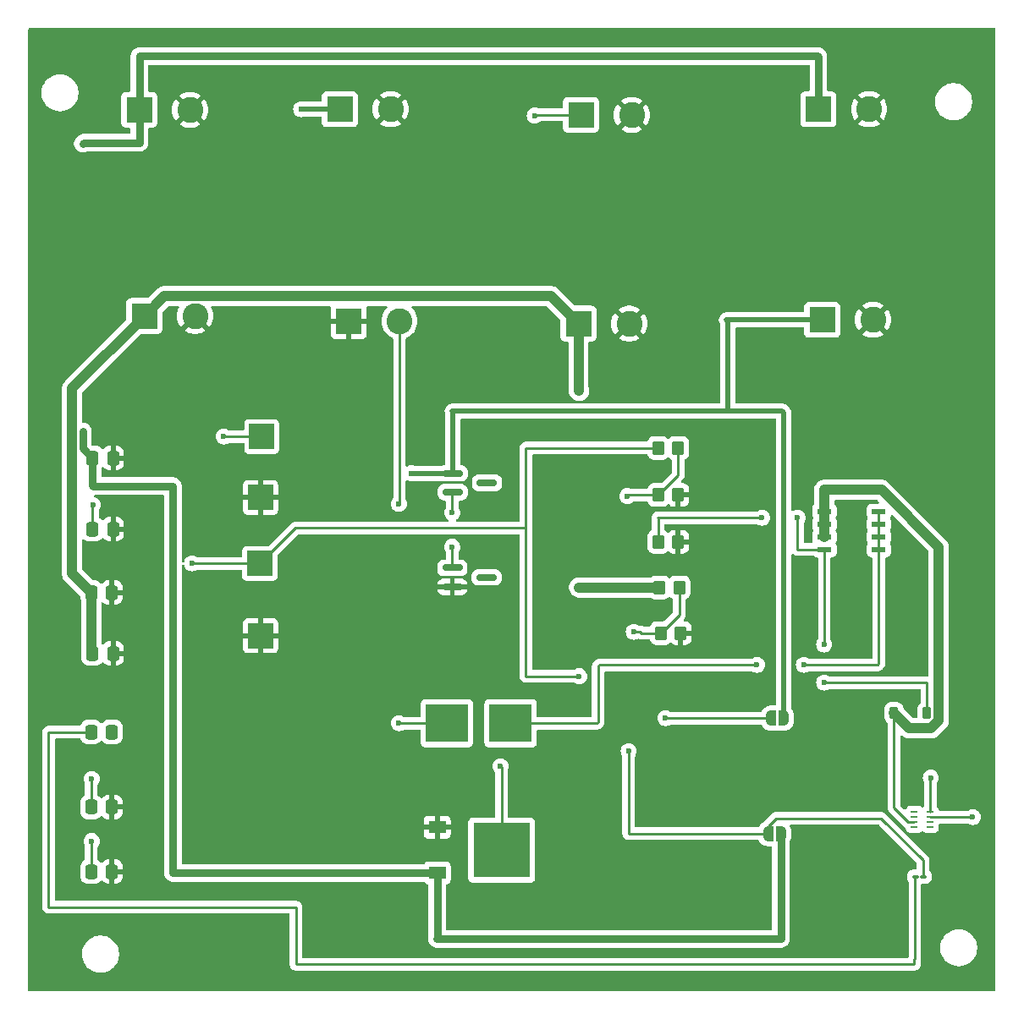
<source format=gbr>
G04 #@! TF.GenerationSoftware,KiCad,Pcbnew,8.0.4*
G04 #@! TF.CreationDate,2024-10-22T20:24:44-05:00*
G04 #@! TF.ProjectId,PCB_split,5043425f-7370-46c6-9974-2e6b69636164,rev?*
G04 #@! TF.SameCoordinates,Original*
G04 #@! TF.FileFunction,Copper,L1,Top*
G04 #@! TF.FilePolarity,Positive*
%FSLAX46Y46*%
G04 Gerber Fmt 4.6, Leading zero omitted, Abs format (unit mm)*
G04 Created by KiCad (PCBNEW 8.0.4) date 2024-10-22 20:24:44*
%MOMM*%
%LPD*%
G01*
G04 APERTURE LIST*
G04 Aperture macros list*
%AMRoundRect*
0 Rectangle with rounded corners*
0 $1 Rounding radius*
0 $2 $3 $4 $5 $6 $7 $8 $9 X,Y pos of 4 corners*
0 Add a 4 corners polygon primitive as box body*
4,1,4,$2,$3,$4,$5,$6,$7,$8,$9,$2,$3,0*
0 Add four circle primitives for the rounded corners*
1,1,$1+$1,$2,$3*
1,1,$1+$1,$4,$5*
1,1,$1+$1,$6,$7*
1,1,$1+$1,$8,$9*
0 Add four rect primitives between the rounded corners*
20,1,$1+$1,$2,$3,$4,$5,0*
20,1,$1+$1,$4,$5,$6,$7,0*
20,1,$1+$1,$6,$7,$8,$9,0*
20,1,$1+$1,$8,$9,$2,$3,0*%
%AMFreePoly0*
4,1,19,0.500000,-0.750000,0.000000,-0.750000,0.000000,-0.744911,-0.071157,-0.744911,-0.207708,-0.704816,-0.327430,-0.627875,-0.420627,-0.520320,-0.479746,-0.390866,-0.500000,-0.250000,-0.500000,0.250000,-0.479746,0.390866,-0.420627,0.520320,-0.327430,0.627875,-0.207708,0.704816,-0.071157,0.744911,0.000000,0.744911,0.000000,0.750000,0.500000,0.750000,0.500000,-0.750000,0.500000,-0.750000,
$1*%
%AMFreePoly1*
4,1,19,0.000000,0.744911,0.071157,0.744911,0.207708,0.704816,0.327430,0.627875,0.420627,0.520320,0.479746,0.390866,0.500000,0.250000,0.500000,-0.250000,0.479746,-0.390866,0.420627,-0.520320,0.327430,-0.627875,0.207708,-0.704816,0.071157,-0.744911,0.000000,-0.744911,0.000000,-0.750000,-0.500000,-0.750000,-0.500000,0.750000,0.000000,0.750000,0.000000,0.744911,0.000000,0.744911,
$1*%
G04 Aperture macros list end*
G04 #@! TA.AperFunction,SMDPad,CuDef*
%ADD10RoundRect,0.250000X-0.337500X-0.475000X0.337500X-0.475000X0.337500X0.475000X-0.337500X0.475000X0*%
G04 #@! TD*
G04 #@! TA.AperFunction,SMDPad,CuDef*
%ADD11FreePoly0,0.000000*%
G04 #@! TD*
G04 #@! TA.AperFunction,SMDPad,CuDef*
%ADD12FreePoly1,0.000000*%
G04 #@! TD*
G04 #@! TA.AperFunction,SMDPad,CuDef*
%ADD13RoundRect,0.250000X-0.350000X-0.450000X0.350000X-0.450000X0.350000X0.450000X-0.350000X0.450000X0*%
G04 #@! TD*
G04 #@! TA.AperFunction,ComponentPad*
%ADD14R,2.600000X2.600000*%
G04 #@! TD*
G04 #@! TA.AperFunction,ComponentPad*
%ADD15C,2.600000*%
G04 #@! TD*
G04 #@! TA.AperFunction,SMDPad,CuDef*
%ADD16R,2.500000X2.500000*%
G04 #@! TD*
G04 #@! TA.AperFunction,SMDPad,CuDef*
%ADD17R,0.711200X0.228600*%
G04 #@! TD*
G04 #@! TA.AperFunction,SMDPad,CuDef*
%ADD18R,1.699999X1.300000*%
G04 #@! TD*
G04 #@! TA.AperFunction,SMDPad,CuDef*
%ADD19R,5.699998X5.499999*%
G04 #@! TD*
G04 #@! TA.AperFunction,SMDPad,CuDef*
%ADD20R,4.240000X3.810000*%
G04 #@! TD*
G04 #@! TA.AperFunction,SMDPad,CuDef*
%ADD21RoundRect,0.162500X-0.837500X-0.162500X0.837500X-0.162500X0.837500X0.162500X-0.837500X0.162500X0*%
G04 #@! TD*
G04 #@! TA.AperFunction,SMDPad,CuDef*
%ADD22R,1.460500X0.558800*%
G04 #@! TD*
G04 #@! TA.AperFunction,SMDPad,CuDef*
%ADD23RoundRect,0.225000X-0.225000X-0.375000X0.225000X-0.375000X0.225000X0.375000X-0.225000X0.375000X0*%
G04 #@! TD*
G04 #@! TA.AperFunction,SMDPad,CuDef*
%ADD24RoundRect,0.100000X-0.217500X-0.100000X0.217500X-0.100000X0.217500X0.100000X-0.217500X0.100000X0*%
G04 #@! TD*
G04 #@! TA.AperFunction,ViaPad*
%ADD25C,0.600000*%
G04 #@! TD*
G04 #@! TA.AperFunction,Conductor*
%ADD26C,0.762000*%
G04 #@! TD*
G04 #@! TA.AperFunction,Conductor*
%ADD27C,0.254000*%
G04 #@! TD*
G04 #@! TA.AperFunction,Conductor*
%ADD28C,1.016000*%
G04 #@! TD*
G04 #@! TA.AperFunction,Conductor*
%ADD29C,0.508000*%
G04 #@! TD*
G04 APERTURE END LIST*
D10*
G04 #@! TO.P,C5,1*
G04 #@! TO.N,/SW*
X95439500Y-104267000D03*
G04 #@! TO.P,C5,2*
G04 #@! TO.N,/BST*
X97514500Y-104267000D03*
G04 #@! TD*
D11*
G04 #@! TO.P,JP2,1,A*
G04 #@! TO.N,Net-(JP2-A)*
X163165000Y-114427000D03*
D12*
G04 #@! TO.P,JP2,2,B*
G04 #@! TO.N,+5V*
X164465000Y-114427000D03*
G04 #@! TD*
D10*
G04 #@! TO.P,C6,1*
G04 #@! TO.N,/SS*
X95439500Y-111760000D03*
G04 #@! TO.P,C6,2*
G04 #@! TO.N,GND*
X97514500Y-111760000D03*
G04 #@! TD*
G04 #@! TO.P,C7,1*
G04 #@! TO.N,Net-(JP2-A)*
X95461000Y-118237000D03*
G04 #@! TO.P,C7,2*
G04 #@! TO.N,GND*
X97536000Y-118237000D03*
G04 #@! TD*
G04 #@! TO.P,C4,1*
G04 #@! TO.N,+12V*
X95566500Y-96393000D03*
G04 #@! TO.P,C4,2*
G04 #@! TO.N,GND*
X97641500Y-96393000D03*
G04 #@! TD*
D13*
G04 #@! TO.P,R2,1*
G04 #@! TO.N,/FB*
X152178000Y-80518000D03*
G04 #@! TO.P,R2,2*
G04 #@! TO.N,GND*
X154178000Y-80518000D03*
G04 #@! TD*
D14*
G04 #@! TO.P,J6,1,Pin_1*
G04 #@! TO.N,+12V*
X144202150Y-63373000D03*
D15*
G04 #@! TO.P,J6,2,Pin_2*
G04 #@! TO.N,GND*
X149282150Y-63373000D03*
G04 #@! TD*
D16*
G04 #@! TO.P,TP4,1,1*
G04 #@! TO.N,GND*
X112395000Y-94615000D03*
G04 #@! TD*
D10*
G04 #@! TO.P,C1,1*
G04 #@! TO.N,+5V*
X95566500Y-76835000D03*
G04 #@! TO.P,C1,2*
G04 #@! TO.N,GND*
X97641500Y-76835000D03*
G04 #@! TD*
D17*
G04 #@! TO.P,U2,1,RT*
G04 #@! TO.N,unconnected-(U2-RT-Pad1)*
X177804376Y-112256811D03*
G04 #@! TO.P,U2,2,EN*
G04 #@! TO.N,unconnected-(U2-EN-Pad2)*
X177804376Y-112756937D03*
G04 #@! TO.P,U2,3,VIN*
G04 #@! TO.N,+12V*
X177804376Y-113257063D03*
G04 #@! TO.P,U2,4,GND*
G04 #@! TO.N,GND*
X177804376Y-113757189D03*
G04 #@! TO.P,U2,5,SW*
G04 #@! TO.N,unconnected-(U2-SW-Pad5)*
X179404576Y-113757189D03*
G04 #@! TO.P,U2,6,BST*
G04 #@! TO.N,unconnected-(U2-BST-Pad6)*
X179404576Y-113257063D03*
G04 #@! TO.P,U2,7,SS*
G04 #@! TO.N,/SS*
X179404576Y-112756937D03*
G04 #@! TO.P,U2,8,FB*
G04 #@! TO.N,/FB*
X179404576Y-112256811D03*
G04 #@! TD*
D18*
G04 #@! TO.P,U1,1,GND*
G04 #@! TO.N,GND*
X130066001Y-113793001D03*
G04 #@! TO.P,U1,3,INPUT*
G04 #@! TO.N,+5V*
X130066001Y-118362999D03*
D19*
G04 #@! TO.P,U1,4,OUT*
G04 #@! TO.N,Net-(JP1-A)*
X136506001Y-116078000D03*
G04 #@! TD*
D15*
G04 #@! TO.P,J7,2,Pin_2*
G04 #@! TO.N,GND*
X173285150Y-41910000D03*
D14*
G04 #@! TO.P,J7,1,Pin_1*
G04 #@! TO.N,+5V*
X168205150Y-41910000D03*
G04 #@! TD*
D11*
G04 #@! TO.P,JP1,1,A*
G04 #@! TO.N,Net-(JP1-A)*
X163449000Y-102870000D03*
D12*
G04 #@! TO.P,JP1,2,B*
G04 #@! TO.N,+3V3*
X164749000Y-102870000D03*
G04 #@! TD*
D14*
G04 #@! TO.P,J4,1,Pin_1*
G04 #@! TO.N,GND*
X121215150Y-63119000D03*
D15*
G04 #@! TO.P,J4,2,Pin_2*
G04 #@! TO.N,Net-(J4-Pin_2)*
X126295150Y-63119000D03*
G04 #@! TD*
D20*
G04 #@! TO.P,F1,1*
G04 #@! TO.N,Net-(J4-Pin_2)*
X131044000Y-103378000D03*
G04 #@! TO.P,F1,2*
G04 #@! TO.N,Net-(F1-Pad2)*
X137414000Y-103378000D03*
G04 #@! TD*
D14*
G04 #@! TO.P,J2,1,Pin_1*
G04 #@! TO.N,+12V*
X100768150Y-62611000D03*
D15*
G04 #@! TO.P,J2,2,Pin_2*
G04 #@! TO.N,GND*
X105848150Y-62611000D03*
G04 #@! TD*
D13*
G04 #@! TO.P,R5,1*
G04 #@! TO.N,/VBAT_READ*
X152432000Y-94361000D03*
G04 #@! TO.P,R5,2*
G04 #@! TO.N,GND*
X154432000Y-94361000D03*
G04 #@! TD*
D21*
G04 #@! TO.P,D2,1,K*
G04 #@! TO.N,+3V3*
X131629150Y-78359000D03*
G04 #@! TO.P,D2,2,A*
G04 #@! TO.N,/VBAT_READ*
X131629150Y-80259000D03*
G04 #@! TO.P,D2,3*
G04 #@! TO.N,N/C*
X135049150Y-79309000D03*
G04 #@! TD*
D15*
G04 #@! TO.P,J5,2,Pin_2*
G04 #@! TO.N,GND*
X149531150Y-42469000D03*
D14*
G04 #@! TO.P,J5,1,Pin_1*
G04 #@! TO.N,/VBAT_READ*
X144451150Y-42469000D03*
G04 #@! TD*
D13*
G04 #@! TO.P,R1,1*
G04 #@! TO.N,Net-(JP2-A)*
X152178000Y-75819000D03*
G04 #@! TO.P,R1,2*
G04 #@! TO.N,/FB*
X154178000Y-75819000D03*
G04 #@! TD*
D22*
G04 #@! TO.P,Q1,1,1*
G04 #@! TO.N,+12V*
X168795700Y-82169000D03*
G04 #@! TO.P,Q1,2,2*
X168795700Y-83439000D03*
G04 #@! TO.P,Q1,3,3*
X168795700Y-84709000D03*
G04 #@! TO.P,Q1,4,4*
G04 #@! TO.N,Net-(D1-A)*
X168795700Y-85979000D03*
G04 #@! TO.P,Q1,5,5*
G04 #@! TO.N,Net-(F1-Pad2)*
X174244000Y-85979000D03*
G04 #@! TO.P,Q1,6,6*
X174244000Y-84709000D03*
G04 #@! TO.P,Q1,7,7*
X174244000Y-83439000D03*
G04 #@! TO.P,Q1,8,8*
X174244000Y-82169000D03*
G04 #@! TD*
D16*
G04 #@! TO.P,TP2,1,1*
G04 #@! TO.N,GND*
X112395000Y-80772000D03*
G04 #@! TD*
D23*
G04 #@! TO.P,D1,1,K*
G04 #@! TO.N,+12V*
X175770000Y-102362000D03*
G04 #@! TO.P,D1,2,A*
G04 #@! TO.N,Net-(D1-A)*
X179070000Y-102362000D03*
G04 #@! TD*
D10*
G04 #@! TO.P,C3,1*
G04 #@! TO.N,+12V*
X95439500Y-90297000D03*
G04 #@! TO.P,C3,2*
G04 #@! TO.N,GND*
X97514500Y-90297000D03*
G04 #@! TD*
D16*
G04 #@! TO.P,TP1,1,1*
G04 #@! TO.N,Net-(JP1-A)*
X112522000Y-74676000D03*
G04 #@! TD*
D21*
G04 #@! TO.P,D3,1,K*
G04 #@! TO.N,/VBAT_READ*
X131581000Y-87823000D03*
G04 #@! TO.P,D3,2,A*
G04 #@! TO.N,GND*
X131581000Y-89723000D03*
G04 #@! TO.P,D3,3*
G04 #@! TO.N,N/C*
X135001000Y-88773000D03*
G04 #@! TD*
D13*
G04 #@! TO.P,R4,1*
G04 #@! TO.N,+12V*
X152305000Y-89789000D03*
G04 #@! TO.P,R4,2*
G04 #@! TO.N,/VBAT_READ*
X154305000Y-89789000D03*
G04 #@! TD*
D15*
G04 #@! TO.P,J1,2,Pin_2*
G04 #@! TO.N,GND*
X105335150Y-41961000D03*
D14*
G04 #@! TO.P,J1,1,Pin_1*
G04 #@! TO.N,+5V*
X100255150Y-41961000D03*
G04 #@! TD*
D16*
G04 #@! TO.P,TP3,1,1*
G04 #@! TO.N,Net-(JP2-A)*
X112325150Y-87398000D03*
G04 #@! TD*
D14*
G04 #@! TO.P,J8,1,Pin_1*
G04 #@! TO.N,+3V3*
X168586150Y-62992000D03*
D15*
G04 #@! TO.P,J8,2,Pin_2*
G04 #@! TO.N,GND*
X173666150Y-62992000D03*
G04 #@! TD*
G04 #@! TO.P,J3,2,Pin_2*
G04 #@! TO.N,GND*
X125406150Y-41910000D03*
D14*
G04 #@! TO.P,J3,1,Pin_1*
G04 #@! TO.N,+3V3*
X120326150Y-41910000D03*
G04 #@! TD*
D13*
G04 #@! TO.P,R3,1*
G04 #@! TO.N,Net-(D1-A)*
X152178000Y-85217000D03*
G04 #@! TO.P,R3,2*
G04 #@! TO.N,GND*
X154178000Y-85217000D03*
G04 #@! TD*
D24*
G04 #@! TO.P,L1,1,1*
G04 #@! TO.N,/SW*
X177900500Y-118745000D03*
G04 #@! TO.P,L1,2,2*
G04 #@! TO.N,Net-(JP2-A)*
X178715500Y-118745000D03*
G04 #@! TD*
D10*
G04 #@! TO.P,C2,1*
G04 #@! TO.N,Net-(JP1-A)*
X95566500Y-83947000D03*
G04 #@! TO.P,C2,2*
G04 #@! TO.N,GND*
X97641500Y-83947000D03*
G04 #@! TD*
D25*
G04 #@! TO.N,+5V*
X94615000Y-45339000D03*
X94615000Y-74168000D03*
G04 #@! TO.N,GND*
X120269000Y-93853000D03*
X100584000Y-84836000D03*
X159512000Y-53975000D03*
X134874000Y-48260000D03*
X115951000Y-113538000D03*
X155702000Y-99695000D03*
X157099000Y-87376000D03*
X140208000Y-95885000D03*
G04 #@! TO.N,Net-(JP1-A)*
X108712000Y-74676000D03*
X95631000Y-81534000D03*
X152908000Y-102870000D03*
X136398000Y-107696000D03*
G04 #@! TO.N,+12V*
X144272000Y-70104000D03*
X144272000Y-89789000D03*
X168783000Y-80010000D03*
G04 #@! TO.N,/SS*
X183642000Y-112776000D03*
X95504000Y-108966000D03*
G04 #@! TO.N,Net-(JP2-A)*
X149225000Y-106172000D03*
X105537000Y-87376000D03*
X144272000Y-98679000D03*
X95504000Y-115189000D03*
G04 #@! TO.N,Net-(D1-A)*
X166116000Y-82804000D03*
X162560000Y-82804000D03*
X168783000Y-99314000D03*
X168783000Y-95504000D03*
G04 #@! TO.N,+3V3*
X116459000Y-41910000D03*
X127508000Y-78359000D03*
G04 #@! TO.N,/VBAT_READ*
X139827000Y-42545000D03*
X131572000Y-85725000D03*
X149733000Y-94234000D03*
X131572000Y-82296000D03*
G04 #@! TO.N,Net-(F1-Pad2)*
X162052000Y-97536000D03*
X166751000Y-97536000D03*
G04 #@! TO.N,Net-(J4-Pin_2)*
X126238000Y-81407000D03*
X126238000Y-103378000D03*
G04 #@! TO.N,/FB*
X149098000Y-80645000D03*
X179451000Y-108839000D03*
G04 #@! TD*
D26*
G04 #@! TO.N,+5V*
X103632000Y-118364000D02*
X104394000Y-118364000D01*
X94615000Y-75883500D02*
X95566500Y-76835000D01*
X95566500Y-76835000D02*
X95566500Y-79564500D01*
X104395001Y-118362999D02*
X130066001Y-118362999D01*
X104394000Y-118364000D02*
X104395001Y-118362999D01*
X164465000Y-124968000D02*
X164465000Y-114427000D01*
X103632000Y-79629000D02*
X103632000Y-118364000D01*
X95566500Y-79564500D02*
X95631000Y-79629000D01*
X130066001Y-124949999D02*
X130048000Y-124968000D01*
X130066001Y-118362999D02*
X130066001Y-124949999D01*
X95631000Y-79629000D02*
X103632000Y-79629000D01*
X130048000Y-124968000D02*
X164465000Y-124968000D01*
X94615000Y-74168000D02*
X94615000Y-75883500D01*
D27*
G04 #@! TO.N,Net-(JP1-A)*
X136398000Y-107696000D02*
X136506001Y-107804001D01*
X95566500Y-83947000D02*
X95566500Y-81598500D01*
X108712000Y-74676000D02*
X112522000Y-74676000D01*
X136506001Y-107804001D02*
X136506001Y-116078000D01*
X95566500Y-81598500D02*
X95631000Y-81534000D01*
X152908000Y-102870000D02*
X163449000Y-102870000D01*
G04 #@! TO.N,+12V*
X177180602Y-113257063D02*
X177804376Y-113257063D01*
D28*
X168783000Y-80010000D02*
X174510650Y-80010000D01*
X168795700Y-82169000D02*
X168795700Y-80022700D01*
X93526000Y-88383500D02*
X95439500Y-90297000D01*
X179471696Y-103886000D02*
X177294000Y-103886000D01*
X168795700Y-80022700D02*
X168783000Y-80010000D01*
X144272000Y-89789000D02*
X152305000Y-89789000D01*
X144202150Y-63373000D02*
X144202150Y-70034150D01*
X180228000Y-85727350D02*
X180228000Y-103129696D01*
D27*
X175770000Y-111846461D02*
X175770000Y-102362000D01*
D28*
X100768150Y-62611000D02*
X93526000Y-69853150D01*
X95439500Y-96266000D02*
X95566500Y-96393000D01*
X177294000Y-103886000D02*
X175770000Y-102362000D01*
X93526000Y-69853150D02*
X93526000Y-88383500D01*
X95439500Y-90297000D02*
X95439500Y-96266000D01*
X168795700Y-83439000D02*
X168795700Y-84709000D01*
X102776150Y-60603000D02*
X141432150Y-60603000D01*
D27*
X175770000Y-111846461D02*
X177180602Y-113257063D01*
D28*
X141432150Y-60603000D02*
X144202150Y-63373000D01*
X144202150Y-70034150D02*
X144272000Y-70104000D01*
X180228000Y-103129696D02*
X179471696Y-103886000D01*
X174510650Y-80010000D02*
X180228000Y-85727350D01*
X100768150Y-62611000D02*
X102776150Y-60603000D01*
X168795700Y-82169000D02*
X168795700Y-83439000D01*
D27*
G04 #@! TO.N,/SW*
X91186000Y-121793000D02*
X115951000Y-121793000D01*
X91186000Y-104267000D02*
X91186000Y-121793000D01*
X95439500Y-104267000D02*
X91186000Y-104267000D01*
X177849000Y-126951000D02*
X177849000Y-118745000D01*
X115951000Y-121793000D02*
X115951000Y-127508000D01*
X177800000Y-127000000D02*
X177849000Y-126951000D01*
X115951000Y-127508000D02*
X177800000Y-127508000D01*
G04 #@! TO.N,/SS*
X180213000Y-112776000D02*
X180193937Y-112756937D01*
X95439500Y-111760000D02*
X95439500Y-109030500D01*
X183642000Y-112776000D02*
X180213000Y-112776000D01*
X180193937Y-112756937D02*
X179404576Y-112756937D01*
X95439500Y-109030500D02*
X95504000Y-108966000D01*
G04 #@! TO.N,Net-(JP2-A)*
X138938000Y-83820000D02*
X115903150Y-83820000D01*
X149225000Y-106172000D02*
X149225000Y-114427000D01*
X115903150Y-83820000D02*
X112325150Y-87398000D01*
X174498000Y-112903000D02*
X178664000Y-117069000D01*
X149225000Y-114427000D02*
X163165000Y-114427000D01*
X105537000Y-87376000D02*
X105918000Y-87376000D01*
X95461000Y-115232000D02*
X95504000Y-115189000D01*
X163165000Y-114427000D02*
X163165000Y-113672000D01*
X138938000Y-98679000D02*
X144272000Y-98679000D01*
X105918000Y-87376000D02*
X105940000Y-87398000D01*
X152178000Y-75819000D02*
X138938000Y-75819000D01*
X163934000Y-112903000D02*
X174498000Y-112903000D01*
X138938000Y-75819000D02*
X138938000Y-83820000D01*
X95461000Y-118237000D02*
X95461000Y-115232000D01*
X163165000Y-113672000D02*
X163934000Y-112903000D01*
X105940000Y-87398000D02*
X112325150Y-87398000D01*
X178664000Y-117069000D02*
X178664000Y-118745000D01*
X138938000Y-83820000D02*
X138938000Y-98679000D01*
G04 #@! TO.N,Net-(D1-A)*
X152146000Y-82804000D02*
X162560000Y-82804000D01*
X166116000Y-82804000D02*
X166116000Y-85979000D01*
X152178000Y-82836000D02*
X152146000Y-82804000D01*
X179070000Y-99314000D02*
X179070000Y-102362000D01*
X168795700Y-95491300D02*
X168783000Y-95504000D01*
X168783000Y-99314000D02*
X179070000Y-99314000D01*
X168795700Y-85979000D02*
X168795700Y-95491300D01*
X152178000Y-85217000D02*
X152178000Y-82836000D01*
X166116000Y-85979000D02*
X168795700Y-85979000D01*
D29*
G04 #@! TO.N,+3V3*
X159131000Y-63119000D02*
X159004000Y-62992000D01*
X159131000Y-72136000D02*
X164592000Y-72136000D01*
X131572000Y-72136000D02*
X159131000Y-72136000D01*
X131629150Y-72193150D02*
X131572000Y-72136000D01*
X127508000Y-78359000D02*
X131629150Y-78359000D01*
X131629150Y-78359000D02*
X131629150Y-72193150D01*
X120326150Y-41910000D02*
X116459000Y-41910000D01*
X164592000Y-72136000D02*
X164749000Y-72293000D01*
X159004000Y-62992000D02*
X168586150Y-62992000D01*
X164749000Y-72293000D02*
X164749000Y-102870000D01*
X159131000Y-72136000D02*
X159131000Y-63119000D01*
D27*
G04 #@! TO.N,/VBAT_READ*
X131572000Y-87814000D02*
X131581000Y-87823000D01*
X139903000Y-42469000D02*
X139827000Y-42545000D01*
X149733000Y-94234000D02*
X150368000Y-94234000D01*
X131572000Y-80316150D02*
X131629150Y-80259000D01*
X131572000Y-85725000D02*
X131572000Y-87814000D01*
X150495000Y-94361000D02*
X152432000Y-94361000D01*
X154305000Y-92488000D02*
X154305000Y-89789000D01*
X150368000Y-94234000D02*
X150495000Y-94361000D01*
X144451150Y-42469000D02*
X139903000Y-42469000D01*
X152432000Y-94361000D02*
X154305000Y-92488000D01*
X131572000Y-82296000D02*
X131572000Y-80316150D01*
G04 #@! TO.N,Net-(F1-Pad2)*
X146304000Y-97536000D02*
X162052000Y-97536000D01*
X146177000Y-97663000D02*
X146304000Y-97536000D01*
X174244000Y-85979000D02*
X174244000Y-84709000D01*
X174244000Y-84709000D02*
X174244000Y-83439000D01*
X146050000Y-103378000D02*
X146177000Y-103251000D01*
X174244000Y-97409000D02*
X174244000Y-85979000D01*
X166751000Y-97536000D02*
X174117000Y-97536000D01*
X146177000Y-103251000D02*
X146177000Y-97663000D01*
X174244000Y-83439000D02*
X174244000Y-82169000D01*
X174117000Y-97536000D02*
X174244000Y-97409000D01*
X137414000Y-103378000D02*
X146050000Y-103378000D01*
G04 #@! TO.N,Net-(J4-Pin_2)*
X126295150Y-81349850D02*
X126238000Y-81407000D01*
X126295150Y-63119000D02*
X126295150Y-81349850D01*
X126238000Y-103378000D02*
X131044000Y-103378000D01*
G04 #@! TO.N,/FB*
X154178000Y-75819000D02*
X154178000Y-78518000D01*
X154178000Y-78518000D02*
X152178000Y-80518000D01*
X149225000Y-80518000D02*
X149098000Y-80645000D01*
X179404576Y-108885424D02*
X179404576Y-112256811D01*
X152178000Y-80518000D02*
X149225000Y-80518000D01*
X179451000Y-108839000D02*
X179404576Y-108885424D01*
G04 #@! TO.N,/SW*
X177800000Y-127508000D02*
X177800000Y-127000000D01*
D26*
G04 #@! TO.N,+5V*
X94615000Y-45339000D02*
X94691000Y-45263000D01*
X94691000Y-45263000D02*
X100255150Y-45263000D01*
X168205150Y-36633150D02*
X168205150Y-41910000D01*
X100255150Y-45263000D02*
X100255150Y-36650850D01*
X100255150Y-36650850D02*
X100330000Y-36576000D01*
X100330000Y-36576000D02*
X168148000Y-36576000D01*
X168148000Y-36576000D02*
X168205150Y-36633150D01*
G04 #@! TD*
G04 #@! TA.AperFunction,Conductor*
G04 #@! TO.N,GND*
G36*
X185878539Y-33794185D02*
G01*
X185924294Y-33846989D01*
X185935500Y-33898500D01*
X185935500Y-130058500D01*
X185915815Y-130125539D01*
X185863011Y-130171294D01*
X185811500Y-130182500D01*
X89270500Y-130182500D01*
X89203461Y-130162815D01*
X89157706Y-130110011D01*
X89146500Y-130058500D01*
X89146500Y-126370711D01*
X94542500Y-126370711D01*
X94542500Y-126613288D01*
X94561404Y-126756886D01*
X94574162Y-126853789D01*
X94605554Y-126970944D01*
X94636947Y-127088104D01*
X94671418Y-127171324D01*
X94729776Y-127312212D01*
X94851064Y-127522289D01*
X94851066Y-127522292D01*
X94851067Y-127522293D01*
X94998733Y-127714736D01*
X94998739Y-127714743D01*
X95170256Y-127886260D01*
X95170262Y-127886265D01*
X95362711Y-128033936D01*
X95572788Y-128155224D01*
X95796900Y-128248054D01*
X96031211Y-128310838D01*
X96211586Y-128334584D01*
X96271711Y-128342500D01*
X96271712Y-128342500D01*
X96514289Y-128342500D01*
X96562388Y-128336167D01*
X96754789Y-128310838D01*
X96989100Y-128248054D01*
X97213212Y-128155224D01*
X97423289Y-128033936D01*
X97615738Y-127886265D01*
X97787265Y-127714738D01*
X97934936Y-127522289D01*
X98056224Y-127312212D01*
X98149054Y-127088100D01*
X98211838Y-126853789D01*
X98243500Y-126613288D01*
X98243500Y-126370712D01*
X98211838Y-126130211D01*
X98149054Y-125895900D01*
X98056224Y-125671788D01*
X97934936Y-125461711D01*
X97787265Y-125269262D01*
X97787260Y-125269256D01*
X97615743Y-125097739D01*
X97615736Y-125097733D01*
X97423293Y-124950067D01*
X97423292Y-124950066D01*
X97423289Y-124950064D01*
X97213212Y-124828776D01*
X97208215Y-124826706D01*
X96989104Y-124735947D01*
X96754785Y-124673161D01*
X96514289Y-124641500D01*
X96514288Y-124641500D01*
X96271712Y-124641500D01*
X96271711Y-124641500D01*
X96031214Y-124673161D01*
X95796895Y-124735947D01*
X95572794Y-124828773D01*
X95572785Y-124828777D01*
X95362706Y-124950067D01*
X95170263Y-125097733D01*
X95170256Y-125097739D01*
X94998739Y-125269256D01*
X94998733Y-125269263D01*
X94851067Y-125461706D01*
X94729777Y-125671785D01*
X94729773Y-125671794D01*
X94636947Y-125895895D01*
X94574161Y-126130214D01*
X94542500Y-126370711D01*
X89146500Y-126370711D01*
X89146500Y-121854805D01*
X90558499Y-121854805D01*
X90582613Y-121976029D01*
X90582616Y-121976039D01*
X90629913Y-122090226D01*
X90629920Y-122090239D01*
X90698588Y-122193007D01*
X90698591Y-122193011D01*
X90785988Y-122280408D01*
X90785992Y-122280411D01*
X90888760Y-122349079D01*
X90888773Y-122349086D01*
X91002960Y-122396383D01*
X91002965Y-122396385D01*
X91002969Y-122396385D01*
X91002970Y-122396386D01*
X91124194Y-122420500D01*
X91124197Y-122420500D01*
X91247803Y-122420500D01*
X115199500Y-122420500D01*
X115266539Y-122440185D01*
X115312294Y-122492989D01*
X115323500Y-122544500D01*
X115323500Y-127446197D01*
X115323500Y-127569803D01*
X115323500Y-127569805D01*
X115323499Y-127569805D01*
X115347613Y-127691029D01*
X115347616Y-127691039D01*
X115394913Y-127805226D01*
X115394920Y-127805239D01*
X115463588Y-127908007D01*
X115463591Y-127908011D01*
X115550988Y-127995408D01*
X115550992Y-127995411D01*
X115653760Y-128064079D01*
X115653773Y-128064086D01*
X115767960Y-128111383D01*
X115767965Y-128111385D01*
X115767969Y-128111385D01*
X115767970Y-128111386D01*
X115889194Y-128135500D01*
X115889197Y-128135500D01*
X177861805Y-128135500D01*
X177943361Y-128119276D01*
X177983035Y-128111385D01*
X178097233Y-128064083D01*
X178200008Y-127995411D01*
X178287411Y-127908008D01*
X178356083Y-127805233D01*
X178403385Y-127691035D01*
X178427500Y-127569803D01*
X178427500Y-127218777D01*
X178436939Y-127171324D01*
X178452385Y-127134035D01*
X178476500Y-127012803D01*
X178476500Y-125735711D01*
X180394500Y-125735711D01*
X180394500Y-125978288D01*
X180426161Y-126218785D01*
X180488947Y-126453104D01*
X180555298Y-126613288D01*
X180581776Y-126677212D01*
X180703064Y-126887289D01*
X180703066Y-126887292D01*
X180703067Y-126887293D01*
X180850733Y-127079736D01*
X180850739Y-127079743D01*
X181022256Y-127251260D01*
X181022262Y-127251265D01*
X181214711Y-127398936D01*
X181424788Y-127520224D01*
X181648900Y-127613054D01*
X181883211Y-127675838D01*
X182063586Y-127699584D01*
X182123711Y-127707500D01*
X182123712Y-127707500D01*
X182366289Y-127707500D01*
X182414388Y-127701167D01*
X182606789Y-127675838D01*
X182841100Y-127613054D01*
X183065212Y-127520224D01*
X183275289Y-127398936D01*
X183467738Y-127251265D01*
X183639265Y-127079738D01*
X183786936Y-126887289D01*
X183908224Y-126677212D01*
X184001054Y-126453100D01*
X184063838Y-126218789D01*
X184095500Y-125978288D01*
X184095500Y-125735712D01*
X184063838Y-125495211D01*
X184001054Y-125260900D01*
X183908224Y-125036788D01*
X183786936Y-124826711D01*
X183726018Y-124747321D01*
X183639266Y-124634263D01*
X183639260Y-124634256D01*
X183467743Y-124462739D01*
X183467736Y-124462733D01*
X183275293Y-124315067D01*
X183275292Y-124315066D01*
X183275289Y-124315064D01*
X183065212Y-124193776D01*
X183065205Y-124193773D01*
X182841104Y-124100947D01*
X182723944Y-124069554D01*
X182606789Y-124038162D01*
X182606788Y-124038161D01*
X182606785Y-124038161D01*
X182366289Y-124006500D01*
X182366288Y-124006500D01*
X182123712Y-124006500D01*
X182123711Y-124006500D01*
X181883214Y-124038161D01*
X181648895Y-124100947D01*
X181424794Y-124193773D01*
X181424785Y-124193777D01*
X181214706Y-124315067D01*
X181022263Y-124462733D01*
X181022256Y-124462739D01*
X180850739Y-124634256D01*
X180850733Y-124634263D01*
X180703067Y-124826706D01*
X180581777Y-125036785D01*
X180581773Y-125036794D01*
X180488947Y-125260895D01*
X180426161Y-125495214D01*
X180394500Y-125735711D01*
X178476500Y-125735711D01*
X178476500Y-119569499D01*
X178496185Y-119502460D01*
X178548989Y-119456705D01*
X178600500Y-119445499D01*
X178972363Y-119445499D01*
X179089753Y-119430046D01*
X179089757Y-119430044D01*
X179089762Y-119430044D01*
X179235841Y-119369536D01*
X179361282Y-119273282D01*
X179457536Y-119147841D01*
X179518044Y-119001762D01*
X179533500Y-118884361D01*
X179533499Y-118605640D01*
X179533499Y-118605638D01*
X179533499Y-118605636D01*
X179518046Y-118488246D01*
X179518044Y-118488239D01*
X179518044Y-118488238D01*
X179457536Y-118342159D01*
X179361282Y-118216718D01*
X179359983Y-118215721D01*
X179340011Y-118200395D01*
X179298810Y-118143966D01*
X179291500Y-118102021D01*
X179291500Y-117007196D01*
X179291499Y-117007192D01*
X179267387Y-116885973D01*
X179267386Y-116885966D01*
X179222407Y-116777379D01*
X179220763Y-116772784D01*
X179151414Y-116668996D01*
X179151413Y-116668994D01*
X179151411Y-116668992D01*
X179064008Y-116581589D01*
X177032792Y-114550373D01*
X174898011Y-112415591D01*
X174898006Y-112415587D01*
X174856415Y-112387798D01*
X174856413Y-112387796D01*
X174795233Y-112346917D01*
X174795226Y-112346913D01*
X174761785Y-112333062D01*
X174681035Y-112299614D01*
X174681027Y-112299612D01*
X174559807Y-112275500D01*
X174559803Y-112275500D01*
X163872197Y-112275500D01*
X163872195Y-112275500D01*
X163750970Y-112299613D01*
X163750960Y-112299616D01*
X163636773Y-112346913D01*
X163636766Y-112346917D01*
X163606176Y-112367357D01*
X163575586Y-112387797D01*
X163575585Y-112387798D01*
X163533989Y-112415590D01*
X163533988Y-112415591D01*
X162764992Y-113184589D01*
X162677591Y-113271989D01*
X162677585Y-113271997D01*
X162664989Y-113290848D01*
X162628927Y-113326272D01*
X162566525Y-113366375D01*
X162565082Y-113367196D01*
X162560901Y-113369988D01*
X162452169Y-113464207D01*
X162452166Y-113464210D01*
X162358018Y-113572864D01*
X162358015Y-113572867D01*
X162284309Y-113687559D01*
X162280230Y-113693906D01*
X162265109Y-113727014D01*
X162219355Y-113779816D01*
X162152317Y-113799500D01*
X149976500Y-113799500D01*
X149909461Y-113779815D01*
X149863706Y-113727011D01*
X149852500Y-113675500D01*
X149852500Y-106713671D01*
X149871507Y-106647698D01*
X149950788Y-106521524D01*
X150010368Y-106351254D01*
X150010369Y-106351249D01*
X150030565Y-106172003D01*
X150030565Y-106171996D01*
X150010369Y-105992750D01*
X150010368Y-105992745D01*
X149950788Y-105822476D01*
X149911582Y-105760080D01*
X149854816Y-105669738D01*
X149727262Y-105542184D01*
X149700436Y-105525328D01*
X149574523Y-105446211D01*
X149404254Y-105386631D01*
X149404249Y-105386630D01*
X149225004Y-105366435D01*
X149224996Y-105366435D01*
X149045750Y-105386630D01*
X149045745Y-105386631D01*
X148875476Y-105446211D01*
X148722737Y-105542184D01*
X148595184Y-105669737D01*
X148499211Y-105822476D01*
X148439631Y-105992745D01*
X148439630Y-105992750D01*
X148419435Y-106171996D01*
X148419435Y-106172003D01*
X148439630Y-106351249D01*
X148439631Y-106351254D01*
X148499211Y-106521524D01*
X148578493Y-106647698D01*
X148597500Y-106713671D01*
X148597500Y-114365197D01*
X148597500Y-114488803D01*
X148597500Y-114488805D01*
X148597499Y-114488805D01*
X148621613Y-114610029D01*
X148621616Y-114610039D01*
X148668913Y-114724226D01*
X148668920Y-114724239D01*
X148737588Y-114827007D01*
X148737591Y-114827011D01*
X148824988Y-114914408D01*
X148824992Y-114914411D01*
X148927760Y-114983079D01*
X148927773Y-114983086D01*
X148992135Y-115009745D01*
X149041965Y-115030385D01*
X149041969Y-115030385D01*
X149041970Y-115030386D01*
X149163194Y-115054500D01*
X149163197Y-115054500D01*
X162152317Y-115054500D01*
X162219356Y-115074185D01*
X162265109Y-115126985D01*
X162280230Y-115160094D01*
X162302166Y-115194228D01*
X162358015Y-115281132D01*
X162358018Y-115281136D01*
X162433506Y-115368254D01*
X162452168Y-115389791D01*
X162452171Y-115389794D01*
X162560909Y-115484015D01*
X162621386Y-115522881D01*
X162681857Y-115561744D01*
X162681863Y-115561747D01*
X162812741Y-115621517D01*
X162950696Y-115662024D01*
X163093111Y-115682500D01*
X163459500Y-115682500D01*
X163526539Y-115702185D01*
X163572294Y-115754989D01*
X163583500Y-115806500D01*
X163583500Y-123962500D01*
X163563815Y-124029539D01*
X163511011Y-124075294D01*
X163459500Y-124086500D01*
X131071501Y-124086500D01*
X131004462Y-124066815D01*
X130958707Y-124014011D01*
X130947501Y-123962500D01*
X130947501Y-119621525D01*
X130967186Y-119554486D01*
X131019990Y-119508731D01*
X131028168Y-119505343D01*
X131143036Y-119462500D01*
X131158332Y-119456795D01*
X131273547Y-119370545D01*
X131359797Y-119255330D01*
X131410092Y-119120482D01*
X131416501Y-119060872D01*
X131416500Y-117665127D01*
X131410499Y-117609302D01*
X131410092Y-117605515D01*
X131359798Y-117470670D01*
X131359794Y-117470663D01*
X131273548Y-117355454D01*
X131273545Y-117355451D01*
X131158336Y-117269205D01*
X131158329Y-117269201D01*
X131023483Y-117218907D01*
X131023484Y-117218907D01*
X130963884Y-117212500D01*
X130963882Y-117212499D01*
X130963874Y-117212499D01*
X130963865Y-117212499D01*
X129168130Y-117212499D01*
X129168124Y-117212500D01*
X129108517Y-117218907D01*
X128973672Y-117269201D01*
X128973665Y-117269205D01*
X128858457Y-117355451D01*
X128858456Y-117355452D01*
X128858455Y-117355453D01*
X128801292Y-117431811D01*
X128745361Y-117473681D01*
X128702028Y-117481499D01*
X104637500Y-117481499D01*
X104570461Y-117461814D01*
X104524706Y-117409010D01*
X104513500Y-117357499D01*
X104513500Y-114490845D01*
X128716001Y-114490845D01*
X128722402Y-114550373D01*
X128722404Y-114550380D01*
X128772646Y-114685087D01*
X128772650Y-114685094D01*
X128858810Y-114800188D01*
X128858813Y-114800191D01*
X128973907Y-114886351D01*
X128973914Y-114886355D01*
X129108621Y-114936597D01*
X129108628Y-114936599D01*
X129168156Y-114943000D01*
X129168173Y-114943001D01*
X129816001Y-114943001D01*
X130316001Y-114943001D01*
X130963829Y-114943001D01*
X130963845Y-114943000D01*
X131023373Y-114936599D01*
X131023380Y-114936597D01*
X131158087Y-114886355D01*
X131158094Y-114886351D01*
X131273188Y-114800191D01*
X131273191Y-114800188D01*
X131359351Y-114685094D01*
X131359355Y-114685087D01*
X131409597Y-114550380D01*
X131409599Y-114550373D01*
X131416000Y-114490845D01*
X131416001Y-114490828D01*
X131416001Y-114043001D01*
X130316001Y-114043001D01*
X130316001Y-114943001D01*
X129816001Y-114943001D01*
X129816001Y-114043001D01*
X128716001Y-114043001D01*
X128716001Y-114490845D01*
X104513500Y-114490845D01*
X104513500Y-113095156D01*
X128716001Y-113095156D01*
X128716001Y-113543001D01*
X129816001Y-113543001D01*
X130316001Y-113543001D01*
X131416001Y-113543001D01*
X131416001Y-113280135D01*
X133155502Y-113280135D01*
X133155502Y-118875870D01*
X133155503Y-118875876D01*
X133161910Y-118935483D01*
X133212204Y-119070328D01*
X133212208Y-119070335D01*
X133298454Y-119185544D01*
X133298457Y-119185547D01*
X133413666Y-119271793D01*
X133413673Y-119271797D01*
X133548519Y-119322091D01*
X133548518Y-119322091D01*
X133555446Y-119322835D01*
X133608129Y-119328500D01*
X139403872Y-119328499D01*
X139463483Y-119322091D01*
X139598331Y-119271796D01*
X139713546Y-119185546D01*
X139799796Y-119070331D01*
X139850091Y-118935483D01*
X139856500Y-118875873D01*
X139856499Y-113280128D01*
X139850091Y-113220517D01*
X139803334Y-113095156D01*
X139799797Y-113085671D01*
X139799793Y-113085664D01*
X139713547Y-112970455D01*
X139713544Y-112970452D01*
X139598335Y-112884206D01*
X139598328Y-112884202D01*
X139463482Y-112833908D01*
X139463483Y-112833908D01*
X139403883Y-112827501D01*
X139403881Y-112827500D01*
X139403873Y-112827500D01*
X139403865Y-112827500D01*
X137257501Y-112827500D01*
X137190462Y-112807815D01*
X137144707Y-112755011D01*
X137133501Y-112703500D01*
X137133501Y-108038833D01*
X137140460Y-107997878D01*
X137183367Y-107875257D01*
X137183368Y-107875255D01*
X137203565Y-107696000D01*
X137183368Y-107516745D01*
X137123789Y-107346478D01*
X137027816Y-107193738D01*
X136900262Y-107066184D01*
X136747523Y-106970211D01*
X136577254Y-106910631D01*
X136577249Y-106910630D01*
X136398004Y-106890435D01*
X136397996Y-106890435D01*
X136218750Y-106910630D01*
X136218745Y-106910631D01*
X136048476Y-106970211D01*
X135895737Y-107066184D01*
X135768184Y-107193737D01*
X135672211Y-107346476D01*
X135612631Y-107516745D01*
X135612630Y-107516750D01*
X135592435Y-107695996D01*
X135592435Y-107696003D01*
X135612630Y-107875249D01*
X135612631Y-107875254D01*
X135672211Y-108045523D01*
X135768184Y-108198262D01*
X135842182Y-108272260D01*
X135875667Y-108333583D01*
X135878501Y-108359941D01*
X135878501Y-112703500D01*
X135858816Y-112770539D01*
X135806012Y-112816294D01*
X135754501Y-112827500D01*
X133608131Y-112827500D01*
X133608125Y-112827501D01*
X133548518Y-112833908D01*
X133413673Y-112884202D01*
X133413666Y-112884206D01*
X133298457Y-112970452D01*
X133298454Y-112970455D01*
X133212208Y-113085664D01*
X133212204Y-113085671D01*
X133161910Y-113220517D01*
X133155503Y-113280116D01*
X133155503Y-113280123D01*
X133155502Y-113280135D01*
X131416001Y-113280135D01*
X131416001Y-113095173D01*
X131416000Y-113095156D01*
X131409599Y-113035628D01*
X131409597Y-113035621D01*
X131359355Y-112900914D01*
X131359351Y-112900907D01*
X131273191Y-112785813D01*
X131273188Y-112785810D01*
X131158094Y-112699650D01*
X131158087Y-112699646D01*
X131023380Y-112649404D01*
X131023373Y-112649402D01*
X130963845Y-112643001D01*
X130316001Y-112643001D01*
X130316001Y-113543001D01*
X129816001Y-113543001D01*
X129816001Y-112643001D01*
X129168156Y-112643001D01*
X129108628Y-112649402D01*
X129108621Y-112649404D01*
X128973914Y-112699646D01*
X128973907Y-112699650D01*
X128858813Y-112785810D01*
X128858810Y-112785813D01*
X128772650Y-112900907D01*
X128772646Y-112900914D01*
X128722404Y-113035621D01*
X128722402Y-113035628D01*
X128716001Y-113095156D01*
X104513500Y-113095156D01*
X104513500Y-103377996D01*
X125432435Y-103377996D01*
X125432435Y-103378003D01*
X125452630Y-103557249D01*
X125452631Y-103557254D01*
X125512211Y-103727523D01*
X125578358Y-103832794D01*
X125608184Y-103880262D01*
X125735738Y-104007816D01*
X125762300Y-104024506D01*
X125847417Y-104077989D01*
X125888478Y-104103789D01*
X125961956Y-104129500D01*
X126058745Y-104163368D01*
X126058750Y-104163369D01*
X126237996Y-104183565D01*
X126238000Y-104183565D01*
X126238004Y-104183565D01*
X126417249Y-104163369D01*
X126417252Y-104163368D01*
X126417255Y-104163368D01*
X126587522Y-104103789D01*
X126713700Y-104024505D01*
X126779672Y-104005500D01*
X128299501Y-104005500D01*
X128366540Y-104025185D01*
X128412295Y-104077989D01*
X128423501Y-104129500D01*
X128423501Y-105330876D01*
X128429908Y-105390483D01*
X128480202Y-105525328D01*
X128480206Y-105525335D01*
X128566452Y-105640544D01*
X128566455Y-105640547D01*
X128681664Y-105726793D01*
X128681671Y-105726797D01*
X128816517Y-105777091D01*
X128816516Y-105777091D01*
X128823444Y-105777835D01*
X128876127Y-105783500D01*
X133211872Y-105783499D01*
X133271483Y-105777091D01*
X133406331Y-105726796D01*
X133521546Y-105640546D01*
X133607796Y-105525331D01*
X133658091Y-105390483D01*
X133664500Y-105330873D01*
X133664499Y-101425135D01*
X134793500Y-101425135D01*
X134793500Y-105330870D01*
X134793501Y-105330876D01*
X134799908Y-105390483D01*
X134850202Y-105525328D01*
X134850206Y-105525335D01*
X134936452Y-105640544D01*
X134936455Y-105640547D01*
X135051664Y-105726793D01*
X135051671Y-105726797D01*
X135186517Y-105777091D01*
X135186516Y-105777091D01*
X135193444Y-105777835D01*
X135246127Y-105783500D01*
X139581872Y-105783499D01*
X139641483Y-105777091D01*
X139776331Y-105726796D01*
X139891546Y-105640546D01*
X139977796Y-105525331D01*
X140028091Y-105390483D01*
X140034500Y-105330873D01*
X140034500Y-104129500D01*
X140054185Y-104062461D01*
X140106989Y-104016706D01*
X140158500Y-104005500D01*
X146111804Y-104005500D01*
X146111805Y-104005499D01*
X146233035Y-103981386D01*
X146313784Y-103947937D01*
X146347233Y-103934083D01*
X146450008Y-103865411D01*
X146537411Y-103778008D01*
X146664411Y-103651008D01*
X146703951Y-103591832D01*
X146703952Y-103591831D01*
X146733078Y-103548241D01*
X146733079Y-103548238D01*
X146733083Y-103548233D01*
X146780385Y-103434035D01*
X146792673Y-103372262D01*
X146804500Y-103312805D01*
X146804500Y-98287500D01*
X146824185Y-98220461D01*
X146876989Y-98174706D01*
X146928500Y-98163500D01*
X161510328Y-98163500D01*
X161576299Y-98182505D01*
X161702478Y-98261789D01*
X161775956Y-98287500D01*
X161872745Y-98321368D01*
X161872750Y-98321369D01*
X162051996Y-98341565D01*
X162052000Y-98341565D01*
X162052004Y-98341565D01*
X162231249Y-98321369D01*
X162231252Y-98321368D01*
X162231255Y-98321368D01*
X162401522Y-98261789D01*
X162554262Y-98165816D01*
X162681816Y-98038262D01*
X162777789Y-97885522D01*
X162837368Y-97715255D01*
X162838385Y-97706233D01*
X162857565Y-97536003D01*
X162857565Y-97535996D01*
X162837369Y-97356750D01*
X162837368Y-97356745D01*
X162778089Y-97187336D01*
X162777789Y-97186478D01*
X162681816Y-97033738D01*
X162554262Y-96906184D01*
X162527700Y-96889494D01*
X162401523Y-96810211D01*
X162231254Y-96750631D01*
X162231249Y-96750630D01*
X162052004Y-96730435D01*
X162051996Y-96730435D01*
X161872750Y-96750630D01*
X161872745Y-96750631D01*
X161702476Y-96810211D01*
X161576300Y-96889494D01*
X161510328Y-96908500D01*
X146242195Y-96908500D01*
X146120970Y-96932613D01*
X146120960Y-96932616D01*
X146006773Y-96979913D01*
X146006766Y-96979917D01*
X145976176Y-97000357D01*
X145945586Y-97020797D01*
X145945585Y-97020798D01*
X145903991Y-97048589D01*
X145840492Y-97112089D01*
X145776992Y-97175589D01*
X145689589Y-97262992D01*
X145626946Y-97356745D01*
X145620916Y-97365769D01*
X145607061Y-97399214D01*
X145607062Y-97399215D01*
X145573615Y-97479962D01*
X145573612Y-97479972D01*
X145559123Y-97552815D01*
X145549500Y-97601192D01*
X145549500Y-102626500D01*
X145529815Y-102693539D01*
X145477011Y-102739294D01*
X145425500Y-102750500D01*
X140158499Y-102750500D01*
X140091460Y-102730815D01*
X140045705Y-102678011D01*
X140034499Y-102626500D01*
X140034499Y-101425129D01*
X140034498Y-101425123D01*
X140034497Y-101425116D01*
X140028091Y-101365517D01*
X139993081Y-101271651D01*
X139977797Y-101230671D01*
X139977793Y-101230664D01*
X139891547Y-101115455D01*
X139891544Y-101115452D01*
X139776335Y-101029206D01*
X139776328Y-101029202D01*
X139641482Y-100978908D01*
X139641483Y-100978908D01*
X139581883Y-100972501D01*
X139581881Y-100972500D01*
X139581873Y-100972500D01*
X139581864Y-100972500D01*
X135246129Y-100972500D01*
X135246123Y-100972501D01*
X135186516Y-100978908D01*
X135051671Y-101029202D01*
X135051664Y-101029206D01*
X134936455Y-101115452D01*
X134936452Y-101115455D01*
X134850206Y-101230664D01*
X134850202Y-101230671D01*
X134799908Y-101365517D01*
X134794986Y-101411303D01*
X134793501Y-101425123D01*
X134793500Y-101425135D01*
X133664499Y-101425135D01*
X133664499Y-101425128D01*
X133658091Y-101365517D01*
X133623081Y-101271651D01*
X133607797Y-101230671D01*
X133607793Y-101230664D01*
X133521547Y-101115455D01*
X133521544Y-101115452D01*
X133406335Y-101029206D01*
X133406328Y-101029202D01*
X133271482Y-100978908D01*
X133271483Y-100978908D01*
X133211883Y-100972501D01*
X133211881Y-100972500D01*
X133211873Y-100972500D01*
X133211864Y-100972500D01*
X128876129Y-100972500D01*
X128876123Y-100972501D01*
X128816516Y-100978908D01*
X128681671Y-101029202D01*
X128681664Y-101029206D01*
X128566455Y-101115452D01*
X128566452Y-101115455D01*
X128480206Y-101230664D01*
X128480202Y-101230671D01*
X128429908Y-101365517D01*
X128424986Y-101411303D01*
X128423501Y-101425123D01*
X128423500Y-101425135D01*
X128423500Y-102626500D01*
X128403815Y-102693539D01*
X128351011Y-102739294D01*
X128299500Y-102750500D01*
X126779672Y-102750500D01*
X126713700Y-102731494D01*
X126587523Y-102652211D01*
X126417254Y-102592631D01*
X126417249Y-102592630D01*
X126238004Y-102572435D01*
X126237996Y-102572435D01*
X126058750Y-102592630D01*
X126058745Y-102592631D01*
X125888476Y-102652211D01*
X125735737Y-102748184D01*
X125608184Y-102875737D01*
X125512211Y-103028476D01*
X125452631Y-103198745D01*
X125452630Y-103198750D01*
X125432435Y-103377996D01*
X104513500Y-103377996D01*
X104513500Y-95912844D01*
X110645000Y-95912844D01*
X110651401Y-95972372D01*
X110651403Y-95972379D01*
X110701645Y-96107086D01*
X110701649Y-96107093D01*
X110787809Y-96222187D01*
X110787812Y-96222190D01*
X110902906Y-96308350D01*
X110902913Y-96308354D01*
X111037620Y-96358596D01*
X111037627Y-96358598D01*
X111097155Y-96364999D01*
X111097172Y-96365000D01*
X112145000Y-96365000D01*
X112645000Y-96365000D01*
X113692828Y-96365000D01*
X113692844Y-96364999D01*
X113752372Y-96358598D01*
X113752379Y-96358596D01*
X113887086Y-96308354D01*
X113887093Y-96308350D01*
X114002187Y-96222190D01*
X114002190Y-96222187D01*
X114088350Y-96107093D01*
X114088354Y-96107086D01*
X114138596Y-95972379D01*
X114138598Y-95972372D01*
X114144999Y-95912844D01*
X114145000Y-95912827D01*
X114145000Y-94865000D01*
X112645000Y-94865000D01*
X112645000Y-96365000D01*
X112145000Y-96365000D01*
X112145000Y-94865000D01*
X110645000Y-94865000D01*
X110645000Y-95912844D01*
X104513500Y-95912844D01*
X104513500Y-93317155D01*
X110645000Y-93317155D01*
X110645000Y-94365000D01*
X112145000Y-94365000D01*
X112645000Y-94365000D01*
X114145000Y-94365000D01*
X114145000Y-93317172D01*
X114144999Y-93317155D01*
X114138598Y-93257627D01*
X114138596Y-93257620D01*
X114088354Y-93122913D01*
X114088350Y-93122906D01*
X114002190Y-93007812D01*
X114002187Y-93007809D01*
X113887093Y-92921649D01*
X113887086Y-92921645D01*
X113752379Y-92871403D01*
X113752372Y-92871401D01*
X113692844Y-92865000D01*
X112645000Y-92865000D01*
X112645000Y-94365000D01*
X112145000Y-94365000D01*
X112145000Y-92865000D01*
X111097155Y-92865000D01*
X111037627Y-92871401D01*
X111037620Y-92871403D01*
X110902913Y-92921645D01*
X110902906Y-92921649D01*
X110787812Y-93007809D01*
X110787809Y-93007812D01*
X110701649Y-93122906D01*
X110701645Y-93122913D01*
X110651403Y-93257620D01*
X110651401Y-93257627D01*
X110645000Y-93317155D01*
X104513500Y-93317155D01*
X104513500Y-89973000D01*
X130084085Y-89973000D01*
X130087064Y-90005792D01*
X130087067Y-90005802D01*
X130134927Y-90159392D01*
X130218163Y-90297080D01*
X130331919Y-90410836D01*
X130469603Y-90494070D01*
X130623207Y-90541934D01*
X130689957Y-90548000D01*
X131331000Y-90548000D01*
X131831000Y-90548000D01*
X132472043Y-90548000D01*
X132538792Y-90541934D01*
X132692396Y-90494070D01*
X132830080Y-90410836D01*
X132943836Y-90297080D01*
X133027072Y-90159392D01*
X133074932Y-90005802D01*
X133074935Y-90005792D01*
X133077914Y-89973000D01*
X131831000Y-89973000D01*
X131831000Y-90548000D01*
X131331000Y-90548000D01*
X131331000Y-89973000D01*
X130084085Y-89973000D01*
X104513500Y-89973000D01*
X104513500Y-89472999D01*
X130084085Y-89472999D01*
X130084085Y-89473000D01*
X131331000Y-89473000D01*
X131831000Y-89473000D01*
X133077915Y-89473000D01*
X133077914Y-89472999D01*
X133074935Y-89440207D01*
X133074932Y-89440197D01*
X133027072Y-89286607D01*
X132943836Y-89148919D01*
X132830080Y-89035163D01*
X132692396Y-88951929D01*
X132538792Y-88904065D01*
X132472043Y-88898000D01*
X131831000Y-88898000D01*
X131831000Y-89473000D01*
X131331000Y-89473000D01*
X131331000Y-88898000D01*
X130689957Y-88898000D01*
X130623207Y-88904065D01*
X130469603Y-88951929D01*
X130331919Y-89035163D01*
X130218163Y-89148919D01*
X130134927Y-89286607D01*
X130087067Y-89440197D01*
X130087064Y-89440207D01*
X130084085Y-89472999D01*
X104513500Y-89472999D01*
X104513500Y-87604526D01*
X104533185Y-87537487D01*
X104585989Y-87491732D01*
X104655147Y-87481788D01*
X104718703Y-87510813D01*
X104754542Y-87563571D01*
X104811211Y-87725523D01*
X104907184Y-87878262D01*
X105034738Y-88005816D01*
X105187478Y-88101789D01*
X105199207Y-88105893D01*
X105357745Y-88161368D01*
X105357750Y-88161369D01*
X105536996Y-88181565D01*
X105537000Y-88181565D01*
X105537004Y-88181565D01*
X105716249Y-88161369D01*
X105716252Y-88161368D01*
X105716255Y-88161368D01*
X105886522Y-88101789D01*
X105977687Y-88044505D01*
X106043659Y-88025500D01*
X110450651Y-88025500D01*
X110517690Y-88045185D01*
X110563445Y-88097989D01*
X110574651Y-88149500D01*
X110574651Y-88695876D01*
X110581058Y-88755483D01*
X110631352Y-88890328D01*
X110631356Y-88890335D01*
X110717602Y-89005544D01*
X110717605Y-89005547D01*
X110832814Y-89091793D01*
X110832821Y-89091797D01*
X110967667Y-89142091D01*
X110967666Y-89142091D01*
X110974594Y-89142835D01*
X111027277Y-89148500D01*
X113623022Y-89148499D01*
X113682633Y-89142091D01*
X113817481Y-89091796D01*
X113932696Y-89005546D01*
X114018946Y-88890331D01*
X114069241Y-88755483D01*
X114075650Y-88695873D01*
X114075649Y-87606911D01*
X130080500Y-87606911D01*
X130080500Y-88039098D01*
X130086568Y-88105882D01*
X130086571Y-88105893D01*
X130134467Y-88259598D01*
X130134468Y-88259600D01*
X130134469Y-88259602D01*
X130180894Y-88336398D01*
X130217766Y-88397391D01*
X130331608Y-88511233D01*
X130331610Y-88511234D01*
X130331612Y-88511236D01*
X130469398Y-88594531D01*
X130623113Y-88642430D01*
X130689909Y-88648500D01*
X132472090Y-88648499D01*
X132472097Y-88648499D01*
X132538882Y-88642431D01*
X132538885Y-88642430D01*
X132538887Y-88642430D01*
X132692602Y-88594531D01*
X132754833Y-88556911D01*
X133500500Y-88556911D01*
X133500500Y-88989098D01*
X133506568Y-89055882D01*
X133506571Y-89055893D01*
X133554467Y-89209598D01*
X133554468Y-89209600D01*
X133554469Y-89209602D01*
X133615946Y-89311296D01*
X133637766Y-89347391D01*
X133751608Y-89461233D01*
X133751610Y-89461234D01*
X133751612Y-89461236D01*
X133889398Y-89544531D01*
X134043113Y-89592430D01*
X134109909Y-89598500D01*
X135892090Y-89598499D01*
X135892097Y-89598499D01*
X135958882Y-89592431D01*
X135958885Y-89592430D01*
X135958887Y-89592430D01*
X136112602Y-89544531D01*
X136250388Y-89461236D01*
X136364236Y-89347388D01*
X136447531Y-89209602D01*
X136495430Y-89055887D01*
X136501500Y-88989091D01*
X136501499Y-88556910D01*
X136501499Y-88556909D01*
X136501499Y-88556901D01*
X136495431Y-88490117D01*
X136495428Y-88490106D01*
X136447532Y-88336401D01*
X136447531Y-88336400D01*
X136447531Y-88336398D01*
X136364236Y-88198612D01*
X136364234Y-88198610D01*
X136364233Y-88198608D01*
X136250391Y-88084766D01*
X136183793Y-88044506D01*
X136112602Y-88001469D01*
X135958887Y-87953570D01*
X135958885Y-87953569D01*
X135958883Y-87953569D01*
X135912117Y-87949319D01*
X135892091Y-87947500D01*
X135892088Y-87947500D01*
X134109901Y-87947500D01*
X134043117Y-87953568D01*
X134043106Y-87953571D01*
X133889401Y-88001467D01*
X133751608Y-88084766D01*
X133637766Y-88198608D01*
X133554469Y-88336397D01*
X133506569Y-88490116D01*
X133500500Y-88556911D01*
X132754833Y-88556911D01*
X132830388Y-88511236D01*
X132944236Y-88397388D01*
X133027531Y-88259602D01*
X133075430Y-88105887D01*
X133081500Y-88039091D01*
X133081499Y-87606910D01*
X133081499Y-87606909D01*
X133081499Y-87606901D01*
X133075431Y-87540117D01*
X133075428Y-87540106D01*
X133027532Y-87386401D01*
X133027531Y-87386400D01*
X133027531Y-87386398D01*
X132944236Y-87248612D01*
X132944234Y-87248610D01*
X132944233Y-87248608D01*
X132830391Y-87134766D01*
X132692602Y-87051469D01*
X132692596Y-87051467D01*
X132538887Y-87003570D01*
X132538885Y-87003569D01*
X132538883Y-87003569D01*
X132492117Y-86999319D01*
X132472091Y-86997500D01*
X132472088Y-86997500D01*
X132323500Y-86997500D01*
X132256461Y-86977815D01*
X132210706Y-86925011D01*
X132199500Y-86873500D01*
X132199500Y-86266671D01*
X132218507Y-86200698D01*
X132297788Y-86074524D01*
X132309688Y-86040517D01*
X132357368Y-85904255D01*
X132366884Y-85819796D01*
X132377565Y-85725003D01*
X132377565Y-85724996D01*
X132357369Y-85545750D01*
X132357368Y-85545745D01*
X132326410Y-85457272D01*
X132297789Y-85375478D01*
X132201816Y-85222738D01*
X132074262Y-85095184D01*
X131980506Y-85036273D01*
X131921523Y-84999211D01*
X131751254Y-84939631D01*
X131751249Y-84939630D01*
X131572004Y-84919435D01*
X131571996Y-84919435D01*
X131392750Y-84939630D01*
X131392745Y-84939631D01*
X131222476Y-84999211D01*
X131069737Y-85095184D01*
X130942184Y-85222737D01*
X130846211Y-85375476D01*
X130786631Y-85545745D01*
X130786630Y-85545750D01*
X130766435Y-85724996D01*
X130766435Y-85725003D01*
X130786630Y-85904249D01*
X130786631Y-85904254D01*
X130846211Y-86074524D01*
X130925493Y-86200698D01*
X130944500Y-86266671D01*
X130944500Y-86873500D01*
X130924815Y-86940539D01*
X130872011Y-86986294D01*
X130820501Y-86997500D01*
X130689901Y-86997500D01*
X130623117Y-87003568D01*
X130623106Y-87003571D01*
X130469401Y-87051467D01*
X130331608Y-87134766D01*
X130217766Y-87248608D01*
X130134469Y-87386397D01*
X130086569Y-87540116D01*
X130080500Y-87606911D01*
X114075649Y-87606911D01*
X114075649Y-86586279D01*
X114095334Y-86519241D01*
X114111963Y-86498604D01*
X116126750Y-84483819D01*
X116188073Y-84450334D01*
X116214431Y-84447500D01*
X138186500Y-84447500D01*
X138253539Y-84467185D01*
X138299294Y-84519989D01*
X138310500Y-84571500D01*
X138310500Y-98740803D01*
X138310500Y-98740805D01*
X138310499Y-98740805D01*
X138334613Y-98862029D01*
X138334616Y-98862039D01*
X138381913Y-98976226D01*
X138381920Y-98976239D01*
X138450588Y-99079007D01*
X138450591Y-99079011D01*
X138537988Y-99166408D01*
X138537992Y-99166411D01*
X138640760Y-99235079D01*
X138640773Y-99235086D01*
X138754960Y-99282383D01*
X138754965Y-99282385D01*
X138754969Y-99282385D01*
X138754970Y-99282386D01*
X138876194Y-99306500D01*
X138876197Y-99306500D01*
X138999803Y-99306500D01*
X143730328Y-99306500D01*
X143796299Y-99325505D01*
X143922478Y-99404789D01*
X144092745Y-99464368D01*
X144092750Y-99464369D01*
X144271996Y-99484565D01*
X144272000Y-99484565D01*
X144272004Y-99484565D01*
X144451249Y-99464369D01*
X144451252Y-99464368D01*
X144451255Y-99464368D01*
X144621522Y-99404789D01*
X144774262Y-99308816D01*
X144901816Y-99181262D01*
X144997789Y-99028522D01*
X145057368Y-98858255D01*
X145062609Y-98811738D01*
X145077565Y-98679003D01*
X145077565Y-98678996D01*
X145057369Y-98499750D01*
X145057368Y-98499745D01*
X144997788Y-98329476D01*
X144955257Y-98261789D01*
X144901816Y-98176738D01*
X144774262Y-98049184D01*
X144747700Y-98032494D01*
X144621523Y-97953211D01*
X144451254Y-97893631D01*
X144451249Y-97893630D01*
X144272004Y-97873435D01*
X144271996Y-97873435D01*
X144092750Y-97893630D01*
X144092745Y-97893631D01*
X143922476Y-97953211D01*
X143796300Y-98032494D01*
X143730328Y-98051500D01*
X139689500Y-98051500D01*
X139622461Y-98031815D01*
X139576706Y-97979011D01*
X139565500Y-97927500D01*
X139565500Y-89689666D01*
X143263500Y-89689666D01*
X143263500Y-89888333D01*
X143302254Y-90083161D01*
X143302256Y-90083169D01*
X143378277Y-90266701D01*
X143378282Y-90266710D01*
X143488646Y-90431880D01*
X143488649Y-90431884D01*
X143629115Y-90572350D01*
X143629119Y-90572353D01*
X143794289Y-90682717D01*
X143794295Y-90682720D01*
X143794296Y-90682721D01*
X143977831Y-90758744D01*
X144172666Y-90797499D01*
X144172670Y-90797500D01*
X144172671Y-90797500D01*
X151400770Y-90797500D01*
X151467809Y-90817185D01*
X151480524Y-90827431D01*
X151480681Y-90827234D01*
X151486341Y-90831709D01*
X151486344Y-90831712D01*
X151635666Y-90923814D01*
X151802203Y-90978999D01*
X151904991Y-90989500D01*
X152705008Y-90989499D01*
X152705016Y-90989498D01*
X152705019Y-90989498D01*
X152761302Y-90983748D01*
X152807797Y-90978999D01*
X152974334Y-90923814D01*
X153123656Y-90831712D01*
X153217319Y-90738049D01*
X153278642Y-90704564D01*
X153348334Y-90709548D01*
X153392681Y-90738049D01*
X153486344Y-90831712D01*
X153618596Y-90913285D01*
X153665321Y-90965233D01*
X153677500Y-91018824D01*
X153677500Y-92176718D01*
X153657815Y-92243757D01*
X153641181Y-92264399D01*
X152781398Y-93124181D01*
X152720075Y-93157666D01*
X152693717Y-93160500D01*
X152031998Y-93160500D01*
X152031980Y-93160501D01*
X151929203Y-93171000D01*
X151929200Y-93171001D01*
X151762668Y-93226185D01*
X151762663Y-93226187D01*
X151613342Y-93318289D01*
X151489289Y-93442342D01*
X151397187Y-93591663D01*
X151397185Y-93591668D01*
X151378352Y-93648504D01*
X151338579Y-93705949D01*
X151274063Y-93732772D01*
X151260646Y-93733500D01*
X150786034Y-93733500D01*
X150718995Y-93713815D01*
X150717143Y-93712602D01*
X150665238Y-93677920D01*
X150665226Y-93677913D01*
X150631785Y-93664062D01*
X150551035Y-93630614D01*
X150551027Y-93630612D01*
X150429807Y-93606500D01*
X150429803Y-93606500D01*
X150274672Y-93606500D01*
X150208700Y-93587494D01*
X150082523Y-93508211D01*
X149912254Y-93448631D01*
X149912249Y-93448630D01*
X149733004Y-93428435D01*
X149732996Y-93428435D01*
X149553750Y-93448630D01*
X149553745Y-93448631D01*
X149383476Y-93508211D01*
X149230737Y-93604184D01*
X149103184Y-93731737D01*
X149007211Y-93884476D01*
X148947631Y-94054745D01*
X148947630Y-94054750D01*
X148927435Y-94233996D01*
X148927435Y-94234003D01*
X148947630Y-94413249D01*
X148947631Y-94413254D01*
X149007211Y-94583523D01*
X149103184Y-94736262D01*
X149230738Y-94863816D01*
X149291145Y-94901772D01*
X149355351Y-94942116D01*
X149383478Y-94959789D01*
X149521509Y-95008088D01*
X149553745Y-95019368D01*
X149553750Y-95019369D01*
X149732996Y-95039565D01*
X149733000Y-95039565D01*
X149733004Y-95039565D01*
X149912249Y-95019369D01*
X149912251Y-95019368D01*
X149912255Y-95019368D01*
X149912258Y-95019366D01*
X149912262Y-95019366D01*
X149963300Y-95001506D01*
X150082522Y-94959789D01*
X150115029Y-94939363D01*
X150182265Y-94920361D01*
X150228447Y-94929791D01*
X150241547Y-94935217D01*
X150311965Y-94964385D01*
X150311969Y-94964385D01*
X150311970Y-94964386D01*
X150433194Y-94988500D01*
X150433197Y-94988500D01*
X150556803Y-94988500D01*
X151260646Y-94988500D01*
X151327685Y-95008185D01*
X151373440Y-95060989D01*
X151378352Y-95073496D01*
X151397185Y-95130331D01*
X151397187Y-95130336D01*
X151426891Y-95178494D01*
X151489288Y-95279656D01*
X151613344Y-95403712D01*
X151762666Y-95495814D01*
X151929203Y-95550999D01*
X152031991Y-95561500D01*
X152832008Y-95561499D01*
X152832016Y-95561498D01*
X152832019Y-95561498D01*
X152888302Y-95555748D01*
X152934797Y-95550999D01*
X153101334Y-95495814D01*
X153250656Y-95403712D01*
X153344675Y-95309692D01*
X153405994Y-95276210D01*
X153475686Y-95281194D01*
X153520034Y-95309695D01*
X153613654Y-95403315D01*
X153762875Y-95495356D01*
X153762880Y-95495358D01*
X153929302Y-95550505D01*
X153929309Y-95550506D01*
X154032019Y-95560999D01*
X154181999Y-95560999D01*
X154682000Y-95560999D01*
X154831972Y-95560999D01*
X154831986Y-95560998D01*
X154934697Y-95550505D01*
X155101119Y-95495358D01*
X155101124Y-95495356D01*
X155250345Y-95403315D01*
X155374315Y-95279345D01*
X155466356Y-95130124D01*
X155466358Y-95130119D01*
X155521505Y-94963697D01*
X155521506Y-94963690D01*
X155531999Y-94860986D01*
X155532000Y-94860973D01*
X155532000Y-94611000D01*
X154682000Y-94611000D01*
X154682000Y-95560999D01*
X154181999Y-95560999D01*
X154182000Y-95560998D01*
X154182000Y-94235000D01*
X154201685Y-94167961D01*
X154254489Y-94122206D01*
X154306000Y-94111000D01*
X155531999Y-94111000D01*
X155531999Y-93861028D01*
X155531998Y-93861013D01*
X155521505Y-93758302D01*
X155466358Y-93591880D01*
X155466356Y-93591875D01*
X155374315Y-93442654D01*
X155250345Y-93318684D01*
X155101124Y-93226643D01*
X155101119Y-93226641D01*
X154934697Y-93171494D01*
X154934690Y-93171493D01*
X154831986Y-93161000D01*
X154818782Y-93161000D01*
X154751743Y-93141315D01*
X154705988Y-93088511D01*
X154696044Y-93019353D01*
X154725069Y-92955797D01*
X154731101Y-92949319D01*
X154792408Y-92888011D01*
X154792408Y-92888010D01*
X154792411Y-92888008D01*
X154861083Y-92785233D01*
X154874937Y-92751784D01*
X154908386Y-92671035D01*
X154932500Y-92549803D01*
X154932500Y-92426197D01*
X154932500Y-91018824D01*
X154952185Y-90951785D01*
X154991404Y-90913285D01*
X155123656Y-90831712D01*
X155247712Y-90707656D01*
X155339814Y-90558334D01*
X155394999Y-90391797D01*
X155405500Y-90289009D01*
X155405499Y-89288992D01*
X155405255Y-89286607D01*
X155394999Y-89186203D01*
X155394998Y-89186200D01*
X155378907Y-89137641D01*
X155339814Y-89019666D01*
X155247712Y-88870344D01*
X155123656Y-88746288D01*
X154974334Y-88654186D01*
X154807797Y-88599001D01*
X154807795Y-88599000D01*
X154705010Y-88588500D01*
X153904998Y-88588500D01*
X153904980Y-88588501D01*
X153802203Y-88599000D01*
X153802200Y-88599001D01*
X153635668Y-88654185D01*
X153635663Y-88654187D01*
X153486342Y-88746289D01*
X153392681Y-88839951D01*
X153331358Y-88873436D01*
X153261666Y-88868452D01*
X153217319Y-88839951D01*
X153123657Y-88746289D01*
X153123656Y-88746288D01*
X152974334Y-88654186D01*
X152807797Y-88599001D01*
X152807795Y-88599000D01*
X152705010Y-88588500D01*
X151904998Y-88588500D01*
X151904980Y-88588501D01*
X151802203Y-88599000D01*
X151802200Y-88599001D01*
X151635668Y-88654185D01*
X151635663Y-88654187D01*
X151486341Y-88746290D01*
X151480681Y-88750766D01*
X151479387Y-88749130D01*
X151427128Y-88777666D01*
X151400770Y-88780500D01*
X144172666Y-88780500D01*
X143977838Y-88819254D01*
X143977830Y-88819256D01*
X143794298Y-88895277D01*
X143794289Y-88895282D01*
X143629119Y-89005646D01*
X143629115Y-89005649D01*
X143488649Y-89146115D01*
X143488646Y-89146119D01*
X143378282Y-89311289D01*
X143378277Y-89311298D01*
X143302256Y-89494830D01*
X143302254Y-89494838D01*
X143263500Y-89689666D01*
X139565500Y-89689666D01*
X139565500Y-84716983D01*
X151077500Y-84716983D01*
X151077500Y-85717001D01*
X151077501Y-85717019D01*
X151088000Y-85819796D01*
X151088001Y-85819799D01*
X151116456Y-85905669D01*
X151143186Y-85986334D01*
X151235288Y-86135656D01*
X151359344Y-86259712D01*
X151508666Y-86351814D01*
X151675203Y-86406999D01*
X151777991Y-86417500D01*
X152578008Y-86417499D01*
X152578016Y-86417498D01*
X152578019Y-86417498D01*
X152634302Y-86411748D01*
X152680797Y-86406999D01*
X152847334Y-86351814D01*
X152996656Y-86259712D01*
X153090675Y-86165692D01*
X153151994Y-86132210D01*
X153221686Y-86137194D01*
X153266034Y-86165695D01*
X153359654Y-86259315D01*
X153508875Y-86351356D01*
X153508880Y-86351358D01*
X153675302Y-86406505D01*
X153675309Y-86406506D01*
X153778019Y-86416999D01*
X153927999Y-86416999D01*
X154428000Y-86416999D01*
X154577972Y-86416999D01*
X154577986Y-86416998D01*
X154680697Y-86406505D01*
X154847119Y-86351358D01*
X154847124Y-86351356D01*
X154996345Y-86259315D01*
X155120315Y-86135345D01*
X155212356Y-85986124D01*
X155212358Y-85986119D01*
X155267505Y-85819697D01*
X155267506Y-85819690D01*
X155277999Y-85716986D01*
X155278000Y-85716973D01*
X155278000Y-85467000D01*
X154428000Y-85467000D01*
X154428000Y-86416999D01*
X153927999Y-86416999D01*
X153928000Y-86416998D01*
X153928000Y-84967000D01*
X154428000Y-84967000D01*
X155277999Y-84967000D01*
X155277999Y-84717028D01*
X155277998Y-84717013D01*
X155267505Y-84614302D01*
X155212358Y-84447880D01*
X155212356Y-84447875D01*
X155120315Y-84298654D01*
X154996345Y-84174684D01*
X154847124Y-84082643D01*
X154847119Y-84082641D01*
X154680697Y-84027494D01*
X154680690Y-84027493D01*
X154577986Y-84017000D01*
X154428000Y-84017000D01*
X154428000Y-84967000D01*
X153928000Y-84967000D01*
X153928000Y-84017000D01*
X153778027Y-84017000D01*
X153778012Y-84017001D01*
X153675302Y-84027494D01*
X153508880Y-84082641D01*
X153508875Y-84082643D01*
X153359657Y-84174682D01*
X153266034Y-84268305D01*
X153204710Y-84301789D01*
X153135019Y-84296805D01*
X153090672Y-84268304D01*
X152996657Y-84174289D01*
X152996656Y-84174288D01*
X152864403Y-84092714D01*
X152817679Y-84040766D01*
X152805500Y-83987175D01*
X152805500Y-83555500D01*
X152825185Y-83488461D01*
X152877989Y-83442706D01*
X152929500Y-83431500D01*
X162018328Y-83431500D01*
X162084299Y-83450505D01*
X162210478Y-83529789D01*
X162283956Y-83555500D01*
X162380745Y-83589368D01*
X162380750Y-83589369D01*
X162559996Y-83609565D01*
X162560000Y-83609565D01*
X162560004Y-83609565D01*
X162739249Y-83589369D01*
X162739252Y-83589368D01*
X162739255Y-83589368D01*
X162909522Y-83529789D01*
X163062262Y-83433816D01*
X163189816Y-83306262D01*
X163285789Y-83153522D01*
X163345368Y-82983255D01*
X163352275Y-82921952D01*
X163365565Y-82804003D01*
X163365565Y-82803996D01*
X163345369Y-82624750D01*
X163345368Y-82624745D01*
X163309416Y-82522000D01*
X163285789Y-82454478D01*
X163189816Y-82301738D01*
X163062262Y-82174184D01*
X163012765Y-82143083D01*
X162909523Y-82078211D01*
X162739254Y-82018631D01*
X162739249Y-82018630D01*
X162560004Y-81998435D01*
X162559996Y-81998435D01*
X162380750Y-82018630D01*
X162380745Y-82018631D01*
X162210476Y-82078211D01*
X162084300Y-82157494D01*
X162018328Y-82176500D01*
X152084192Y-82176500D01*
X151962972Y-82200612D01*
X151962964Y-82200614D01*
X151882215Y-82234062D01*
X151848767Y-82247917D01*
X151824568Y-82264086D01*
X151745989Y-82316590D01*
X151658591Y-82403988D01*
X151658585Y-82403996D01*
X151589233Y-82507789D01*
X151587586Y-82512393D01*
X151542614Y-82620964D01*
X151542612Y-82620972D01*
X151518500Y-82742192D01*
X151518500Y-82865807D01*
X151542612Y-82987027D01*
X151544382Y-82992862D01*
X151543045Y-82993267D01*
X151550500Y-83030738D01*
X151550500Y-83987175D01*
X151530815Y-84054214D01*
X151491597Y-84092714D01*
X151359342Y-84174289D01*
X151235289Y-84298342D01*
X151143187Y-84447663D01*
X151143185Y-84447668D01*
X151131206Y-84483819D01*
X151088001Y-84614203D01*
X151088001Y-84614204D01*
X151088000Y-84614204D01*
X151077500Y-84716983D01*
X139565500Y-84716983D01*
X139565500Y-76570500D01*
X139585185Y-76503461D01*
X139637989Y-76457706D01*
X139689500Y-76446500D01*
X151006646Y-76446500D01*
X151073685Y-76466185D01*
X151119440Y-76518989D01*
X151124350Y-76531492D01*
X151143186Y-76588334D01*
X151235288Y-76737656D01*
X151359344Y-76861712D01*
X151508666Y-76953814D01*
X151675203Y-77008999D01*
X151777991Y-77019500D01*
X152578008Y-77019499D01*
X152578016Y-77019498D01*
X152578019Y-77019498D01*
X152634302Y-77013748D01*
X152680797Y-77008999D01*
X152847334Y-76953814D01*
X152996656Y-76861712D01*
X153090319Y-76768049D01*
X153151642Y-76734564D01*
X153221334Y-76739548D01*
X153265681Y-76768049D01*
X153359344Y-76861712D01*
X153491596Y-76943285D01*
X153538321Y-76995233D01*
X153550500Y-77048824D01*
X153550500Y-78206718D01*
X153530815Y-78273757D01*
X153514181Y-78294399D01*
X152527398Y-79281181D01*
X152466075Y-79314666D01*
X152439717Y-79317500D01*
X151777998Y-79317500D01*
X151777980Y-79317501D01*
X151675203Y-79328000D01*
X151675200Y-79328001D01*
X151508668Y-79383185D01*
X151508663Y-79383187D01*
X151359342Y-79475289D01*
X151235289Y-79599342D01*
X151143187Y-79748663D01*
X151143185Y-79748668D01*
X151124352Y-79805504D01*
X151084579Y-79862949D01*
X151020063Y-79889772D01*
X151006646Y-79890500D01*
X149386540Y-79890500D01*
X149345585Y-79883541D01*
X149277262Y-79859633D01*
X149277249Y-79859630D01*
X149098004Y-79839435D01*
X149097996Y-79839435D01*
X148918750Y-79859630D01*
X148918745Y-79859631D01*
X148748476Y-79919211D01*
X148595737Y-80015184D01*
X148468184Y-80142737D01*
X148372211Y-80295476D01*
X148312631Y-80465745D01*
X148312630Y-80465750D01*
X148292435Y-80644996D01*
X148292435Y-80645003D01*
X148312630Y-80824249D01*
X148312631Y-80824254D01*
X148372211Y-80994523D01*
X148451488Y-81120690D01*
X148468184Y-81147262D01*
X148595738Y-81274816D01*
X148748478Y-81370789D01*
X148799905Y-81388784D01*
X148918745Y-81430368D01*
X148918750Y-81430369D01*
X149097996Y-81450565D01*
X149098000Y-81450565D01*
X149098004Y-81450565D01*
X149277249Y-81430369D01*
X149277252Y-81430368D01*
X149277255Y-81430368D01*
X149447522Y-81370789D01*
X149600262Y-81274816D01*
X149693260Y-81181818D01*
X149754584Y-81148334D01*
X149780941Y-81145500D01*
X151006646Y-81145500D01*
X151073685Y-81165185D01*
X151119440Y-81217989D01*
X151124352Y-81230496D01*
X151143185Y-81287331D01*
X151143187Y-81287336D01*
X151178069Y-81343888D01*
X151235288Y-81436656D01*
X151359344Y-81560712D01*
X151508666Y-81652814D01*
X151675203Y-81707999D01*
X151777991Y-81718500D01*
X152578008Y-81718499D01*
X152578016Y-81718498D01*
X152578019Y-81718498D01*
X152634302Y-81712748D01*
X152680797Y-81707999D01*
X152847334Y-81652814D01*
X152996656Y-81560712D01*
X153090675Y-81466692D01*
X153151994Y-81433210D01*
X153221686Y-81438194D01*
X153266034Y-81466695D01*
X153359654Y-81560315D01*
X153508875Y-81652356D01*
X153508880Y-81652358D01*
X153675302Y-81707505D01*
X153675309Y-81707506D01*
X153778019Y-81717999D01*
X153927999Y-81717999D01*
X154428000Y-81717999D01*
X154577972Y-81717999D01*
X154577986Y-81717998D01*
X154680697Y-81707505D01*
X154847119Y-81652358D01*
X154847124Y-81652356D01*
X154996345Y-81560315D01*
X155120315Y-81436345D01*
X155212356Y-81287124D01*
X155212358Y-81287119D01*
X155267505Y-81120697D01*
X155267506Y-81120690D01*
X155277999Y-81017986D01*
X155278000Y-81017973D01*
X155278000Y-80768000D01*
X154428000Y-80768000D01*
X154428000Y-81717999D01*
X153927999Y-81717999D01*
X153928000Y-81717998D01*
X153928000Y-80392000D01*
X153947685Y-80324961D01*
X154000489Y-80279206D01*
X154052000Y-80268000D01*
X155277999Y-80268000D01*
X155277999Y-80018028D01*
X155277998Y-80018013D01*
X155267505Y-79915302D01*
X155212358Y-79748880D01*
X155212356Y-79748875D01*
X155120315Y-79599654D01*
X154996345Y-79475684D01*
X154847124Y-79383643D01*
X154847119Y-79383641D01*
X154680697Y-79328494D01*
X154680690Y-79328493D01*
X154577986Y-79318000D01*
X154564781Y-79318000D01*
X154497742Y-79298315D01*
X154451987Y-79245511D01*
X154442043Y-79176353D01*
X154471068Y-79112797D01*
X154477100Y-79106319D01*
X154665411Y-78918008D01*
X154690945Y-78879794D01*
X154712306Y-78847825D01*
X154734083Y-78815233D01*
X154781385Y-78701035D01*
X154789276Y-78661361D01*
X154805500Y-78579805D01*
X154805500Y-77048824D01*
X154825185Y-76981785D01*
X154864404Y-76943285D01*
X154996656Y-76861712D01*
X155120712Y-76737656D01*
X155212814Y-76588334D01*
X155267999Y-76421797D01*
X155278500Y-76319009D01*
X155278499Y-75318992D01*
X155276916Y-75303500D01*
X155267999Y-75216203D01*
X155267998Y-75216200D01*
X155259572Y-75190772D01*
X155212814Y-75049666D01*
X155120712Y-74900344D01*
X154996656Y-74776288D01*
X154847334Y-74684186D01*
X154680797Y-74629001D01*
X154680795Y-74629000D01*
X154578010Y-74618500D01*
X153777998Y-74618500D01*
X153777980Y-74618501D01*
X153675203Y-74629000D01*
X153675200Y-74629001D01*
X153508668Y-74684185D01*
X153508663Y-74684187D01*
X153359342Y-74776289D01*
X153265681Y-74869951D01*
X153204358Y-74903436D01*
X153134666Y-74898452D01*
X153090319Y-74869951D01*
X152996657Y-74776289D01*
X152996656Y-74776288D01*
X152847334Y-74684186D01*
X152680797Y-74629001D01*
X152680795Y-74629000D01*
X152578010Y-74618500D01*
X151777998Y-74618500D01*
X151777980Y-74618501D01*
X151675203Y-74629000D01*
X151675200Y-74629001D01*
X151508668Y-74684185D01*
X151508663Y-74684187D01*
X151359342Y-74776289D01*
X151235289Y-74900342D01*
X151143187Y-75049663D01*
X151143185Y-75049668D01*
X151124352Y-75106504D01*
X151084579Y-75163949D01*
X151020063Y-75190772D01*
X151006646Y-75191500D01*
X138876195Y-75191500D01*
X138754970Y-75215613D01*
X138754960Y-75215616D01*
X138640773Y-75262913D01*
X138640760Y-75262920D01*
X138537992Y-75331588D01*
X138537988Y-75331591D01*
X138450591Y-75418988D01*
X138450588Y-75418992D01*
X138381920Y-75521760D01*
X138381913Y-75521773D01*
X138334616Y-75635960D01*
X138334613Y-75635970D01*
X138310500Y-75757194D01*
X138310500Y-83068500D01*
X138290815Y-83135539D01*
X138238011Y-83181294D01*
X138186500Y-83192500D01*
X132080251Y-83192500D01*
X132013212Y-83172815D01*
X131967457Y-83120011D01*
X131957513Y-83050853D01*
X131986538Y-82987297D01*
X132014278Y-82963507D01*
X132054349Y-82938327D01*
X132074262Y-82925816D01*
X132201816Y-82798262D01*
X132297789Y-82645522D01*
X132357368Y-82475255D01*
X132359709Y-82454478D01*
X132377565Y-82296003D01*
X132377565Y-82295996D01*
X132357369Y-82116750D01*
X132357368Y-82116745D01*
X132339877Y-82066759D01*
X132297789Y-81946478D01*
X132218505Y-81820299D01*
X132199500Y-81754328D01*
X132199500Y-81208499D01*
X132219185Y-81141460D01*
X132271989Y-81095705D01*
X132323500Y-81084499D01*
X132520247Y-81084499D01*
X132587032Y-81078431D01*
X132587035Y-81078430D01*
X132587037Y-81078430D01*
X132740752Y-81030531D01*
X132878538Y-80947236D01*
X132992386Y-80833388D01*
X133075681Y-80695602D01*
X133123580Y-80541887D01*
X133129650Y-80475091D01*
X133129649Y-80042910D01*
X133129649Y-80042909D01*
X133129649Y-80042901D01*
X133123581Y-79976117D01*
X133123578Y-79976106D01*
X133075682Y-79822401D01*
X133075681Y-79822400D01*
X133075681Y-79822398D01*
X132992386Y-79684612D01*
X132992384Y-79684610D01*
X132992383Y-79684608D01*
X132878541Y-79570766D01*
X132831254Y-79542180D01*
X132740752Y-79487469D01*
X132587037Y-79439570D01*
X132587035Y-79439569D01*
X132587033Y-79439569D01*
X132540267Y-79435319D01*
X132520241Y-79433500D01*
X132520238Y-79433500D01*
X130738051Y-79433500D01*
X130671267Y-79439568D01*
X130671256Y-79439571D01*
X130517551Y-79487467D01*
X130379758Y-79570766D01*
X130265916Y-79684608D01*
X130182619Y-79822397D01*
X130134719Y-79976116D01*
X130128650Y-80042911D01*
X130128650Y-80475098D01*
X130134718Y-80541882D01*
X130134721Y-80541893D01*
X130182617Y-80695598D01*
X130182618Y-80695600D01*
X130182619Y-80695602D01*
X130242049Y-80793910D01*
X130265916Y-80833391D01*
X130379758Y-80947233D01*
X130379760Y-80947234D01*
X130379762Y-80947236D01*
X130517548Y-81030531D01*
X130671263Y-81078430D01*
X130738059Y-81084500D01*
X130820501Y-81084499D01*
X130887538Y-81104183D01*
X130933294Y-81156986D01*
X130944500Y-81208499D01*
X130944500Y-81754328D01*
X130925494Y-81820300D01*
X130846211Y-81946476D01*
X130786631Y-82116745D01*
X130786630Y-82116750D01*
X130766435Y-82295996D01*
X130766435Y-82296003D01*
X130786630Y-82475249D01*
X130786631Y-82475254D01*
X130846211Y-82645523D01*
X130942184Y-82798262D01*
X131069739Y-82925817D01*
X131129722Y-82963507D01*
X131176012Y-83015841D01*
X131186660Y-83084895D01*
X131158285Y-83148743D01*
X131099895Y-83187115D01*
X131063749Y-83192500D01*
X115841345Y-83192500D01*
X115720120Y-83216613D01*
X115720110Y-83216616D01*
X115605923Y-83263913D01*
X115605910Y-83263920D01*
X115523177Y-83319201D01*
X115523176Y-83319203D01*
X115523028Y-83319302D01*
X115503136Y-83332593D01*
X113224548Y-85611181D01*
X113163225Y-85644666D01*
X113136867Y-85647500D01*
X111027279Y-85647500D01*
X111027273Y-85647501D01*
X110967666Y-85653908D01*
X110832821Y-85704202D01*
X110832814Y-85704206D01*
X110717605Y-85790452D01*
X110717602Y-85790455D01*
X110631356Y-85905664D01*
X110631352Y-85905671D01*
X110581058Y-86040517D01*
X110574651Y-86100116D01*
X110574650Y-86100135D01*
X110574650Y-86646500D01*
X110554965Y-86713539D01*
X110502161Y-86759294D01*
X110450650Y-86770500D01*
X106113143Y-86770500D01*
X106046104Y-86750815D01*
X106042370Y-86748137D01*
X105886523Y-86650211D01*
X105716254Y-86590631D01*
X105716249Y-86590630D01*
X105537004Y-86570435D01*
X105536996Y-86570435D01*
X105357750Y-86590630D01*
X105357745Y-86590631D01*
X105187476Y-86650211D01*
X105034737Y-86746184D01*
X104907184Y-86873737D01*
X104811209Y-87026480D01*
X104754541Y-87188428D01*
X104713820Y-87245204D01*
X104648867Y-87270951D01*
X104580305Y-87257495D01*
X104529903Y-87209107D01*
X104513500Y-87147473D01*
X104513500Y-82069844D01*
X110645000Y-82069844D01*
X110651401Y-82129372D01*
X110651403Y-82129379D01*
X110701645Y-82264086D01*
X110701649Y-82264093D01*
X110787809Y-82379187D01*
X110787812Y-82379190D01*
X110902906Y-82465350D01*
X110902913Y-82465354D01*
X111037620Y-82515596D01*
X111037627Y-82515598D01*
X111097155Y-82521999D01*
X111097172Y-82522000D01*
X112145000Y-82522000D01*
X112645000Y-82522000D01*
X113692828Y-82522000D01*
X113692844Y-82521999D01*
X113752372Y-82515598D01*
X113752379Y-82515596D01*
X113887086Y-82465354D01*
X113887093Y-82465350D01*
X114002187Y-82379190D01*
X114002190Y-82379187D01*
X114088350Y-82264093D01*
X114088354Y-82264086D01*
X114138596Y-82129379D01*
X114138598Y-82129372D01*
X114144999Y-82069844D01*
X114145000Y-82069827D01*
X114145000Y-81022000D01*
X112645000Y-81022000D01*
X112645000Y-82522000D01*
X112145000Y-82522000D01*
X112145000Y-81022000D01*
X110645000Y-81022000D01*
X110645000Y-82069844D01*
X104513500Y-82069844D01*
X104513500Y-79542177D01*
X104499969Y-79474155D01*
X110645000Y-79474155D01*
X110645000Y-80522000D01*
X112145000Y-80522000D01*
X112645000Y-80522000D01*
X114145000Y-80522000D01*
X114145000Y-79474172D01*
X114144999Y-79474155D01*
X114138598Y-79414627D01*
X114138596Y-79414620D01*
X114088354Y-79279913D01*
X114088350Y-79279906D01*
X114002190Y-79164812D01*
X114002187Y-79164809D01*
X113887093Y-79078649D01*
X113887086Y-79078645D01*
X113752379Y-79028403D01*
X113752372Y-79028401D01*
X113692844Y-79022000D01*
X112645000Y-79022000D01*
X112645000Y-80522000D01*
X112145000Y-80522000D01*
X112145000Y-79022000D01*
X111097155Y-79022000D01*
X111037627Y-79028401D01*
X111037620Y-79028403D01*
X110902913Y-79078645D01*
X110902906Y-79078649D01*
X110787812Y-79164809D01*
X110787809Y-79164812D01*
X110701649Y-79279906D01*
X110701645Y-79279913D01*
X110651403Y-79414620D01*
X110651401Y-79414627D01*
X110645000Y-79474155D01*
X104499969Y-79474155D01*
X104479625Y-79371881D01*
X104479624Y-79371880D01*
X104479624Y-79371876D01*
X104461654Y-79328493D01*
X104413178Y-79211459D01*
X104413171Y-79211446D01*
X104316706Y-79067077D01*
X104316703Y-79067073D01*
X104193926Y-78944296D01*
X104193922Y-78944293D01*
X104049553Y-78847828D01*
X104049540Y-78847821D01*
X103889128Y-78781377D01*
X103889118Y-78781374D01*
X103718822Y-78747500D01*
X103718820Y-78747500D01*
X96572000Y-78747500D01*
X96504961Y-78727815D01*
X96459206Y-78675011D01*
X96448000Y-78623500D01*
X96448000Y-77878730D01*
X96467685Y-77811691D01*
X96484319Y-77791049D01*
X96496712Y-77778656D01*
X96498752Y-77775347D01*
X96500745Y-77773555D01*
X96501193Y-77772989D01*
X96501289Y-77773065D01*
X96550694Y-77728623D01*
X96619656Y-77717395D01*
X96683740Y-77745234D01*
X96709829Y-77775339D01*
X96711681Y-77778341D01*
X96711683Y-77778344D01*
X96835654Y-77902315D01*
X96984875Y-77994356D01*
X96984880Y-77994358D01*
X97151302Y-78049505D01*
X97151309Y-78049506D01*
X97254019Y-78059999D01*
X97391499Y-78059999D01*
X97891500Y-78059999D01*
X98028972Y-78059999D01*
X98028986Y-78059998D01*
X98131697Y-78049505D01*
X98298119Y-77994358D01*
X98298124Y-77994356D01*
X98447345Y-77902315D01*
X98571315Y-77778345D01*
X98663356Y-77629124D01*
X98663358Y-77629119D01*
X98718505Y-77462697D01*
X98718506Y-77462690D01*
X98728999Y-77359986D01*
X98729000Y-77359973D01*
X98729000Y-77085000D01*
X97891500Y-77085000D01*
X97891500Y-78059999D01*
X97391499Y-78059999D01*
X97391500Y-78059998D01*
X97391500Y-76585000D01*
X97891500Y-76585000D01*
X98728999Y-76585000D01*
X98728999Y-76310028D01*
X98728998Y-76310013D01*
X98718505Y-76207302D01*
X98663358Y-76040880D01*
X98663356Y-76040875D01*
X98571315Y-75891654D01*
X98447345Y-75767684D01*
X98298124Y-75675643D01*
X98298119Y-75675641D01*
X98131697Y-75620494D01*
X98131690Y-75620493D01*
X98028986Y-75610000D01*
X97891500Y-75610000D01*
X97891500Y-76585000D01*
X97391500Y-76585000D01*
X97391500Y-75610000D01*
X97254027Y-75610000D01*
X97254012Y-75610001D01*
X97151302Y-75620494D01*
X96984880Y-75675641D01*
X96984875Y-75675643D01*
X96835654Y-75767684D01*
X96711683Y-75891655D01*
X96711679Y-75891660D01*
X96709826Y-75894665D01*
X96708018Y-75896290D01*
X96707202Y-75897323D01*
X96707025Y-75897183D01*
X96657874Y-75941385D01*
X96588911Y-75952601D01*
X96524831Y-75924752D01*
X96498753Y-75894653D01*
X96498737Y-75894628D01*
X96496712Y-75891344D01*
X96372656Y-75767288D01*
X96223334Y-75675186D01*
X96056797Y-75620001D01*
X96056795Y-75620000D01*
X95954016Y-75609500D01*
X95954009Y-75609500D01*
X95638992Y-75609500D01*
X95571953Y-75589815D01*
X95551311Y-75573181D01*
X95532819Y-75554689D01*
X95499334Y-75493366D01*
X95496500Y-75467008D01*
X95496500Y-74675996D01*
X107906435Y-74675996D01*
X107906435Y-74676003D01*
X107926630Y-74855249D01*
X107926631Y-74855254D01*
X107986211Y-75025523D01*
X108082184Y-75178262D01*
X108209738Y-75305816D01*
X108250759Y-75331591D01*
X108321417Y-75375989D01*
X108362478Y-75401789D01*
X108435956Y-75427500D01*
X108532745Y-75461368D01*
X108532750Y-75461369D01*
X108711996Y-75481565D01*
X108712000Y-75481565D01*
X108712004Y-75481565D01*
X108891249Y-75461369D01*
X108891252Y-75461368D01*
X108891255Y-75461368D01*
X109061522Y-75401789D01*
X109187700Y-75322505D01*
X109253672Y-75303500D01*
X110647501Y-75303500D01*
X110714540Y-75323185D01*
X110760295Y-75375989D01*
X110771501Y-75427500D01*
X110771501Y-75973876D01*
X110777908Y-76033483D01*
X110828202Y-76168328D01*
X110828206Y-76168335D01*
X110914452Y-76283544D01*
X110914455Y-76283547D01*
X111029664Y-76369793D01*
X111029671Y-76369797D01*
X111164517Y-76420091D01*
X111164516Y-76420091D01*
X111171444Y-76420835D01*
X111224127Y-76426500D01*
X113819872Y-76426499D01*
X113879483Y-76420091D01*
X114014331Y-76369796D01*
X114129546Y-76283546D01*
X114215796Y-76168331D01*
X114266091Y-76033483D01*
X114272500Y-75973873D01*
X114272499Y-73378128D01*
X114266091Y-73318517D01*
X114254149Y-73286500D01*
X114215797Y-73183671D01*
X114215793Y-73183664D01*
X114129547Y-73068455D01*
X114129544Y-73068452D01*
X114014335Y-72982206D01*
X114014328Y-72982202D01*
X113879482Y-72931908D01*
X113879483Y-72931908D01*
X113819883Y-72925501D01*
X113819881Y-72925500D01*
X113819873Y-72925500D01*
X113819864Y-72925500D01*
X111224129Y-72925500D01*
X111224123Y-72925501D01*
X111164516Y-72931908D01*
X111029671Y-72982202D01*
X111029664Y-72982206D01*
X110914455Y-73068452D01*
X110914452Y-73068455D01*
X110828206Y-73183664D01*
X110828202Y-73183671D01*
X110777908Y-73318517D01*
X110771501Y-73378116D01*
X110771501Y-73378123D01*
X110771500Y-73378135D01*
X110771500Y-73924500D01*
X110751815Y-73991539D01*
X110699011Y-74037294D01*
X110647500Y-74048500D01*
X109253672Y-74048500D01*
X109187700Y-74029494D01*
X109061523Y-73950211D01*
X108891254Y-73890631D01*
X108891249Y-73890630D01*
X108712004Y-73870435D01*
X108711996Y-73870435D01*
X108532750Y-73890630D01*
X108532745Y-73890631D01*
X108362476Y-73950211D01*
X108209737Y-74046184D01*
X108082184Y-74173737D01*
X107986211Y-74326476D01*
X107926631Y-74496745D01*
X107926630Y-74496750D01*
X107906435Y-74675996D01*
X95496500Y-74675996D01*
X95496500Y-74081177D01*
X95462625Y-73910881D01*
X95462624Y-73910880D01*
X95462624Y-73910876D01*
X95445873Y-73870435D01*
X95396178Y-73750459D01*
X95396171Y-73750446D01*
X95299706Y-73606077D01*
X95299703Y-73606073D01*
X95176926Y-73483296D01*
X95176922Y-73483293D01*
X95032553Y-73386828D01*
X95032540Y-73386821D01*
X94872128Y-73320377D01*
X94872118Y-73320374D01*
X94701822Y-73286500D01*
X94701820Y-73286500D01*
X94658500Y-73286500D01*
X94591461Y-73266815D01*
X94545706Y-73214011D01*
X94534500Y-73162500D01*
X94534500Y-70322246D01*
X94554185Y-70255207D01*
X94570819Y-70234565D01*
X100357566Y-64447818D01*
X100418889Y-64414333D01*
X100445247Y-64411499D01*
X102116021Y-64411499D01*
X102116022Y-64411499D01*
X102175633Y-64405091D01*
X102310481Y-64354796D01*
X102425696Y-64268546D01*
X102511946Y-64153331D01*
X102562241Y-64018483D01*
X102568650Y-63958873D01*
X102568649Y-62288096D01*
X102588334Y-62221058D01*
X102604968Y-62200416D01*
X103157566Y-61647819D01*
X103218889Y-61614334D01*
X103245247Y-61611500D01*
X104131977Y-61611500D01*
X104199016Y-61631185D01*
X104244771Y-61683989D01*
X104254715Y-61753147D01*
X104239363Y-61797501D01*
X104221860Y-61827814D01*
X104221859Y-61827818D01*
X104123298Y-62078947D01*
X104123292Y-62078966D01*
X104063263Y-62341971D01*
X104063263Y-62341973D01*
X104043103Y-62610995D01*
X104043103Y-62611004D01*
X104063263Y-62880026D01*
X104063263Y-62880028D01*
X104123292Y-63143033D01*
X104123298Y-63143052D01*
X104221859Y-63394181D01*
X104221858Y-63394181D01*
X104356752Y-63627822D01*
X104410444Y-63695151D01*
X105247108Y-62858487D01*
X105272128Y-62918890D01*
X105343262Y-63025351D01*
X105433799Y-63115888D01*
X105540260Y-63187022D01*
X105600660Y-63212041D01*
X104762998Y-64049702D01*
X104945633Y-64174220D01*
X104945635Y-64174221D01*
X105188689Y-64291269D01*
X105188687Y-64291269D01*
X105446487Y-64370790D01*
X105446493Y-64370792D01*
X105713251Y-64410999D01*
X105713260Y-64411000D01*
X105983040Y-64411000D01*
X105983048Y-64410999D01*
X106249806Y-64370792D01*
X106249812Y-64370790D01*
X106507611Y-64291269D01*
X106750671Y-64174218D01*
X106933300Y-64049702D01*
X106095638Y-63212041D01*
X106156040Y-63187022D01*
X106262501Y-63115888D01*
X106353038Y-63025351D01*
X106424172Y-62918890D01*
X106449191Y-62858489D01*
X107285853Y-63695151D01*
X107285854Y-63695150D01*
X107339543Y-63627828D01*
X107339550Y-63627817D01*
X107474440Y-63394181D01*
X107573001Y-63143052D01*
X107573007Y-63143033D01*
X107633036Y-62880028D01*
X107633036Y-62880026D01*
X107653197Y-62611004D01*
X107653197Y-62610995D01*
X107633036Y-62341973D01*
X107633036Y-62341971D01*
X107573007Y-62078966D01*
X107573001Y-62078947D01*
X107474440Y-61827818D01*
X107474439Y-61827814D01*
X107456937Y-61797501D01*
X107440463Y-61729601D01*
X107463315Y-61663574D01*
X107518236Y-61620383D01*
X107564323Y-61611500D01*
X119294270Y-61611500D01*
X119361309Y-61631185D01*
X119407064Y-61683989D01*
X119417560Y-61748755D01*
X119415150Y-61771171D01*
X119415150Y-62869000D01*
X120615149Y-62869000D01*
X120590129Y-62929402D01*
X120565150Y-63054981D01*
X120565150Y-63183019D01*
X120590129Y-63308598D01*
X120615149Y-63369000D01*
X119415150Y-63369000D01*
X119415150Y-64466844D01*
X119421551Y-64526372D01*
X119421553Y-64526379D01*
X119471795Y-64661086D01*
X119471799Y-64661093D01*
X119557959Y-64776187D01*
X119557962Y-64776190D01*
X119673056Y-64862350D01*
X119673063Y-64862354D01*
X119807770Y-64912596D01*
X119807777Y-64912598D01*
X119867305Y-64918999D01*
X119867322Y-64919000D01*
X120965150Y-64919000D01*
X120965150Y-63719001D01*
X121025552Y-63744021D01*
X121151131Y-63769000D01*
X121279169Y-63769000D01*
X121404748Y-63744021D01*
X121465150Y-63719001D01*
X121465150Y-64919000D01*
X122562978Y-64919000D01*
X122562994Y-64918999D01*
X122622522Y-64912598D01*
X122622529Y-64912596D01*
X122757236Y-64862354D01*
X122757243Y-64862350D01*
X122872337Y-64776190D01*
X122872340Y-64776187D01*
X122958500Y-64661093D01*
X122958504Y-64661086D01*
X123008746Y-64526379D01*
X123008748Y-64526372D01*
X123015149Y-64466844D01*
X123015150Y-64466827D01*
X123015150Y-63369000D01*
X121815151Y-63369000D01*
X121840171Y-63308598D01*
X121865150Y-63183019D01*
X121865150Y-63054981D01*
X121840171Y-62929402D01*
X121815151Y-62869000D01*
X123015150Y-62869000D01*
X123015150Y-61771172D01*
X123015149Y-61771171D01*
X123012740Y-61748755D01*
X123025146Y-61679995D01*
X123072757Y-61628858D01*
X123136030Y-61611500D01*
X124956780Y-61611500D01*
X125023819Y-61631185D01*
X125069574Y-61683989D01*
X125079518Y-61753147D01*
X125050493Y-61816703D01*
X125041123Y-61826396D01*
X125036524Y-61830664D01*
X124971592Y-61890910D01*
X124803335Y-62101898D01*
X124668408Y-62335599D01*
X124668406Y-62335603D01*
X124569816Y-62586804D01*
X124569814Y-62586811D01*
X124509766Y-62849898D01*
X124489601Y-63118995D01*
X124489601Y-63119004D01*
X124509766Y-63388101D01*
X124569814Y-63651188D01*
X124569816Y-63651195D01*
X124616051Y-63769000D01*
X124668407Y-63902398D01*
X124803335Y-64136102D01*
X124908956Y-64268546D01*
X124971592Y-64347089D01*
X125158333Y-64520358D01*
X125169409Y-64530635D01*
X125392376Y-64682651D01*
X125392381Y-64682653D01*
X125392382Y-64682654D01*
X125392383Y-64682655D01*
X125597451Y-64781410D01*
X125649311Y-64828232D01*
X125667650Y-64893130D01*
X125667650Y-80793910D01*
X125647965Y-80860949D01*
X125631331Y-80881591D01*
X125608184Y-80904737D01*
X125512211Y-81057476D01*
X125452631Y-81227745D01*
X125452630Y-81227750D01*
X125432435Y-81406996D01*
X125432435Y-81407003D01*
X125452630Y-81586249D01*
X125452631Y-81586254D01*
X125512211Y-81756523D01*
X125565750Y-81841729D01*
X125608184Y-81909262D01*
X125735738Y-82036816D01*
X125888478Y-82132789D01*
X125959081Y-82157494D01*
X126058745Y-82192368D01*
X126058750Y-82192369D01*
X126237996Y-82212565D01*
X126238000Y-82212565D01*
X126238004Y-82212565D01*
X126417249Y-82192369D01*
X126417252Y-82192368D01*
X126417255Y-82192368D01*
X126587522Y-82132789D01*
X126740262Y-82036816D01*
X126867816Y-81909262D01*
X126963789Y-81756522D01*
X127023368Y-81586255D01*
X127026246Y-81560712D01*
X127043565Y-81407003D01*
X127043565Y-81406996D01*
X127023369Y-81227750D01*
X127023366Y-81227737D01*
X126963791Y-81057482D01*
X126963789Y-81057479D01*
X126963789Y-81057478D01*
X126941654Y-81022251D01*
X126922650Y-80956281D01*
X126922650Y-79160969D01*
X126942335Y-79093930D01*
X126995139Y-79048175D01*
X127064297Y-79038231D01*
X127112620Y-79055974D01*
X127158478Y-79084789D01*
X127328745Y-79144368D01*
X127328750Y-79144369D01*
X127507996Y-79164565D01*
X127508000Y-79164565D01*
X127508004Y-79164565D01*
X127687249Y-79144369D01*
X127687251Y-79144368D01*
X127687255Y-79144368D01*
X127687258Y-79144366D01*
X127687262Y-79144366D01*
X127755585Y-79120459D01*
X127796540Y-79113500D01*
X130454808Y-79113500D01*
X130510056Y-79128901D01*
X130510709Y-79127453D01*
X130517543Y-79130528D01*
X130517548Y-79130531D01*
X130671263Y-79178430D01*
X130738059Y-79184500D01*
X132520240Y-79184499D01*
X132520247Y-79184499D01*
X132587032Y-79178431D01*
X132587035Y-79178430D01*
X132587037Y-79178430D01*
X132740752Y-79130531D01*
X132802986Y-79092909D01*
X133548650Y-79092909D01*
X133548650Y-79525098D01*
X133554718Y-79591882D01*
X133554721Y-79591893D01*
X133602617Y-79745598D01*
X133602618Y-79745600D01*
X133602619Y-79745602D01*
X133685914Y-79883388D01*
X133685916Y-79883391D01*
X133799758Y-79997233D01*
X133799760Y-79997234D01*
X133799762Y-79997236D01*
X133937548Y-80080531D01*
X134091263Y-80128430D01*
X134158059Y-80134500D01*
X135940240Y-80134499D01*
X135940247Y-80134499D01*
X136007032Y-80128431D01*
X136007035Y-80128430D01*
X136007037Y-80128430D01*
X136160752Y-80080531D01*
X136298538Y-79997236D01*
X136412386Y-79883388D01*
X136495681Y-79745602D01*
X136543580Y-79591887D01*
X136549650Y-79525091D01*
X136549649Y-79092910D01*
X136549649Y-79092909D01*
X136549649Y-79092901D01*
X136543581Y-79026117D01*
X136543578Y-79026106D01*
X136495682Y-78872401D01*
X136495681Y-78872400D01*
X136495681Y-78872398D01*
X136412386Y-78734612D01*
X136412384Y-78734610D01*
X136412383Y-78734608D01*
X136298541Y-78620766D01*
X136230780Y-78579803D01*
X136160752Y-78537469D01*
X136007037Y-78489570D01*
X136007035Y-78489569D01*
X136007033Y-78489569D01*
X135960267Y-78485319D01*
X135940241Y-78483500D01*
X135940238Y-78483500D01*
X134158051Y-78483500D01*
X134091267Y-78489568D01*
X134091256Y-78489571D01*
X133937551Y-78537467D01*
X133799758Y-78620766D01*
X133685916Y-78734608D01*
X133602619Y-78872397D01*
X133554719Y-79026116D01*
X133548650Y-79092909D01*
X132802986Y-79092909D01*
X132878538Y-79047236D01*
X132992386Y-78933388D01*
X133075681Y-78795602D01*
X133123580Y-78641887D01*
X133129650Y-78575091D01*
X133129649Y-78142910D01*
X133129649Y-78142901D01*
X133123581Y-78076117D01*
X133123578Y-78076106D01*
X133075682Y-77922401D01*
X133075681Y-77922400D01*
X133075681Y-77922398D01*
X132992386Y-77784612D01*
X132992384Y-77784610D01*
X132992383Y-77784608D01*
X132878541Y-77670766D01*
X132768924Y-77604500D01*
X132740752Y-77587469D01*
X132587037Y-77539570D01*
X132587035Y-77539569D01*
X132587033Y-77539569D01*
X132540267Y-77535319D01*
X132520241Y-77533500D01*
X132520238Y-77533500D01*
X132507650Y-77533500D01*
X132440611Y-77513815D01*
X132394856Y-77461011D01*
X132383650Y-77409500D01*
X132383650Y-73014500D01*
X132403335Y-72947461D01*
X132456139Y-72901706D01*
X132507650Y-72890500D01*
X159056688Y-72890500D01*
X159205312Y-72890500D01*
X163870500Y-72890500D01*
X163937539Y-72910185D01*
X163983294Y-72962989D01*
X163994500Y-73014500D01*
X163994500Y-101490500D01*
X163974815Y-101557539D01*
X163922011Y-101603294D01*
X163870500Y-101614500D01*
X163377110Y-101614500D01*
X163234703Y-101634974D01*
X163234691Y-101634977D01*
X163096741Y-101675483D01*
X162965863Y-101735252D01*
X162965861Y-101735254D01*
X162850523Y-101809376D01*
X162849083Y-101810196D01*
X162844901Y-101812988D01*
X162736169Y-101907207D01*
X162736166Y-101907210D01*
X162642018Y-102015864D01*
X162642015Y-102015867D01*
X162564231Y-102136904D01*
X162564230Y-102136906D01*
X162549109Y-102170014D01*
X162503355Y-102222816D01*
X162436317Y-102242500D01*
X153449672Y-102242500D01*
X153383700Y-102223494D01*
X153257523Y-102144211D01*
X153087254Y-102084631D01*
X153087249Y-102084630D01*
X152908004Y-102064435D01*
X152907996Y-102064435D01*
X152728750Y-102084630D01*
X152728745Y-102084631D01*
X152558476Y-102144211D01*
X152405737Y-102240184D01*
X152278184Y-102367737D01*
X152182211Y-102520476D01*
X152122631Y-102690745D01*
X152122630Y-102690750D01*
X152102435Y-102869996D01*
X152102435Y-102870003D01*
X152122630Y-103049249D01*
X152122631Y-103049254D01*
X152182211Y-103219523D01*
X152254300Y-103334251D01*
X152278184Y-103372262D01*
X152405738Y-103499816D01*
X152558478Y-103595789D01*
X152682540Y-103639200D01*
X152728745Y-103655368D01*
X152728750Y-103655369D01*
X152907996Y-103675565D01*
X152908000Y-103675565D01*
X152908004Y-103675565D01*
X153087249Y-103655369D01*
X153087252Y-103655368D01*
X153087255Y-103655368D01*
X153257522Y-103595789D01*
X153383700Y-103516505D01*
X153449672Y-103497500D01*
X162436317Y-103497500D01*
X162503356Y-103517185D01*
X162549109Y-103569985D01*
X162564230Y-103603094D01*
X162595022Y-103651008D01*
X162642015Y-103724132D01*
X162642018Y-103724136D01*
X162736152Y-103832773D01*
X162736168Y-103832791D01*
X162736171Y-103832794D01*
X162844909Y-103927015D01*
X162905386Y-103965881D01*
X162965857Y-104004744D01*
X162965863Y-104004747D01*
X163096741Y-104064517D01*
X163234696Y-104105024D01*
X163377111Y-104125500D01*
X163377114Y-104125500D01*
X163949000Y-104125500D01*
X164020940Y-104120355D01*
X164058259Y-104109396D01*
X164110841Y-104105636D01*
X164249000Y-104125500D01*
X164249003Y-104125500D01*
X164820886Y-104125500D01*
X164820889Y-104125500D01*
X164963304Y-104105024D01*
X165101259Y-104064517D01*
X165232137Y-104004747D01*
X165347477Y-103930622D01*
X165348915Y-103929804D01*
X165353098Y-103927011D01*
X165424183Y-103865414D01*
X165461832Y-103832791D01*
X165555986Y-103724130D01*
X165633770Y-103603094D01*
X165690742Y-103478342D01*
X165692986Y-103474053D01*
X165693498Y-103472308D01*
X165693499Y-103472308D01*
X165734035Y-103334256D01*
X165734815Y-103328836D01*
X165738072Y-103306175D01*
X165754497Y-103191941D01*
X165754497Y-103135601D01*
X165754500Y-103135590D01*
X165754500Y-102604426D01*
X165754497Y-102604399D01*
X165754497Y-102548060D01*
X165734035Y-102405744D01*
X165734034Y-102405739D01*
X165722875Y-102367737D01*
X165693498Y-102267691D01*
X165693496Y-102267686D01*
X165633776Y-102136918D01*
X165633773Y-102136914D01*
X165633770Y-102136906D01*
X165555986Y-102015870D01*
X165555985Y-102015869D01*
X165555984Y-102015867D01*
X165555981Y-102015864D01*
X165533786Y-101990248D01*
X165504762Y-101926692D01*
X165503500Y-101909047D01*
X165503500Y-86553282D01*
X165523185Y-86486243D01*
X165575989Y-86440488D01*
X165645147Y-86430544D01*
X165708703Y-86459569D01*
X165715181Y-86465601D01*
X165715988Y-86466408D01*
X165715992Y-86466411D01*
X165818760Y-86535079D01*
X165818773Y-86535086D01*
X165932960Y-86582383D01*
X165932965Y-86582385D01*
X165932969Y-86582385D01*
X165932970Y-86582386D01*
X166054194Y-86606500D01*
X166054197Y-86606500D01*
X167654014Y-86606500D01*
X167721053Y-86626185D01*
X167728325Y-86631233D01*
X167823119Y-86702196D01*
X167823121Y-86702197D01*
X167853531Y-86713539D01*
X167957967Y-86752491D01*
X168017577Y-86758900D01*
X168044198Y-86758899D01*
X168111236Y-86778581D01*
X168156993Y-86831384D01*
X168168200Y-86882899D01*
X168168200Y-94942116D01*
X168149194Y-95008088D01*
X168057211Y-95154476D01*
X167997631Y-95324745D01*
X167997630Y-95324750D01*
X167977435Y-95503996D01*
X167977435Y-95504003D01*
X167997630Y-95683249D01*
X167997631Y-95683254D01*
X168057211Y-95853523D01*
X168131889Y-95972372D01*
X168153184Y-96006262D01*
X168280738Y-96133816D01*
X168433478Y-96229789D01*
X168603745Y-96289368D01*
X168603750Y-96289369D01*
X168782996Y-96309565D01*
X168783000Y-96309565D01*
X168783004Y-96309565D01*
X168962249Y-96289369D01*
X168962252Y-96289368D01*
X168962255Y-96289368D01*
X169132522Y-96229789D01*
X169285262Y-96133816D01*
X169412816Y-96006262D01*
X169508789Y-95853522D01*
X169568368Y-95683255D01*
X169577875Y-95598880D01*
X169588565Y-95504003D01*
X169588565Y-95503996D01*
X169568369Y-95324750D01*
X169568368Y-95324745D01*
X169536489Y-95233641D01*
X169508789Y-95154478D01*
X169493620Y-95130336D01*
X169442206Y-95048511D01*
X169423200Y-94982539D01*
X169423200Y-86882899D01*
X169442885Y-86815860D01*
X169495689Y-86770105D01*
X169547200Y-86758899D01*
X169573821Y-86758899D01*
X169573822Y-86758899D01*
X169633433Y-86752491D01*
X169768281Y-86702196D01*
X169883496Y-86615946D01*
X169969746Y-86500731D01*
X170020041Y-86365883D01*
X170026450Y-86306273D01*
X170026449Y-85651728D01*
X170020041Y-85592117D01*
X170002745Y-85545745D01*
X169969747Y-85457272D01*
X169969746Y-85457269D01*
X169940579Y-85418307D01*
X169916163Y-85352848D01*
X169931014Y-85284575D01*
X169940571Y-85269702D01*
X169969746Y-85230731D01*
X170020041Y-85095883D01*
X170026450Y-85036273D01*
X170026449Y-84381728D01*
X170020041Y-84322117D01*
X170011174Y-84298344D01*
X169969747Y-84187272D01*
X169969746Y-84187269D01*
X169940579Y-84148307D01*
X169916163Y-84082848D01*
X169931014Y-84014575D01*
X169940571Y-83999702D01*
X169969746Y-83960731D01*
X170020041Y-83825883D01*
X170026450Y-83766273D01*
X170026449Y-83111728D01*
X170020041Y-83052117D01*
X170014310Y-83036752D01*
X169981906Y-82949873D01*
X169969746Y-82917269D01*
X169940579Y-82878307D01*
X169916163Y-82812848D01*
X169931014Y-82744575D01*
X169940571Y-82729702D01*
X169969746Y-82690731D01*
X170020041Y-82555883D01*
X170026450Y-82496273D01*
X170026449Y-81841728D01*
X170020041Y-81782117D01*
X170009676Y-81754328D01*
X169969747Y-81647271D01*
X169969743Y-81647264D01*
X169883498Y-81532057D01*
X169883496Y-81532054D01*
X169883492Y-81532051D01*
X169883490Y-81532049D01*
X169853887Y-81509887D01*
X169812017Y-81453953D01*
X169804200Y-81410622D01*
X169804200Y-81142500D01*
X169823885Y-81075461D01*
X169876689Y-81029706D01*
X169928200Y-81018500D01*
X174041554Y-81018500D01*
X174108593Y-81038185D01*
X174129235Y-81054819D01*
X174251835Y-81177419D01*
X174285320Y-81238742D01*
X174280336Y-81308434D01*
X174238464Y-81364367D01*
X174173000Y-81388784D01*
X174164154Y-81389100D01*
X173465879Y-81389100D01*
X173465873Y-81389101D01*
X173406266Y-81395508D01*
X173271421Y-81445802D01*
X173271414Y-81445806D01*
X173156205Y-81532052D01*
X173156202Y-81532055D01*
X173069956Y-81647264D01*
X173069952Y-81647271D01*
X173019660Y-81782113D01*
X173019659Y-81782117D01*
X173013250Y-81841727D01*
X173013250Y-81841734D01*
X173013250Y-81841735D01*
X173013250Y-82496270D01*
X173013251Y-82496276D01*
X173019658Y-82555883D01*
X173069952Y-82690728D01*
X173069953Y-82690730D01*
X173099118Y-82729690D01*
X173123534Y-82795155D01*
X173108682Y-82863428D01*
X173099118Y-82878310D01*
X173069953Y-82917269D01*
X173069952Y-82917271D01*
X173020130Y-83050853D01*
X173019659Y-83052117D01*
X173013250Y-83111727D01*
X173013250Y-83111734D01*
X173013250Y-83111735D01*
X173013250Y-83766270D01*
X173013251Y-83766276D01*
X173019658Y-83825883D01*
X173069952Y-83960728D01*
X173069953Y-83960730D01*
X173099118Y-83999690D01*
X173123534Y-84065155D01*
X173108682Y-84133428D01*
X173099118Y-84148310D01*
X173069953Y-84187269D01*
X173069952Y-84187271D01*
X173019660Y-84322113D01*
X173019659Y-84322117D01*
X173013250Y-84381727D01*
X173013250Y-84381734D01*
X173013250Y-84381735D01*
X173013250Y-85036270D01*
X173013251Y-85036276D01*
X173019658Y-85095883D01*
X173069952Y-85230728D01*
X173069953Y-85230730D01*
X173099118Y-85269690D01*
X173123534Y-85335155D01*
X173108682Y-85403428D01*
X173099118Y-85418310D01*
X173069953Y-85457269D01*
X173069952Y-85457271D01*
X173019660Y-85592113D01*
X173019659Y-85592117D01*
X173013250Y-85651727D01*
X173013250Y-85651734D01*
X173013250Y-85651735D01*
X173013250Y-86306270D01*
X173013251Y-86306276D01*
X173019658Y-86365883D01*
X173069952Y-86500728D01*
X173069956Y-86500735D01*
X173156202Y-86615944D01*
X173156205Y-86615947D01*
X173271414Y-86702193D01*
X173271421Y-86702197D01*
X173301831Y-86713539D01*
X173406267Y-86752491D01*
X173465877Y-86758900D01*
X173492498Y-86758899D01*
X173559536Y-86778581D01*
X173605293Y-86831384D01*
X173616500Y-86882899D01*
X173616500Y-96784500D01*
X173596815Y-96851539D01*
X173544011Y-96897294D01*
X173492500Y-96908500D01*
X167292672Y-96908500D01*
X167226700Y-96889494D01*
X167100523Y-96810211D01*
X166930254Y-96750631D01*
X166930249Y-96750630D01*
X166751004Y-96730435D01*
X166750996Y-96730435D01*
X166571750Y-96750630D01*
X166571745Y-96750631D01*
X166401476Y-96810211D01*
X166248737Y-96906184D01*
X166121184Y-97033737D01*
X166025211Y-97186476D01*
X165965631Y-97356745D01*
X165965630Y-97356750D01*
X165945435Y-97535996D01*
X165945435Y-97536003D01*
X165965630Y-97715249D01*
X165965631Y-97715254D01*
X166025211Y-97885523D01*
X166056933Y-97936008D01*
X166121184Y-98038262D01*
X166248738Y-98165816D01*
X166401478Y-98261789D01*
X166474956Y-98287500D01*
X166571745Y-98321368D01*
X166571750Y-98321369D01*
X166750996Y-98341565D01*
X166751000Y-98341565D01*
X166751004Y-98341565D01*
X166930249Y-98321369D01*
X166930252Y-98321368D01*
X166930255Y-98321368D01*
X167100522Y-98261789D01*
X167226700Y-98182505D01*
X167292672Y-98163500D01*
X174178804Y-98163500D01*
X174178805Y-98163499D01*
X174300035Y-98139386D01*
X174380784Y-98105937D01*
X174414233Y-98092083D01*
X174517008Y-98023411D01*
X174604411Y-97936008D01*
X174731411Y-97809008D01*
X174800083Y-97706233D01*
X174847385Y-97592035D01*
X174871500Y-97470803D01*
X174871500Y-86882899D01*
X174891185Y-86815860D01*
X174943989Y-86770105D01*
X174995500Y-86758899D01*
X175022121Y-86758899D01*
X175022122Y-86758899D01*
X175081733Y-86752491D01*
X175216581Y-86702196D01*
X175331796Y-86615946D01*
X175418046Y-86500731D01*
X175468341Y-86365883D01*
X175474750Y-86306273D01*
X175474749Y-85651728D01*
X175468341Y-85592117D01*
X175451045Y-85545745D01*
X175418047Y-85457272D01*
X175418046Y-85457269D01*
X175388879Y-85418307D01*
X175364463Y-85352848D01*
X175379314Y-85284575D01*
X175388871Y-85269702D01*
X175418046Y-85230731D01*
X175468341Y-85095883D01*
X175474750Y-85036273D01*
X175474749Y-84381728D01*
X175468341Y-84322117D01*
X175459474Y-84298344D01*
X175418047Y-84187272D01*
X175418046Y-84187269D01*
X175388879Y-84148307D01*
X175364463Y-84082848D01*
X175379314Y-84014575D01*
X175388871Y-83999702D01*
X175418046Y-83960731D01*
X175468341Y-83825883D01*
X175474750Y-83766273D01*
X175474749Y-83111728D01*
X175468341Y-83052117D01*
X175462610Y-83036752D01*
X175430206Y-82949873D01*
X175418046Y-82917269D01*
X175388879Y-82878307D01*
X175364463Y-82812848D01*
X175379314Y-82744575D01*
X175388871Y-82729702D01*
X175418046Y-82690731D01*
X175444910Y-82618705D01*
X175486781Y-82562772D01*
X175552245Y-82538354D01*
X175620518Y-82553205D01*
X175648773Y-82574357D01*
X179183181Y-86108765D01*
X179216666Y-86170088D01*
X179219500Y-86196446D01*
X179219500Y-98562500D01*
X179199815Y-98629539D01*
X179147011Y-98675294D01*
X179095500Y-98686500D01*
X169324672Y-98686500D01*
X169258700Y-98667494D01*
X169132523Y-98588211D01*
X168962254Y-98528631D01*
X168962249Y-98528630D01*
X168783004Y-98508435D01*
X168782996Y-98508435D01*
X168603750Y-98528630D01*
X168603745Y-98528631D01*
X168433476Y-98588211D01*
X168280737Y-98684184D01*
X168153184Y-98811737D01*
X168057211Y-98964476D01*
X167997631Y-99134745D01*
X167997630Y-99134750D01*
X167977435Y-99313996D01*
X167977435Y-99314003D01*
X167997630Y-99493249D01*
X167997631Y-99493254D01*
X168057211Y-99663523D01*
X168153184Y-99816262D01*
X168280738Y-99943816D01*
X168307300Y-99960506D01*
X168392417Y-100013989D01*
X168433478Y-100039789D01*
X168506956Y-100065500D01*
X168603745Y-100099368D01*
X168603750Y-100099369D01*
X168782996Y-100119565D01*
X168783000Y-100119565D01*
X168783004Y-100119565D01*
X168962249Y-100099369D01*
X168962252Y-100099368D01*
X168962255Y-100099368D01*
X169132522Y-100039789D01*
X169258700Y-99960505D01*
X169324672Y-99941500D01*
X178318500Y-99941500D01*
X178385539Y-99961185D01*
X178431294Y-100013989D01*
X178442500Y-100065500D01*
X178442500Y-101314034D01*
X178422815Y-101381073D01*
X178395407Y-101411303D01*
X178391958Y-101414029D01*
X178272029Y-101533959D01*
X178183001Y-101678294D01*
X178182996Y-101678305D01*
X178129651Y-101839290D01*
X178119500Y-101938647D01*
X178119500Y-101938660D01*
X178119501Y-102753500D01*
X178099817Y-102820539D01*
X178047013Y-102866294D01*
X177995501Y-102877500D01*
X177763096Y-102877500D01*
X177696057Y-102857815D01*
X177675415Y-102841181D01*
X176745732Y-101911498D01*
X176712247Y-101850175D01*
X176710990Y-101842289D01*
X176710349Y-101839291D01*
X176692567Y-101785629D01*
X176657003Y-101678303D01*
X176656999Y-101678297D01*
X176656998Y-101678294D01*
X176567970Y-101533959D01*
X176567967Y-101533955D01*
X176448044Y-101414032D01*
X176448040Y-101414029D01*
X176303705Y-101325001D01*
X176303699Y-101324998D01*
X176303697Y-101324997D01*
X176270613Y-101314034D01*
X176142709Y-101271651D01*
X176043346Y-101261500D01*
X175496662Y-101261500D01*
X175496644Y-101261501D01*
X175397292Y-101271650D01*
X175397289Y-101271651D01*
X175236305Y-101324996D01*
X175236294Y-101325001D01*
X175091959Y-101414029D01*
X175091955Y-101414032D01*
X174972032Y-101533955D01*
X174972029Y-101533959D01*
X174883001Y-101678294D01*
X174882996Y-101678305D01*
X174829651Y-101839290D01*
X174819500Y-101938647D01*
X174819500Y-101996708D01*
X174810062Y-102044156D01*
X174801663Y-102064435D01*
X174800255Y-102067835D01*
X174800253Y-102067839D01*
X174761500Y-102262666D01*
X174761500Y-102461333D01*
X174800254Y-102656164D01*
X174800257Y-102656172D01*
X174810062Y-102679844D01*
X174819500Y-102727292D01*
X174819500Y-102785336D01*
X174819501Y-102785355D01*
X174829650Y-102884707D01*
X174829651Y-102884710D01*
X174882996Y-103045694D01*
X174883001Y-103045705D01*
X174972029Y-103190040D01*
X174972032Y-103190044D01*
X175091956Y-103309968D01*
X175091962Y-103309971D01*
X175095405Y-103312694D01*
X175135785Y-103369714D01*
X175142500Y-103409965D01*
X175142500Y-111908268D01*
X175166612Y-112029488D01*
X175166614Y-112029496D01*
X175193597Y-112094638D01*
X175213915Y-112143690D01*
X175213920Y-112143699D01*
X175250765Y-112198841D01*
X175250766Y-112198842D01*
X175282590Y-112246471D01*
X176780589Y-113744470D01*
X176780593Y-113744473D01*
X176888434Y-113816531D01*
X176887764Y-113817532D01*
X176933064Y-113862016D01*
X176947127Y-113916088D01*
X176948316Y-113916025D01*
X176948420Y-113916014D01*
X176948420Y-113916019D01*
X176948599Y-113916010D01*
X176948776Y-113919333D01*
X176955177Y-113978861D01*
X176955179Y-113978868D01*
X177005421Y-114113575D01*
X177005425Y-114113582D01*
X177091585Y-114228676D01*
X177091588Y-114228679D01*
X177206682Y-114314839D01*
X177206689Y-114314843D01*
X177341396Y-114365085D01*
X177341403Y-114365087D01*
X177400931Y-114371488D01*
X177400948Y-114371489D01*
X178207804Y-114371489D01*
X178207820Y-114371488D01*
X178267348Y-114365087D01*
X178267355Y-114365085D01*
X178402062Y-114314843D01*
X178402069Y-114314839D01*
X178524264Y-114223364D01*
X178525203Y-114224618D01*
X178577761Y-114195920D01*
X178647453Y-114200904D01*
X178683884Y-114224317D01*
X178684331Y-114223721D01*
X178806640Y-114315282D01*
X178806647Y-114315286D01*
X178941493Y-114365580D01*
X178941492Y-114365580D01*
X178948420Y-114366324D01*
X179001103Y-114371989D01*
X179808048Y-114371988D01*
X179867659Y-114365580D01*
X180002507Y-114315285D01*
X180117722Y-114229035D01*
X180203972Y-114113820D01*
X180254267Y-113978972D01*
X180260676Y-113919362D01*
X180260675Y-113595017D01*
X180255856Y-113550185D01*
X180254842Y-113540753D01*
X180267249Y-113471994D01*
X180314860Y-113420857D01*
X180378132Y-113403500D01*
X183100328Y-113403500D01*
X183166300Y-113422506D01*
X183245059Y-113471994D01*
X183292478Y-113501789D01*
X183403831Y-113540753D01*
X183462745Y-113561368D01*
X183462750Y-113561369D01*
X183641996Y-113581565D01*
X183642000Y-113581565D01*
X183642004Y-113581565D01*
X183821249Y-113561369D01*
X183821252Y-113561368D01*
X183821255Y-113561368D01*
X183991522Y-113501789D01*
X184144262Y-113405816D01*
X184271816Y-113278262D01*
X184367789Y-113125522D01*
X184427368Y-112955255D01*
X184427369Y-112955249D01*
X184447565Y-112776003D01*
X184447565Y-112775996D01*
X184427369Y-112596750D01*
X184427368Y-112596745D01*
X184412454Y-112554124D01*
X184367789Y-112426478D01*
X184343483Y-112387796D01*
X184288076Y-112299616D01*
X184271816Y-112273738D01*
X184144262Y-112146184D01*
X184117700Y-112129494D01*
X183991523Y-112050211D01*
X183821254Y-111990631D01*
X183821249Y-111990630D01*
X183642004Y-111970435D01*
X183641996Y-111970435D01*
X183462750Y-111990630D01*
X183462745Y-111990631D01*
X183292476Y-112050211D01*
X183166300Y-112129494D01*
X183100328Y-112148500D01*
X180377850Y-112148500D01*
X180310811Y-112128815D01*
X180265056Y-112076011D01*
X180254560Y-112037753D01*
X180254267Y-112035027D01*
X180203973Y-111900182D01*
X180203969Y-111900175D01*
X180117724Y-111784968D01*
X180117722Y-111784965D01*
X180117720Y-111784963D01*
X180117718Y-111784961D01*
X180081764Y-111758046D01*
X180039894Y-111702112D01*
X180032076Y-111658780D01*
X180032076Y-109441364D01*
X180051761Y-109374325D01*
X180068395Y-109353683D01*
X180080816Y-109341262D01*
X180176789Y-109188522D01*
X180236368Y-109018255D01*
X180236369Y-109018249D01*
X180256565Y-108839003D01*
X180256565Y-108838996D01*
X180236369Y-108659750D01*
X180236368Y-108659745D01*
X180221228Y-108616478D01*
X180176789Y-108489478D01*
X180160615Y-108463738D01*
X180080815Y-108336737D01*
X179953262Y-108209184D01*
X179800523Y-108113211D01*
X179630254Y-108053631D01*
X179630249Y-108053630D01*
X179451004Y-108033435D01*
X179450996Y-108033435D01*
X179271750Y-108053630D01*
X179271745Y-108053631D01*
X179101476Y-108113211D01*
X178948737Y-108209184D01*
X178821184Y-108336737D01*
X178725211Y-108489476D01*
X178665631Y-108659745D01*
X178665630Y-108659750D01*
X178645435Y-108838996D01*
X178645435Y-108839003D01*
X178665630Y-109018249D01*
X178665631Y-109018254D01*
X178725211Y-109188524D01*
X178758069Y-109240815D01*
X178777076Y-109306788D01*
X178777076Y-111658780D01*
X178757391Y-111725819D01*
X178727388Y-111758046D01*
X178684331Y-111790279D01*
X178683392Y-111789025D01*
X178630822Y-111817725D01*
X178561131Y-111812734D01*
X178525132Y-111789596D01*
X178524621Y-111790279D01*
X178402311Y-111698717D01*
X178402304Y-111698713D01*
X178267458Y-111648419D01*
X178267459Y-111648419D01*
X178207859Y-111642012D01*
X178207857Y-111642011D01*
X178207849Y-111642011D01*
X178207840Y-111642011D01*
X177400905Y-111642011D01*
X177400899Y-111642012D01*
X177341292Y-111648419D01*
X177206447Y-111698713D01*
X177206440Y-111698717D01*
X177091231Y-111784963D01*
X177091228Y-111784966D01*
X177004982Y-111900175D01*
X177004978Y-111900183D01*
X176992582Y-111933417D01*
X176950710Y-111989350D01*
X176885245Y-112013765D01*
X176816972Y-111998912D01*
X176788720Y-111977762D01*
X176433819Y-111622861D01*
X176400334Y-111561538D01*
X176397500Y-111535180D01*
X176397500Y-104715096D01*
X176417185Y-104648057D01*
X176469989Y-104602302D01*
X176539147Y-104592358D01*
X176602703Y-104621383D01*
X176609182Y-104627416D01*
X176651115Y-104669350D01*
X176651119Y-104669353D01*
X176816289Y-104779717D01*
X176816295Y-104779720D01*
X176816296Y-104779721D01*
X176999831Y-104855744D01*
X177194666Y-104894499D01*
X177194670Y-104894500D01*
X177194671Y-104894500D01*
X179571026Y-104894500D01*
X179571027Y-104894499D01*
X179765865Y-104855744D01*
X179949400Y-104779721D01*
X180114577Y-104669353D01*
X180255049Y-104528881D01*
X181011353Y-103772577D01*
X181121721Y-103607400D01*
X181197744Y-103423865D01*
X181236500Y-103229025D01*
X181236500Y-85628021D01*
X181229358Y-85592116D01*
X181197746Y-85433188D01*
X181197743Y-85433179D01*
X181173843Y-85375478D01*
X181121724Y-85249650D01*
X181121723Y-85249649D01*
X181121722Y-85249646D01*
X181011353Y-85084469D01*
X181011350Y-85084465D01*
X175153534Y-79226649D01*
X175153530Y-79226646D01*
X174988360Y-79116282D01*
X174988351Y-79116277D01*
X174931934Y-79092909D01*
X174804819Y-79040256D01*
X174804811Y-79040254D01*
X174609983Y-79001500D01*
X174609979Y-79001500D01*
X168683671Y-79001500D01*
X168683666Y-79001500D01*
X168488838Y-79040254D01*
X168488830Y-79040256D01*
X168305298Y-79116277D01*
X168305289Y-79116282D01*
X168140119Y-79226646D01*
X168140115Y-79226649D01*
X167999649Y-79367115D01*
X167999646Y-79367119D01*
X167889282Y-79532289D01*
X167889277Y-79532298D01*
X167813256Y-79715830D01*
X167813254Y-79715838D01*
X167774500Y-79910666D01*
X167774500Y-79910671D01*
X167774500Y-80109329D01*
X167781145Y-80142738D01*
X167784817Y-80161194D01*
X167787200Y-80185387D01*
X167787200Y-81410622D01*
X167767515Y-81477661D01*
X167737513Y-81509887D01*
X167707909Y-81532049D01*
X167707901Y-81532057D01*
X167621656Y-81647264D01*
X167621652Y-81647271D01*
X167571360Y-81782113D01*
X167571359Y-81782117D01*
X167564950Y-81841727D01*
X167564950Y-81841734D01*
X167564950Y-81841735D01*
X167564950Y-82496270D01*
X167564951Y-82496276D01*
X167571358Y-82555883D01*
X167621652Y-82690728D01*
X167621653Y-82690730D01*
X167650818Y-82729690D01*
X167675234Y-82795155D01*
X167660382Y-82863428D01*
X167650818Y-82878310D01*
X167621653Y-82917269D01*
X167621652Y-82917271D01*
X167571830Y-83050853D01*
X167571359Y-83052117D01*
X167564950Y-83111727D01*
X167564950Y-83111734D01*
X167564950Y-83111735D01*
X167564950Y-83766270D01*
X167564951Y-83766276D01*
X167571358Y-83825883D01*
X167621652Y-83960728D01*
X167621653Y-83960730D01*
X167650818Y-83999690D01*
X167675234Y-84065155D01*
X167660382Y-84133428D01*
X167650818Y-84148310D01*
X167621653Y-84187269D01*
X167621652Y-84187271D01*
X167571360Y-84322113D01*
X167571359Y-84322117D01*
X167564950Y-84381727D01*
X167564950Y-84381734D01*
X167564950Y-84381735D01*
X167564950Y-85036270D01*
X167564951Y-85036276D01*
X167571359Y-85095884D01*
X167604286Y-85184168D01*
X167609270Y-85253859D01*
X167575784Y-85315182D01*
X167514461Y-85348666D01*
X167488104Y-85351500D01*
X166867500Y-85351500D01*
X166800461Y-85331815D01*
X166754706Y-85279011D01*
X166743500Y-85227500D01*
X166743500Y-83345671D01*
X166762507Y-83279698D01*
X166772426Y-83263913D01*
X166804174Y-83213384D01*
X166841788Y-83153524D01*
X166841789Y-83153522D01*
X166901368Y-82983255D01*
X166908275Y-82921952D01*
X166921565Y-82804003D01*
X166921565Y-82803996D01*
X166901369Y-82624750D01*
X166901368Y-82624745D01*
X166865416Y-82522000D01*
X166841789Y-82454478D01*
X166745816Y-82301738D01*
X166618262Y-82174184D01*
X166568765Y-82143083D01*
X166465523Y-82078211D01*
X166295254Y-82018631D01*
X166295249Y-82018630D01*
X166116004Y-81998435D01*
X166115996Y-81998435D01*
X165936750Y-82018630D01*
X165936745Y-82018631D01*
X165766476Y-82078211D01*
X165693472Y-82124083D01*
X165626235Y-82143083D01*
X165559400Y-82122715D01*
X165514186Y-82069447D01*
X165503500Y-82019089D01*
X165503500Y-72373446D01*
X165503501Y-72373425D01*
X165503501Y-72218685D01*
X165474506Y-72072925D01*
X165474503Y-72072915D01*
X165469871Y-72061733D01*
X165469851Y-72061686D01*
X165433146Y-71973070D01*
X165417630Y-71935611D01*
X165350912Y-71835760D01*
X165335059Y-71812034D01*
X165229966Y-71706941D01*
X165229964Y-71706939D01*
X165072966Y-71549941D01*
X164949389Y-71467370D01*
X164949386Y-71467368D01*
X164949385Y-71467368D01*
X164868955Y-71434053D01*
X164812080Y-71410495D01*
X164787894Y-71405684D01*
X164666314Y-71381499D01*
X164666312Y-71381499D01*
X164517688Y-71381499D01*
X164511574Y-71381499D01*
X164511554Y-71381500D01*
X160009500Y-71381500D01*
X159942461Y-71361815D01*
X159896706Y-71309011D01*
X159885500Y-71257500D01*
X159885500Y-63870500D01*
X159905185Y-63803461D01*
X159957989Y-63757706D01*
X160009500Y-63746500D01*
X166661651Y-63746500D01*
X166728690Y-63766185D01*
X166774445Y-63818989D01*
X166785651Y-63870500D01*
X166785651Y-64339876D01*
X166792058Y-64399483D01*
X166842352Y-64534328D01*
X166842356Y-64534335D01*
X166928602Y-64649544D01*
X166928605Y-64649547D01*
X167043814Y-64735793D01*
X167043821Y-64735797D01*
X167178667Y-64786091D01*
X167178666Y-64786091D01*
X167185594Y-64786835D01*
X167238277Y-64792500D01*
X169934022Y-64792499D01*
X169993633Y-64786091D01*
X170128481Y-64735796D01*
X170243696Y-64649546D01*
X170329946Y-64534331D01*
X170380241Y-64399483D01*
X170386650Y-64339873D01*
X170386649Y-62991995D01*
X171861103Y-62991995D01*
X171861103Y-62992004D01*
X171881263Y-63261026D01*
X171881263Y-63261028D01*
X171941292Y-63524033D01*
X171941298Y-63524052D01*
X172039859Y-63775181D01*
X172039858Y-63775181D01*
X172174752Y-64008822D01*
X172228444Y-64076151D01*
X173065107Y-63239487D01*
X173090128Y-63299890D01*
X173161262Y-63406351D01*
X173251799Y-63496888D01*
X173358260Y-63568022D01*
X173418660Y-63593041D01*
X172580998Y-64430702D01*
X172763633Y-64555220D01*
X172763635Y-64555221D01*
X173006689Y-64672269D01*
X173006687Y-64672269D01*
X173264487Y-64751790D01*
X173264493Y-64751792D01*
X173531251Y-64791999D01*
X173531260Y-64792000D01*
X173801040Y-64792000D01*
X173801048Y-64791999D01*
X174067806Y-64751792D01*
X174067812Y-64751790D01*
X174325611Y-64672269D01*
X174568671Y-64555218D01*
X174751300Y-64430702D01*
X173913638Y-63593041D01*
X173974040Y-63568022D01*
X174080501Y-63496888D01*
X174171038Y-63406351D01*
X174242172Y-63299890D01*
X174267191Y-63239488D01*
X175103853Y-64076151D01*
X175103854Y-64076150D01*
X175157543Y-64008828D01*
X175157550Y-64008817D01*
X175292440Y-63775181D01*
X175391001Y-63524052D01*
X175391007Y-63524033D01*
X175451036Y-63261028D01*
X175451036Y-63261026D01*
X175471197Y-62992004D01*
X175471197Y-62991995D01*
X175451036Y-62722973D01*
X175451036Y-62722971D01*
X175391007Y-62459966D01*
X175391001Y-62459947D01*
X175292440Y-62208818D01*
X175292441Y-62208818D01*
X175157547Y-61975177D01*
X175103854Y-61907847D01*
X174267191Y-62744510D01*
X174242172Y-62684110D01*
X174171038Y-62577649D01*
X174080501Y-62487112D01*
X173974040Y-62415978D01*
X173913638Y-62390958D01*
X174751300Y-61553296D01*
X174568667Y-61428779D01*
X174568666Y-61428778D01*
X174325610Y-61311730D01*
X174325612Y-61311730D01*
X174067812Y-61232209D01*
X174067806Y-61232207D01*
X173801048Y-61192000D01*
X173531251Y-61192000D01*
X173264493Y-61232207D01*
X173264487Y-61232209D01*
X173006688Y-61311730D01*
X172763635Y-61428778D01*
X172763626Y-61428783D01*
X172580998Y-61553296D01*
X173418661Y-62390958D01*
X173358260Y-62415978D01*
X173251799Y-62487112D01*
X173161262Y-62577649D01*
X173090128Y-62684110D01*
X173065108Y-62744511D01*
X172228445Y-61907848D01*
X172174750Y-61975180D01*
X172039859Y-62208818D01*
X171941298Y-62459947D01*
X171941292Y-62459966D01*
X171881263Y-62722971D01*
X171881263Y-62722973D01*
X171861103Y-62991995D01*
X170386649Y-62991995D01*
X170386649Y-61644128D01*
X170380241Y-61584517D01*
X170378149Y-61578909D01*
X170329947Y-61449671D01*
X170329943Y-61449664D01*
X170243697Y-61334455D01*
X170243694Y-61334452D01*
X170128485Y-61248206D01*
X170128478Y-61248202D01*
X169993632Y-61197908D01*
X169993633Y-61197908D01*
X169934033Y-61191501D01*
X169934031Y-61191500D01*
X169934023Y-61191500D01*
X169934014Y-61191500D01*
X167238279Y-61191500D01*
X167238273Y-61191501D01*
X167178666Y-61197908D01*
X167043821Y-61248202D01*
X167043814Y-61248206D01*
X166928605Y-61334452D01*
X166928602Y-61334455D01*
X166842356Y-61449664D01*
X166842352Y-61449671D01*
X166792058Y-61584517D01*
X166785651Y-61644116D01*
X166785651Y-61644123D01*
X166785650Y-61644135D01*
X166785650Y-62113500D01*
X166765965Y-62180539D01*
X166713161Y-62226294D01*
X166661650Y-62237500D01*
X159084446Y-62237500D01*
X159084426Y-62237499D01*
X159078312Y-62237499D01*
X158929688Y-62237499D01*
X158929686Y-62237499D01*
X158808105Y-62261684D01*
X158793540Y-62264581D01*
X158783918Y-62266495D01*
X158783917Y-62266495D01*
X158727045Y-62290053D01*
X158646614Y-62323368D01*
X158523031Y-62405942D01*
X158417942Y-62511031D01*
X158335372Y-62634607D01*
X158335366Y-62634618D01*
X158278496Y-62771916D01*
X158278493Y-62771926D01*
X158249499Y-62917685D01*
X158249499Y-62917688D01*
X158249499Y-63066312D01*
X158249499Y-63066314D01*
X158249498Y-63066314D01*
X158278493Y-63212073D01*
X158278496Y-63212083D01*
X158335366Y-63349382D01*
X158335370Y-63349389D01*
X158351146Y-63373000D01*
X158355601Y-63379666D01*
X158376480Y-63446344D01*
X158376500Y-63448559D01*
X158376500Y-71257500D01*
X158356815Y-71324539D01*
X158304011Y-71370294D01*
X158252500Y-71381500D01*
X131652446Y-71381500D01*
X131652426Y-71381499D01*
X131646312Y-71381499D01*
X131497688Y-71381499D01*
X131497686Y-71381499D01*
X131376105Y-71405684D01*
X131361540Y-71408581D01*
X131351918Y-71410495D01*
X131351917Y-71410495D01*
X131295045Y-71434053D01*
X131214614Y-71467368D01*
X131091031Y-71549942D01*
X130985942Y-71655031D01*
X130903372Y-71778607D01*
X130903366Y-71778618D01*
X130846496Y-71915916D01*
X130846493Y-71915926D01*
X130817499Y-72061685D01*
X130817499Y-72210314D01*
X130819165Y-72218688D01*
X130841684Y-72331894D01*
X130846495Y-72356080D01*
X130865212Y-72401267D01*
X130874650Y-72448718D01*
X130874650Y-77409500D01*
X130854965Y-77476539D01*
X130802161Y-77522294D01*
X130750658Y-77533500D01*
X130738051Y-77533500D01*
X130671267Y-77539568D01*
X130671256Y-77539571D01*
X130517550Y-77587467D01*
X130510709Y-77590547D01*
X130510056Y-77589098D01*
X130454808Y-77604500D01*
X127796540Y-77604500D01*
X127755585Y-77597541D01*
X127687262Y-77573633D01*
X127687249Y-77573630D01*
X127508004Y-77553435D01*
X127507996Y-77553435D01*
X127328750Y-77573630D01*
X127328745Y-77573631D01*
X127158476Y-77633211D01*
X127112622Y-77662024D01*
X127045385Y-77681024D01*
X126978550Y-77660656D01*
X126933336Y-77607388D01*
X126922650Y-77557030D01*
X126922650Y-64893130D01*
X126942335Y-64826091D01*
X126992848Y-64781410D01*
X127197925Y-64682651D01*
X127420891Y-64530635D01*
X127593163Y-64370790D01*
X127618707Y-64347089D01*
X127618707Y-64347087D01*
X127618711Y-64347085D01*
X127786965Y-64136102D01*
X127921893Y-63902398D01*
X128020484Y-63651195D01*
X128080533Y-63388103D01*
X128100699Y-63119000D01*
X128095979Y-63056019D01*
X128082791Y-62880026D01*
X128080533Y-62849897D01*
X128020484Y-62586805D01*
X127921893Y-62335602D01*
X127786965Y-62101898D01*
X127618711Y-61890915D01*
X127618710Y-61890914D01*
X127618707Y-61890910D01*
X127553776Y-61830664D01*
X127549178Y-61826398D01*
X127513424Y-61766371D01*
X127515799Y-61696542D01*
X127555549Y-61639081D01*
X127620055Y-61612233D01*
X127633520Y-61611500D01*
X140963054Y-61611500D01*
X141030093Y-61631185D01*
X141050735Y-61647819D01*
X142365331Y-62962415D01*
X142398816Y-63023738D01*
X142401650Y-63050096D01*
X142401650Y-64720870D01*
X142401651Y-64720876D01*
X142408058Y-64780483D01*
X142458352Y-64915328D01*
X142458356Y-64915335D01*
X142544602Y-65030544D01*
X142544605Y-65030547D01*
X142659814Y-65116793D01*
X142659821Y-65116797D01*
X142702701Y-65132790D01*
X142794667Y-65167091D01*
X142854277Y-65173500D01*
X143069650Y-65173499D01*
X143136689Y-65193183D01*
X143182444Y-65245987D01*
X143193650Y-65297499D01*
X143193650Y-70133483D01*
X143232404Y-70328310D01*
X143232406Y-70328318D01*
X143308427Y-70511851D01*
X143308432Y-70511860D01*
X143418796Y-70677030D01*
X143418799Y-70677034D01*
X143629115Y-70887351D01*
X143629119Y-70887354D01*
X143794292Y-70997720D01*
X143794294Y-70997720D01*
X143794296Y-70997722D01*
X143977832Y-71073744D01*
X143977834Y-71073744D01*
X143977839Y-71073746D01*
X144172666Y-71112499D01*
X144172669Y-71112500D01*
X144172671Y-71112500D01*
X144371330Y-71112500D01*
X144371331Y-71112499D01*
X144436275Y-71099581D01*
X144566161Y-71073746D01*
X144566164Y-71073744D01*
X144566169Y-71073744D01*
X144749704Y-70997722D01*
X144914881Y-70887354D01*
X145055354Y-70746881D01*
X145165722Y-70581704D01*
X145241744Y-70398169D01*
X145280500Y-70203329D01*
X145280500Y-70004671D01*
X145280500Y-70004668D01*
X145280499Y-70004666D01*
X145241746Y-69809839D01*
X145241744Y-69809836D01*
X145241744Y-69809832D01*
X145220087Y-69757546D01*
X145210650Y-69710099D01*
X145210650Y-65297499D01*
X145230335Y-65230460D01*
X145283139Y-65184705D01*
X145334650Y-65173499D01*
X145550021Y-65173499D01*
X145550022Y-65173499D01*
X145609633Y-65167091D01*
X145744481Y-65116796D01*
X145859696Y-65030546D01*
X145945946Y-64915331D01*
X145996241Y-64780483D01*
X146002650Y-64720873D01*
X146002649Y-63372995D01*
X147477103Y-63372995D01*
X147477103Y-63373004D01*
X147497263Y-63642026D01*
X147497263Y-63642028D01*
X147557292Y-63905033D01*
X147557298Y-63905052D01*
X147655859Y-64156181D01*
X147655858Y-64156181D01*
X147790752Y-64389822D01*
X147844444Y-64457151D01*
X148681107Y-63620487D01*
X148706128Y-63680890D01*
X148777262Y-63787351D01*
X148867799Y-63877888D01*
X148974260Y-63949022D01*
X149034660Y-63974041D01*
X148196998Y-64811702D01*
X148379633Y-64936220D01*
X148379635Y-64936221D01*
X148622689Y-65053269D01*
X148622687Y-65053269D01*
X148880487Y-65132790D01*
X148880493Y-65132792D01*
X149147251Y-65172999D01*
X149147260Y-65173000D01*
X149417040Y-65173000D01*
X149417048Y-65172999D01*
X149683806Y-65132792D01*
X149683812Y-65132790D01*
X149941611Y-65053269D01*
X150184671Y-64936218D01*
X150367300Y-64811702D01*
X149529638Y-63974041D01*
X149590040Y-63949022D01*
X149696501Y-63877888D01*
X149787038Y-63787351D01*
X149858172Y-63680890D01*
X149883191Y-63620488D01*
X150719853Y-64457151D01*
X150719854Y-64457150D01*
X150773543Y-64389828D01*
X150773550Y-64389817D01*
X150908440Y-64156181D01*
X151007001Y-63905052D01*
X151007007Y-63905033D01*
X151067036Y-63642028D01*
X151067036Y-63642026D01*
X151087197Y-63373004D01*
X151087197Y-63372995D01*
X151067036Y-63103973D01*
X151067036Y-63103971D01*
X151007007Y-62840966D01*
X151007001Y-62840947D01*
X150908440Y-62589818D01*
X150908441Y-62589818D01*
X150773547Y-62356177D01*
X150719854Y-62288847D01*
X149883191Y-63125510D01*
X149858172Y-63065110D01*
X149787038Y-62958649D01*
X149696501Y-62868112D01*
X149590040Y-62796978D01*
X149529638Y-62771958D01*
X150367300Y-61934296D01*
X150184667Y-61809779D01*
X150184666Y-61809778D01*
X149941610Y-61692730D01*
X149941612Y-61692730D01*
X149683812Y-61613209D01*
X149683806Y-61613207D01*
X149417048Y-61573000D01*
X149147251Y-61573000D01*
X148880493Y-61613207D01*
X148880487Y-61613209D01*
X148622688Y-61692730D01*
X148379635Y-61809778D01*
X148379626Y-61809783D01*
X148196998Y-61934296D01*
X149034661Y-62771958D01*
X148974260Y-62796978D01*
X148867799Y-62868112D01*
X148777262Y-62958649D01*
X148706128Y-63065110D01*
X148681108Y-63125511D01*
X147844445Y-62288848D01*
X147790750Y-62356180D01*
X147655859Y-62589818D01*
X147557298Y-62840947D01*
X147557292Y-62840966D01*
X147497263Y-63103971D01*
X147497263Y-63103973D01*
X147477103Y-63372995D01*
X146002649Y-63372995D01*
X146002649Y-62025128D01*
X145996241Y-61965517D01*
X145994556Y-61961000D01*
X145945947Y-61830671D01*
X145945943Y-61830664D01*
X145859697Y-61715455D01*
X145859694Y-61715452D01*
X145744485Y-61629206D01*
X145744478Y-61629202D01*
X145609632Y-61578908D01*
X145609633Y-61578908D01*
X145550033Y-61572501D01*
X145550031Y-61572500D01*
X145550023Y-61572500D01*
X145550015Y-61572500D01*
X143879247Y-61572500D01*
X143812208Y-61552815D01*
X143791566Y-61536181D01*
X142075034Y-59819649D01*
X142075030Y-59819646D01*
X141909854Y-59709279D01*
X141726319Y-59633256D01*
X141726311Y-59633254D01*
X141531483Y-59594500D01*
X141531479Y-59594500D01*
X102676821Y-59594500D01*
X102676816Y-59594500D01*
X102481988Y-59633253D01*
X102481988Y-59633254D01*
X102481985Y-59633255D01*
X102481981Y-59633256D01*
X102428225Y-59655522D01*
X102298452Y-59709274D01*
X102298439Y-59709281D01*
X102133269Y-59819645D01*
X102133265Y-59819648D01*
X101178733Y-60774181D01*
X101117410Y-60807666D01*
X101091052Y-60810500D01*
X99420279Y-60810500D01*
X99420273Y-60810501D01*
X99360666Y-60816908D01*
X99225821Y-60867202D01*
X99225814Y-60867206D01*
X99110605Y-60953452D01*
X99110602Y-60953455D01*
X99024356Y-61068664D01*
X99024352Y-61068671D01*
X98974058Y-61203517D01*
X98967651Y-61263116D01*
X98967650Y-61263135D01*
X98967650Y-62933902D01*
X98947965Y-63000941D01*
X98931331Y-63021583D01*
X97418587Y-64534328D01*
X92883119Y-69069797D01*
X92812882Y-69140034D01*
X92742645Y-69210270D01*
X92632282Y-69375439D01*
X92632277Y-69375448D01*
X92556256Y-69558980D01*
X92556254Y-69558988D01*
X92517500Y-69753816D01*
X92517500Y-88482833D01*
X92556254Y-88677661D01*
X92556256Y-88677669D01*
X92632277Y-88861201D01*
X92632282Y-88861210D01*
X92742646Y-89026380D01*
X92742649Y-89026384D01*
X94315181Y-90598916D01*
X94348666Y-90660239D01*
X94351500Y-90686596D01*
X94351500Y-90822000D01*
X94351501Y-90822019D01*
X94362000Y-90924796D01*
X94362001Y-90924799D01*
X94417187Y-91091338D01*
X94419383Y-91096046D01*
X94431000Y-91148448D01*
X94431000Y-96365333D01*
X94469754Y-96560164D01*
X94471525Y-96566000D01*
X94470610Y-96566277D01*
X94478500Y-96605943D01*
X94478500Y-96918000D01*
X94478501Y-96918019D01*
X94489000Y-97020796D01*
X94489001Y-97020797D01*
X94544186Y-97187334D01*
X94636288Y-97336656D01*
X94760344Y-97460712D01*
X94909666Y-97552814D01*
X95076203Y-97607999D01*
X95178991Y-97618500D01*
X95954008Y-97618499D01*
X95954016Y-97618498D01*
X95954019Y-97618498D01*
X96010302Y-97612748D01*
X96056797Y-97607999D01*
X96223334Y-97552814D01*
X96372656Y-97460712D01*
X96496712Y-97336656D01*
X96498752Y-97333347D01*
X96500745Y-97331555D01*
X96501193Y-97330989D01*
X96501289Y-97331065D01*
X96550694Y-97286623D01*
X96619656Y-97275395D01*
X96683740Y-97303234D01*
X96709829Y-97333339D01*
X96711681Y-97336341D01*
X96711683Y-97336344D01*
X96835654Y-97460315D01*
X96984875Y-97552356D01*
X96984880Y-97552358D01*
X97151302Y-97607505D01*
X97151309Y-97607506D01*
X97254019Y-97617999D01*
X97391499Y-97617999D01*
X97891500Y-97617999D01*
X98028972Y-97617999D01*
X98028986Y-97617998D01*
X98131697Y-97607505D01*
X98298119Y-97552358D01*
X98298124Y-97552356D01*
X98447345Y-97460315D01*
X98571315Y-97336345D01*
X98663356Y-97187124D01*
X98663358Y-97187119D01*
X98718505Y-97020697D01*
X98718506Y-97020690D01*
X98728999Y-96917986D01*
X98729000Y-96917973D01*
X98729000Y-96643000D01*
X97891500Y-96643000D01*
X97891500Y-97617999D01*
X97391499Y-97617999D01*
X97391500Y-97617998D01*
X97391500Y-96143000D01*
X97891500Y-96143000D01*
X98728999Y-96143000D01*
X98728999Y-95868028D01*
X98728998Y-95868013D01*
X98718505Y-95765302D01*
X98663358Y-95598880D01*
X98663356Y-95598875D01*
X98571315Y-95449654D01*
X98447345Y-95325684D01*
X98298124Y-95233643D01*
X98298119Y-95233641D01*
X98131697Y-95178494D01*
X98131690Y-95178493D01*
X98028986Y-95168000D01*
X97891500Y-95168000D01*
X97891500Y-96143000D01*
X97391500Y-96143000D01*
X97391500Y-95168000D01*
X97254027Y-95168000D01*
X97254012Y-95168001D01*
X97151302Y-95178494D01*
X96984880Y-95233641D01*
X96984875Y-95233643D01*
X96835654Y-95325684D01*
X96711683Y-95449655D01*
X96711679Y-95449660D01*
X96709826Y-95452665D01*
X96708018Y-95454290D01*
X96707202Y-95455323D01*
X96707025Y-95455183D01*
X96657874Y-95499385D01*
X96588911Y-95510601D01*
X96524831Y-95482752D01*
X96498753Y-95452653D01*
X96498737Y-95452628D01*
X96496712Y-95449344D01*
X96484319Y-95436951D01*
X96450834Y-95375628D01*
X96448000Y-95349270D01*
X96448000Y-91403023D01*
X96467685Y-91335984D01*
X96520489Y-91290229D01*
X96589647Y-91280285D01*
X96653203Y-91309310D01*
X96659681Y-91315342D01*
X96708654Y-91364315D01*
X96857875Y-91456356D01*
X96857880Y-91456358D01*
X97024302Y-91511505D01*
X97024309Y-91511506D01*
X97127019Y-91521999D01*
X97264499Y-91521999D01*
X97764500Y-91521999D01*
X97901972Y-91521999D01*
X97901986Y-91521998D01*
X98004697Y-91511505D01*
X98171119Y-91456358D01*
X98171124Y-91456356D01*
X98320345Y-91364315D01*
X98444315Y-91240345D01*
X98536356Y-91091124D01*
X98536358Y-91091119D01*
X98591505Y-90924697D01*
X98591506Y-90924690D01*
X98601999Y-90821986D01*
X98602000Y-90821973D01*
X98602000Y-90547000D01*
X97764500Y-90547000D01*
X97764500Y-91521999D01*
X97264499Y-91521999D01*
X97264500Y-91521998D01*
X97264500Y-90047000D01*
X97764500Y-90047000D01*
X98601999Y-90047000D01*
X98601999Y-89772028D01*
X98601998Y-89772013D01*
X98591505Y-89669302D01*
X98536358Y-89502880D01*
X98536356Y-89502875D01*
X98444315Y-89353654D01*
X98320345Y-89229684D01*
X98171124Y-89137643D01*
X98171119Y-89137641D01*
X98004697Y-89082494D01*
X98004690Y-89082493D01*
X97901986Y-89072000D01*
X97764500Y-89072000D01*
X97764500Y-90047000D01*
X97264500Y-90047000D01*
X97264500Y-89072000D01*
X97127027Y-89072000D01*
X97127012Y-89072001D01*
X97024302Y-89082494D01*
X96857880Y-89137641D01*
X96857875Y-89137643D01*
X96708654Y-89229684D01*
X96584683Y-89353655D01*
X96584679Y-89353660D01*
X96582826Y-89356665D01*
X96581018Y-89358290D01*
X96580202Y-89359323D01*
X96580025Y-89359183D01*
X96530874Y-89403385D01*
X96461911Y-89414601D01*
X96397831Y-89386752D01*
X96371753Y-89356653D01*
X96371737Y-89356628D01*
X96369712Y-89353344D01*
X96245656Y-89229288D01*
X96152888Y-89172069D01*
X96096336Y-89137187D01*
X96096331Y-89137185D01*
X96094862Y-89136698D01*
X95929797Y-89082001D01*
X95929795Y-89082000D01*
X95827016Y-89071500D01*
X95827009Y-89071500D01*
X95691596Y-89071500D01*
X95624557Y-89051815D01*
X95603915Y-89035181D01*
X94570819Y-88002084D01*
X94537334Y-87940761D01*
X94534500Y-87914403D01*
X94534500Y-85088230D01*
X94554185Y-85021191D01*
X94606989Y-84975436D01*
X94676147Y-84965492D01*
X94739703Y-84994517D01*
X94746181Y-85000549D01*
X94760344Y-85014712D01*
X94909666Y-85106814D01*
X95076203Y-85161999D01*
X95178991Y-85172500D01*
X95954008Y-85172499D01*
X95954016Y-85172498D01*
X95954019Y-85172498D01*
X96010302Y-85166748D01*
X96056797Y-85161999D01*
X96223334Y-85106814D01*
X96372656Y-85014712D01*
X96496712Y-84890656D01*
X96498752Y-84887347D01*
X96500745Y-84885555D01*
X96501193Y-84884989D01*
X96501289Y-84885065D01*
X96550694Y-84840623D01*
X96619656Y-84829395D01*
X96683740Y-84857234D01*
X96709829Y-84887339D01*
X96711681Y-84890341D01*
X96711683Y-84890344D01*
X96835654Y-85014315D01*
X96984875Y-85106356D01*
X96984880Y-85106358D01*
X97151302Y-85161505D01*
X97151309Y-85161506D01*
X97254019Y-85171999D01*
X97391499Y-85171999D01*
X97891500Y-85171999D01*
X98028972Y-85171999D01*
X98028986Y-85171998D01*
X98131697Y-85161505D01*
X98298119Y-85106358D01*
X98298124Y-85106356D01*
X98447345Y-85014315D01*
X98571315Y-84890345D01*
X98663356Y-84741124D01*
X98663358Y-84741119D01*
X98718505Y-84574697D01*
X98718506Y-84574690D01*
X98728999Y-84471986D01*
X98729000Y-84471973D01*
X98729000Y-84197000D01*
X97891500Y-84197000D01*
X97891500Y-85171999D01*
X97391499Y-85171999D01*
X97391500Y-85171998D01*
X97391500Y-83697000D01*
X97891500Y-83697000D01*
X98728999Y-83697000D01*
X98728999Y-83422028D01*
X98728998Y-83422013D01*
X98718505Y-83319302D01*
X98663358Y-83152880D01*
X98663356Y-83152875D01*
X98571315Y-83003654D01*
X98447345Y-82879684D01*
X98298124Y-82787643D01*
X98298119Y-82787641D01*
X98131697Y-82732494D01*
X98131690Y-82732493D01*
X98028986Y-82722000D01*
X97891500Y-82722000D01*
X97891500Y-83697000D01*
X97391500Y-83697000D01*
X97391500Y-82722000D01*
X97254027Y-82722000D01*
X97254012Y-82722001D01*
X97151302Y-82732494D01*
X96984880Y-82787641D01*
X96984875Y-82787643D01*
X96835654Y-82879684D01*
X96711683Y-83003655D01*
X96711679Y-83003660D01*
X96709826Y-83006665D01*
X96708018Y-83008290D01*
X96707202Y-83009323D01*
X96707025Y-83009183D01*
X96657874Y-83053385D01*
X96588911Y-83064601D01*
X96524831Y-83036752D01*
X96498753Y-83006653D01*
X96498395Y-83006073D01*
X96496712Y-83003344D01*
X96372656Y-82879288D01*
X96293550Y-82830495D01*
X96252903Y-82805424D01*
X96206179Y-82753476D01*
X96194000Y-82699885D01*
X96194000Y-82154440D01*
X96213685Y-82087401D01*
X96230319Y-82066759D01*
X96260816Y-82036262D01*
X96356789Y-81883522D01*
X96416368Y-81713255D01*
X96416369Y-81713249D01*
X96436565Y-81534003D01*
X96436565Y-81533996D01*
X96416369Y-81354750D01*
X96416368Y-81354745D01*
X96400163Y-81308434D01*
X96356789Y-81184478D01*
X96344666Y-81165185D01*
X96301009Y-81095705D01*
X96260816Y-81031738D01*
X96133262Y-80904184D01*
X95980523Y-80808211D01*
X95818571Y-80751542D01*
X95761795Y-80710820D01*
X95736048Y-80645867D01*
X95749504Y-80577306D01*
X95797891Y-80526903D01*
X95859526Y-80510500D01*
X102626500Y-80510500D01*
X102693539Y-80530185D01*
X102739294Y-80582989D01*
X102750500Y-80634500D01*
X102750500Y-118450820D01*
X102750500Y-118450822D01*
X102750499Y-118450822D01*
X102784374Y-118621118D01*
X102784377Y-118621128D01*
X102850821Y-118781540D01*
X102850828Y-118781553D01*
X102947293Y-118925922D01*
X102947296Y-118925926D01*
X103070073Y-119048703D01*
X103070077Y-119048706D01*
X103214446Y-119145171D01*
X103214459Y-119145178D01*
X103311920Y-119185547D01*
X103374876Y-119211624D01*
X103374880Y-119211624D01*
X103374881Y-119211625D01*
X103545177Y-119245500D01*
X103545180Y-119245500D01*
X104480825Y-119245500D01*
X104484928Y-119245096D01*
X104497079Y-119244499D01*
X128702028Y-119244499D01*
X128769067Y-119264184D01*
X128801292Y-119294185D01*
X128858455Y-119370545D01*
X128892934Y-119396356D01*
X128973665Y-119456792D01*
X128973672Y-119456796D01*
X129103834Y-119505343D01*
X129159768Y-119547214D01*
X129184185Y-119612678D01*
X129184501Y-119621525D01*
X129184501Y-124778471D01*
X129182118Y-124802663D01*
X129166500Y-124881176D01*
X129166500Y-124881179D01*
X129166500Y-125054821D01*
X129166500Y-125054823D01*
X129166499Y-125054823D01*
X129200374Y-125225118D01*
X129200377Y-125225128D01*
X129266822Y-125385543D01*
X129363295Y-125529926D01*
X129486073Y-125652704D01*
X129630456Y-125749177D01*
X129790871Y-125815622D01*
X129790876Y-125815624D01*
X129790880Y-125815624D01*
X129790881Y-125815625D01*
X129961176Y-125849500D01*
X129961179Y-125849500D01*
X164551822Y-125849500D01*
X164666394Y-125826709D01*
X164722124Y-125815624D01*
X164882547Y-125749175D01*
X165026923Y-125652706D01*
X165149706Y-125529923D01*
X165246175Y-125385547D01*
X165312624Y-125225124D01*
X165337964Y-125097733D01*
X165346500Y-125054822D01*
X165346500Y-115194228D01*
X165357706Y-115142717D01*
X165367625Y-115120996D01*
X165406738Y-115035350D01*
X165408985Y-115031055D01*
X165409498Y-115029309D01*
X165409499Y-115029308D01*
X165450035Y-114891256D01*
X165470497Y-114748941D01*
X165470497Y-114692601D01*
X165470500Y-114692590D01*
X165470500Y-114161426D01*
X165470497Y-114161399D01*
X165470497Y-114105060D01*
X165450035Y-113962744D01*
X165450034Y-113962739D01*
X165436314Y-113916014D01*
X165409498Y-113824691D01*
X165406229Y-113817532D01*
X165355299Y-113706012D01*
X165345355Y-113636853D01*
X165374380Y-113573298D01*
X165433158Y-113535523D01*
X165468093Y-113530500D01*
X174186719Y-113530500D01*
X174253758Y-113550185D01*
X174274400Y-113566819D01*
X178000181Y-117292600D01*
X178033666Y-117353923D01*
X178036500Y-117380281D01*
X178036500Y-117920500D01*
X178016815Y-117987539D01*
X177964011Y-118033294D01*
X177912500Y-118044500D01*
X177643636Y-118044500D01*
X177526246Y-118059953D01*
X177526237Y-118059956D01*
X177380160Y-118120463D01*
X177254718Y-118216718D01*
X177158463Y-118342160D01*
X177097956Y-118488237D01*
X177097955Y-118488239D01*
X177082500Y-118605638D01*
X177082500Y-118884363D01*
X177097953Y-119001753D01*
X177097957Y-119001765D01*
X177158461Y-119147836D01*
X177158461Y-119147837D01*
X177158463Y-119147839D01*
X177158464Y-119147841D01*
X177195876Y-119196598D01*
X177221070Y-119261765D01*
X177221500Y-119272083D01*
X177221500Y-126732220D01*
X177212061Y-126779672D01*
X177202004Y-126803952D01*
X177158163Y-126858356D01*
X177091869Y-126880421D01*
X177087443Y-126880500D01*
X116702500Y-126880500D01*
X116635461Y-126860815D01*
X116589706Y-126808011D01*
X116578500Y-126756500D01*
X116578500Y-121731194D01*
X116554386Y-121609970D01*
X116554385Y-121609969D01*
X116554385Y-121609965D01*
X116554383Y-121609960D01*
X116507086Y-121495773D01*
X116507079Y-121495760D01*
X116438411Y-121392992D01*
X116438408Y-121392988D01*
X116351011Y-121305591D01*
X116351007Y-121305588D01*
X116248239Y-121236920D01*
X116248226Y-121236913D01*
X116134039Y-121189616D01*
X116134029Y-121189613D01*
X116012805Y-121165500D01*
X116012803Y-121165500D01*
X91937500Y-121165500D01*
X91870461Y-121145815D01*
X91824706Y-121093011D01*
X91813500Y-121041500D01*
X91813500Y-117711983D01*
X94373000Y-117711983D01*
X94373000Y-118762001D01*
X94373001Y-118762019D01*
X94383500Y-118864796D01*
X94383501Y-118864799D01*
X94438685Y-119031331D01*
X94438687Y-119031336D01*
X94462739Y-119070331D01*
X94530788Y-119180656D01*
X94654844Y-119304712D01*
X94804166Y-119396814D01*
X94970703Y-119451999D01*
X95073491Y-119462500D01*
X95848508Y-119462499D01*
X95848516Y-119462498D01*
X95848519Y-119462498D01*
X95905228Y-119456705D01*
X95951297Y-119451999D01*
X96117834Y-119396814D01*
X96267156Y-119304712D01*
X96391212Y-119180656D01*
X96393252Y-119177347D01*
X96395245Y-119175555D01*
X96395693Y-119174989D01*
X96395789Y-119175065D01*
X96445194Y-119130623D01*
X96514156Y-119119395D01*
X96578240Y-119147234D01*
X96604329Y-119177339D01*
X96606181Y-119180341D01*
X96606183Y-119180344D01*
X96730154Y-119304315D01*
X96879375Y-119396356D01*
X96879380Y-119396358D01*
X97045802Y-119451505D01*
X97045809Y-119451506D01*
X97148519Y-119461999D01*
X97285999Y-119461999D01*
X97786000Y-119461999D01*
X97923472Y-119461999D01*
X97923486Y-119461998D01*
X98026197Y-119451505D01*
X98192619Y-119396358D01*
X98192624Y-119396356D01*
X98341845Y-119304315D01*
X98465815Y-119180345D01*
X98557856Y-119031124D01*
X98557858Y-119031119D01*
X98613005Y-118864697D01*
X98613006Y-118864690D01*
X98623499Y-118761986D01*
X98623500Y-118761973D01*
X98623500Y-118487000D01*
X97786000Y-118487000D01*
X97786000Y-119461999D01*
X97285999Y-119461999D01*
X97286000Y-119461998D01*
X97286000Y-117987000D01*
X97786000Y-117987000D01*
X98623499Y-117987000D01*
X98623499Y-117712028D01*
X98623498Y-117712013D01*
X98613005Y-117609302D01*
X98557858Y-117442880D01*
X98557856Y-117442875D01*
X98465815Y-117293654D01*
X98341845Y-117169684D01*
X98192624Y-117077643D01*
X98192619Y-117077641D01*
X98026197Y-117022494D01*
X98026190Y-117022493D01*
X97923486Y-117012000D01*
X97786000Y-117012000D01*
X97786000Y-117987000D01*
X97286000Y-117987000D01*
X97286000Y-117012000D01*
X97148527Y-117012000D01*
X97148512Y-117012001D01*
X97045802Y-117022494D01*
X96879380Y-117077641D01*
X96879375Y-117077643D01*
X96730154Y-117169684D01*
X96606183Y-117293655D01*
X96606179Y-117293660D01*
X96604326Y-117296665D01*
X96602518Y-117298290D01*
X96601702Y-117299323D01*
X96601525Y-117299183D01*
X96552374Y-117343385D01*
X96483411Y-117354601D01*
X96419331Y-117326752D01*
X96393253Y-117296653D01*
X96393237Y-117296628D01*
X96391212Y-117293344D01*
X96267156Y-117169288D01*
X96147403Y-117095424D01*
X96100679Y-117043476D01*
X96088500Y-116989885D01*
X96088500Y-115787940D01*
X96108185Y-115720901D01*
X96124819Y-115700259D01*
X96133816Y-115691262D01*
X96229789Y-115538522D01*
X96289368Y-115368255D01*
X96299184Y-115281136D01*
X96309565Y-115189003D01*
X96309565Y-115188996D01*
X96289369Y-115009750D01*
X96289368Y-115009745D01*
X96256008Y-114914408D01*
X96229789Y-114839478D01*
X96221955Y-114827011D01*
X96172900Y-114748940D01*
X96133816Y-114686738D01*
X96006262Y-114559184D01*
X95992239Y-114550373D01*
X95853523Y-114463211D01*
X95683254Y-114403631D01*
X95683249Y-114403630D01*
X95504004Y-114383435D01*
X95503996Y-114383435D01*
X95324750Y-114403630D01*
X95324745Y-114403631D01*
X95154476Y-114463211D01*
X95001737Y-114559184D01*
X94874184Y-114686737D01*
X94778211Y-114839476D01*
X94718631Y-115009745D01*
X94718630Y-115009750D01*
X94698435Y-115188996D01*
X94698435Y-115189003D01*
X94718630Y-115368249D01*
X94718631Y-115368254D01*
X94759139Y-115484018D01*
X94778211Y-115538522D01*
X94814493Y-115596265D01*
X94833500Y-115662235D01*
X94833500Y-116989885D01*
X94813815Y-117056924D01*
X94774597Y-117095424D01*
X94654842Y-117169289D01*
X94530789Y-117293342D01*
X94438687Y-117442663D01*
X94438685Y-117442668D01*
X94425818Y-117481499D01*
X94383501Y-117609203D01*
X94383501Y-117609204D01*
X94383500Y-117609204D01*
X94373000Y-117711983D01*
X91813500Y-117711983D01*
X91813500Y-111234983D01*
X94351500Y-111234983D01*
X94351500Y-112285001D01*
X94351501Y-112285019D01*
X94362000Y-112387796D01*
X94362001Y-112387797D01*
X94417186Y-112554334D01*
X94509288Y-112703656D01*
X94633344Y-112827712D01*
X94782666Y-112919814D01*
X94949203Y-112974999D01*
X95051991Y-112985500D01*
X95827008Y-112985499D01*
X95827016Y-112985498D01*
X95827019Y-112985498D01*
X95883302Y-112979748D01*
X95929797Y-112974999D01*
X96096334Y-112919814D01*
X96245656Y-112827712D01*
X96369712Y-112703656D01*
X96371752Y-112700347D01*
X96373745Y-112698555D01*
X96374193Y-112697989D01*
X96374289Y-112698065D01*
X96423694Y-112653623D01*
X96492656Y-112642395D01*
X96556740Y-112670234D01*
X96582829Y-112700339D01*
X96584681Y-112703341D01*
X96584683Y-112703344D01*
X96708654Y-112827315D01*
X96857875Y-112919356D01*
X96857880Y-112919358D01*
X97024302Y-112974505D01*
X97024309Y-112974506D01*
X97127019Y-112984999D01*
X97264499Y-112984999D01*
X97764500Y-112984999D01*
X97901972Y-112984999D01*
X97901986Y-112984998D01*
X98004697Y-112974505D01*
X98171119Y-112919358D01*
X98171124Y-112919356D01*
X98320345Y-112827315D01*
X98444315Y-112703345D01*
X98536356Y-112554124D01*
X98536358Y-112554119D01*
X98591505Y-112387697D01*
X98591506Y-112387690D01*
X98601999Y-112284986D01*
X98602000Y-112284973D01*
X98602000Y-112010000D01*
X97764500Y-112010000D01*
X97764500Y-112984999D01*
X97264499Y-112984999D01*
X97264500Y-112984998D01*
X97264500Y-111510000D01*
X97764500Y-111510000D01*
X98601999Y-111510000D01*
X98601999Y-111235028D01*
X98601998Y-111235013D01*
X98591505Y-111132302D01*
X98536358Y-110965880D01*
X98536356Y-110965875D01*
X98444315Y-110816654D01*
X98320345Y-110692684D01*
X98171124Y-110600643D01*
X98171119Y-110600641D01*
X98004697Y-110545494D01*
X98004690Y-110545493D01*
X97901986Y-110535000D01*
X97764500Y-110535000D01*
X97764500Y-111510000D01*
X97264500Y-111510000D01*
X97264500Y-110535000D01*
X97127027Y-110535000D01*
X97127012Y-110535001D01*
X97024302Y-110545494D01*
X96857880Y-110600641D01*
X96857875Y-110600643D01*
X96708654Y-110692684D01*
X96584683Y-110816655D01*
X96584679Y-110816660D01*
X96582826Y-110819665D01*
X96581018Y-110821290D01*
X96580202Y-110822323D01*
X96580025Y-110822183D01*
X96530874Y-110866385D01*
X96461911Y-110877601D01*
X96397831Y-110849752D01*
X96371753Y-110819653D01*
X96371737Y-110819628D01*
X96369712Y-110816344D01*
X96245656Y-110692288D01*
X96125903Y-110618424D01*
X96079179Y-110566476D01*
X96067000Y-110512885D01*
X96067000Y-109586440D01*
X96086685Y-109519401D01*
X96103319Y-109498759D01*
X96133816Y-109468262D01*
X96229789Y-109315522D01*
X96289368Y-109145255D01*
X96289369Y-109145249D01*
X96309565Y-108966003D01*
X96309565Y-108965996D01*
X96289369Y-108786750D01*
X96289368Y-108786745D01*
X96229789Y-108616478D01*
X96133816Y-108463738D01*
X96006262Y-108336184D01*
X95904528Y-108272260D01*
X95853523Y-108240211D01*
X95683254Y-108180631D01*
X95683249Y-108180630D01*
X95504004Y-108160435D01*
X95503996Y-108160435D01*
X95324750Y-108180630D01*
X95324745Y-108180631D01*
X95154476Y-108240211D01*
X95001737Y-108336184D01*
X94874184Y-108463737D01*
X94778211Y-108616476D01*
X94718631Y-108786745D01*
X94718630Y-108786750D01*
X94698435Y-108965996D01*
X94698435Y-108966003D01*
X94718630Y-109145249D01*
X94718633Y-109145262D01*
X94778210Y-109315520D01*
X94778211Y-109315522D01*
X94792993Y-109339047D01*
X94812000Y-109405019D01*
X94812000Y-110512885D01*
X94792315Y-110579924D01*
X94753097Y-110618424D01*
X94633342Y-110692289D01*
X94509289Y-110816342D01*
X94417187Y-110965663D01*
X94417185Y-110965668D01*
X94417115Y-110965880D01*
X94362001Y-111132203D01*
X94362001Y-111132204D01*
X94362000Y-111132204D01*
X94351500Y-111234983D01*
X91813500Y-111234983D01*
X91813500Y-105018500D01*
X91833185Y-104951461D01*
X91885989Y-104905706D01*
X91937500Y-104894500D01*
X94272362Y-104894500D01*
X94339401Y-104914185D01*
X94385156Y-104966989D01*
X94390064Y-104979488D01*
X94417186Y-105061334D01*
X94509288Y-105210656D01*
X94633344Y-105334712D01*
X94782666Y-105426814D01*
X94949203Y-105481999D01*
X95051991Y-105492500D01*
X95827008Y-105492499D01*
X95827016Y-105492498D01*
X95827019Y-105492498D01*
X95883302Y-105486748D01*
X95929797Y-105481999D01*
X96096334Y-105426814D01*
X96245656Y-105334712D01*
X96369712Y-105210656D01*
X96371461Y-105207819D01*
X96373169Y-105206283D01*
X96374193Y-105204989D01*
X96374414Y-105205163D01*
X96423406Y-105161096D01*
X96492368Y-105149872D01*
X96556451Y-105177713D01*
X96582537Y-105207817D01*
X96584288Y-105210656D01*
X96708344Y-105334712D01*
X96857666Y-105426814D01*
X97024203Y-105481999D01*
X97126991Y-105492500D01*
X97902008Y-105492499D01*
X97902016Y-105492498D01*
X97902019Y-105492498D01*
X97958302Y-105486748D01*
X98004797Y-105481999D01*
X98171334Y-105426814D01*
X98320656Y-105334712D01*
X98444712Y-105210656D01*
X98536814Y-105061334D01*
X98591999Y-104894797D01*
X98602500Y-104792009D01*
X98602499Y-103741992D01*
X98600674Y-103724130D01*
X98591999Y-103639203D01*
X98591998Y-103639200D01*
X98581462Y-103607406D01*
X98536814Y-103472666D01*
X98444712Y-103323344D01*
X98320656Y-103199288D01*
X98217402Y-103135601D01*
X98171336Y-103107187D01*
X98171331Y-103107185D01*
X98169862Y-103106698D01*
X98004797Y-103052001D01*
X98004795Y-103052000D01*
X97902010Y-103041500D01*
X97126998Y-103041500D01*
X97126980Y-103041501D01*
X97024203Y-103052000D01*
X97024200Y-103052001D01*
X96857668Y-103107185D01*
X96857663Y-103107187D01*
X96708342Y-103199289D01*
X96584285Y-103323346D01*
X96582537Y-103326182D01*
X96580829Y-103327717D01*
X96579807Y-103329011D01*
X96579585Y-103328836D01*
X96530589Y-103372905D01*
X96461626Y-103384126D01*
X96397544Y-103356282D01*
X96371463Y-103326182D01*
X96369714Y-103323346D01*
X96245657Y-103199289D01*
X96245656Y-103199288D01*
X96142402Y-103135601D01*
X96096336Y-103107187D01*
X96096331Y-103107185D01*
X96094862Y-103106698D01*
X95929797Y-103052001D01*
X95929795Y-103052000D01*
X95827010Y-103041500D01*
X95051998Y-103041500D01*
X95051980Y-103041501D01*
X94949203Y-103052000D01*
X94949200Y-103052001D01*
X94782668Y-103107185D01*
X94782663Y-103107187D01*
X94633342Y-103199289D01*
X94509289Y-103323342D01*
X94417187Y-103472663D01*
X94417185Y-103472668D01*
X94390068Y-103554504D01*
X94350295Y-103611949D01*
X94285780Y-103638772D01*
X94272362Y-103639500D01*
X91124195Y-103639500D01*
X91002970Y-103663613D01*
X91002960Y-103663616D01*
X90888773Y-103710913D01*
X90888760Y-103710920D01*
X90785992Y-103779588D01*
X90785988Y-103779591D01*
X90698591Y-103866988D01*
X90698588Y-103866992D01*
X90629920Y-103969760D01*
X90629913Y-103969773D01*
X90582616Y-104083960D01*
X90582613Y-104083970D01*
X90558500Y-104205194D01*
X90558500Y-104205197D01*
X90558500Y-121854803D01*
X90558500Y-121854805D01*
X90558499Y-121854805D01*
X89146500Y-121854805D01*
X89146500Y-45425823D01*
X93733499Y-45425823D01*
X93767374Y-45596118D01*
X93767377Y-45596128D01*
X93833822Y-45756543D01*
X93930295Y-45900926D01*
X94053073Y-46023704D01*
X94197456Y-46120177D01*
X94357871Y-46186622D01*
X94357876Y-46186624D01*
X94357880Y-46186624D01*
X94357881Y-46186625D01*
X94528176Y-46220500D01*
X94528179Y-46220500D01*
X94701823Y-46220500D01*
X94816393Y-46197709D01*
X94872124Y-46186624D01*
X94951034Y-46153938D01*
X94998485Y-46144500D01*
X100341972Y-46144500D01*
X100464258Y-46120175D01*
X100512274Y-46110624D01*
X100672697Y-46044175D01*
X100817073Y-45947706D01*
X100939856Y-45824923D01*
X101036325Y-45680547D01*
X101102774Y-45520124D01*
X101136650Y-45349820D01*
X101136650Y-43885499D01*
X101156335Y-43818460D01*
X101209139Y-43772705D01*
X101260650Y-43761499D01*
X101603021Y-43761499D01*
X101603022Y-43761499D01*
X101662633Y-43755091D01*
X101797481Y-43704796D01*
X101912696Y-43618546D01*
X101998946Y-43503331D01*
X102049241Y-43368483D01*
X102055650Y-43308873D01*
X102055649Y-41960995D01*
X103530103Y-41960995D01*
X103530103Y-41961004D01*
X103550263Y-42230026D01*
X103550263Y-42230028D01*
X103610292Y-42493033D01*
X103610298Y-42493052D01*
X103708859Y-42744181D01*
X103708858Y-42744181D01*
X103843752Y-42977822D01*
X103897444Y-43045151D01*
X104734107Y-42208487D01*
X104759128Y-42268890D01*
X104830262Y-42375351D01*
X104920799Y-42465888D01*
X105027260Y-42537022D01*
X105087660Y-42562041D01*
X104249998Y-43399702D01*
X104432633Y-43524220D01*
X104432635Y-43524221D01*
X104675689Y-43641269D01*
X104675687Y-43641269D01*
X104933487Y-43720790D01*
X104933493Y-43720792D01*
X105200251Y-43760999D01*
X105200260Y-43761000D01*
X105470040Y-43761000D01*
X105470048Y-43760999D01*
X105736806Y-43720792D01*
X105736812Y-43720790D01*
X105994611Y-43641269D01*
X106237671Y-43524218D01*
X106420300Y-43399702D01*
X105582638Y-42562041D01*
X105643040Y-42537022D01*
X105749501Y-42465888D01*
X105840038Y-42375351D01*
X105911172Y-42268890D01*
X105936191Y-42208488D01*
X106772853Y-43045151D01*
X106772854Y-43045150D01*
X106826543Y-42977828D01*
X106826550Y-42977817D01*
X106961440Y-42744181D01*
X107060001Y-42493052D01*
X107060007Y-42493033D01*
X107120036Y-42230028D01*
X107120036Y-42230026D01*
X107140197Y-41961004D01*
X107140197Y-41960995D01*
X107136375Y-41909996D01*
X115653435Y-41909996D01*
X115653435Y-41910003D01*
X115673630Y-42089249D01*
X115673631Y-42089254D01*
X115733211Y-42259523D01*
X115803091Y-42370736D01*
X115829184Y-42412262D01*
X115956738Y-42539816D01*
X115988861Y-42560000D01*
X116070026Y-42611000D01*
X116109478Y-42635789D01*
X116211417Y-42671459D01*
X116279745Y-42695368D01*
X116279750Y-42695369D01*
X116458996Y-42715565D01*
X116459000Y-42715565D01*
X116459004Y-42715565D01*
X116638249Y-42695369D01*
X116638251Y-42695368D01*
X116638255Y-42695368D01*
X116638258Y-42695366D01*
X116638262Y-42695366D01*
X116706585Y-42671459D01*
X116747540Y-42664500D01*
X118401651Y-42664500D01*
X118468690Y-42684185D01*
X118514445Y-42736989D01*
X118525651Y-42788500D01*
X118525651Y-43257876D01*
X118532058Y-43317483D01*
X118582352Y-43452328D01*
X118582356Y-43452335D01*
X118668602Y-43567544D01*
X118668605Y-43567547D01*
X118783814Y-43653793D01*
X118783821Y-43653797D01*
X118918667Y-43704091D01*
X118918666Y-43704091D01*
X118925196Y-43704793D01*
X118978277Y-43710500D01*
X121674022Y-43710499D01*
X121733633Y-43704091D01*
X121868481Y-43653796D01*
X121983696Y-43567546D01*
X122069946Y-43452331D01*
X122120241Y-43317483D01*
X122126650Y-43257873D01*
X122126649Y-41909995D01*
X123601103Y-41909995D01*
X123601103Y-41910004D01*
X123621263Y-42179026D01*
X123621263Y-42179028D01*
X123681292Y-42442033D01*
X123681298Y-42442052D01*
X123779859Y-42693181D01*
X123779858Y-42693181D01*
X123914752Y-42926822D01*
X123968444Y-42994151D01*
X124805107Y-42157487D01*
X124830128Y-42217890D01*
X124901262Y-42324351D01*
X124991799Y-42414888D01*
X125098260Y-42486022D01*
X125158660Y-42511041D01*
X124320998Y-43348702D01*
X124503633Y-43473220D01*
X124503635Y-43473221D01*
X124746689Y-43590269D01*
X124746687Y-43590269D01*
X125004487Y-43669790D01*
X125004493Y-43669792D01*
X125271251Y-43709999D01*
X125271260Y-43710000D01*
X125541040Y-43710000D01*
X125541048Y-43709999D01*
X125807806Y-43669792D01*
X125807812Y-43669790D01*
X126065611Y-43590269D01*
X126308671Y-43473218D01*
X126491300Y-43348702D01*
X125653638Y-42511041D01*
X125714040Y-42486022D01*
X125820501Y-42414888D01*
X125911038Y-42324351D01*
X125982172Y-42217890D01*
X126007191Y-42157488D01*
X126843853Y-42994151D01*
X126843854Y-42994150D01*
X126897543Y-42926828D01*
X126897550Y-42926817D01*
X127032440Y-42693181D01*
X127090598Y-42544996D01*
X139021435Y-42544996D01*
X139021435Y-42545003D01*
X139041630Y-42724249D01*
X139041631Y-42724254D01*
X139101211Y-42894523D01*
X139163811Y-42994150D01*
X139197184Y-43047262D01*
X139324738Y-43174816D01*
X139397444Y-43220500D01*
X139456920Y-43257872D01*
X139477478Y-43270789D01*
X139610919Y-43317482D01*
X139647745Y-43330368D01*
X139647750Y-43330369D01*
X139826996Y-43350565D01*
X139827000Y-43350565D01*
X139827004Y-43350565D01*
X140006249Y-43330369D01*
X140006252Y-43330368D01*
X140006255Y-43330368D01*
X140176522Y-43270789D01*
X140329262Y-43174816D01*
X140371259Y-43132819D01*
X140432582Y-43099334D01*
X140458940Y-43096500D01*
X142526651Y-43096500D01*
X142593690Y-43116185D01*
X142639445Y-43168989D01*
X142650651Y-43220500D01*
X142650651Y-43816876D01*
X142657058Y-43876483D01*
X142707352Y-44011328D01*
X142707356Y-44011335D01*
X142793602Y-44126544D01*
X142793605Y-44126547D01*
X142908814Y-44212793D01*
X142908821Y-44212797D01*
X143043667Y-44263091D01*
X143043666Y-44263091D01*
X143050594Y-44263835D01*
X143103277Y-44269500D01*
X145799022Y-44269499D01*
X145858633Y-44263091D01*
X145993481Y-44212796D01*
X146108696Y-44126546D01*
X146194946Y-44011331D01*
X146245241Y-43876483D01*
X146251650Y-43816873D01*
X146251649Y-42468995D01*
X147726103Y-42468995D01*
X147726103Y-42469004D01*
X147746263Y-42738026D01*
X147746263Y-42738028D01*
X147806292Y-43001033D01*
X147806298Y-43001052D01*
X147904859Y-43252181D01*
X147904858Y-43252181D01*
X148039752Y-43485822D01*
X148093444Y-43553151D01*
X148930107Y-42716487D01*
X148955128Y-42776890D01*
X149026262Y-42883351D01*
X149116799Y-42973888D01*
X149223260Y-43045022D01*
X149283660Y-43070041D01*
X148445998Y-43907702D01*
X148628633Y-44032220D01*
X148628635Y-44032221D01*
X148871689Y-44149269D01*
X148871687Y-44149269D01*
X149129487Y-44228790D01*
X149129493Y-44228792D01*
X149396251Y-44268999D01*
X149396260Y-44269000D01*
X149666040Y-44269000D01*
X149666048Y-44268999D01*
X149932806Y-44228792D01*
X149932812Y-44228790D01*
X150190611Y-44149269D01*
X150433671Y-44032218D01*
X150616300Y-43907702D01*
X149778638Y-43070041D01*
X149839040Y-43045022D01*
X149945501Y-42973888D01*
X150036038Y-42883351D01*
X150107172Y-42776890D01*
X150132191Y-42716488D01*
X150968853Y-43553151D01*
X150968854Y-43553150D01*
X151022543Y-43485828D01*
X151022550Y-43485817D01*
X151157440Y-43252181D01*
X151256001Y-43001052D01*
X151256007Y-43001033D01*
X151316036Y-42738028D01*
X151316036Y-42738026D01*
X151336197Y-42469004D01*
X151336197Y-42468995D01*
X151316036Y-42199973D01*
X151316036Y-42199971D01*
X151256007Y-41936966D01*
X151256001Y-41936947D01*
X151157440Y-41685818D01*
X151157441Y-41685818D01*
X151022547Y-41452177D01*
X150968854Y-41384847D01*
X150132191Y-42221510D01*
X150107172Y-42161110D01*
X150036038Y-42054649D01*
X149945501Y-41964112D01*
X149839040Y-41892978D01*
X149778638Y-41867958D01*
X150616300Y-41030296D01*
X150433667Y-40905779D01*
X150433666Y-40905778D01*
X150190610Y-40788730D01*
X150190612Y-40788730D01*
X149932812Y-40709209D01*
X149932806Y-40709207D01*
X149666048Y-40669000D01*
X149396251Y-40669000D01*
X149129493Y-40709207D01*
X149129487Y-40709209D01*
X148871688Y-40788730D01*
X148628635Y-40905778D01*
X148628626Y-40905783D01*
X148445998Y-41030296D01*
X149283661Y-41867958D01*
X149223260Y-41892978D01*
X149116799Y-41964112D01*
X149026262Y-42054649D01*
X148955128Y-42161110D01*
X148930108Y-42221511D01*
X148093445Y-41384848D01*
X148039750Y-41452180D01*
X147904859Y-41685818D01*
X147806298Y-41936947D01*
X147806292Y-41936966D01*
X147746263Y-42199971D01*
X147746263Y-42199973D01*
X147726103Y-42468995D01*
X146251649Y-42468995D01*
X146251649Y-41121128D01*
X146245241Y-41061517D01*
X146234045Y-41031500D01*
X146194947Y-40926671D01*
X146194943Y-40926664D01*
X146108697Y-40811455D01*
X146108694Y-40811452D01*
X145993485Y-40725206D01*
X145993478Y-40725202D01*
X145858632Y-40674908D01*
X145858633Y-40674908D01*
X145799033Y-40668501D01*
X145799031Y-40668500D01*
X145799023Y-40668500D01*
X145799014Y-40668500D01*
X143103279Y-40668500D01*
X143103273Y-40668501D01*
X143043666Y-40674908D01*
X142908821Y-40725202D01*
X142908814Y-40725206D01*
X142793605Y-40811452D01*
X142793602Y-40811455D01*
X142707356Y-40926664D01*
X142707352Y-40926671D01*
X142657058Y-41061517D01*
X142650651Y-41121116D01*
X142650651Y-41121123D01*
X142650650Y-41121135D01*
X142650650Y-41717500D01*
X142630965Y-41784539D01*
X142578161Y-41830294D01*
X142526650Y-41841500D01*
X140247719Y-41841500D01*
X140181750Y-41822496D01*
X140176522Y-41819211D01*
X140176520Y-41819210D01*
X140176518Y-41819209D01*
X140006262Y-41759633D01*
X140006249Y-41759630D01*
X139827004Y-41739435D01*
X139826996Y-41739435D01*
X139647750Y-41759630D01*
X139647745Y-41759631D01*
X139477476Y-41819211D01*
X139324737Y-41915184D01*
X139197184Y-42042737D01*
X139101211Y-42195476D01*
X139041631Y-42365745D01*
X139041630Y-42365750D01*
X139021435Y-42544996D01*
X127090598Y-42544996D01*
X127131001Y-42442052D01*
X127131007Y-42442033D01*
X127191036Y-42179028D01*
X127191036Y-42179026D01*
X127211197Y-41910004D01*
X127211197Y-41909995D01*
X127191036Y-41640973D01*
X127191036Y-41640971D01*
X127131007Y-41377966D01*
X127131001Y-41377947D01*
X127032440Y-41126818D01*
X127032441Y-41126818D01*
X126897547Y-40893177D01*
X126843854Y-40825847D01*
X126007191Y-41662510D01*
X125982172Y-41602110D01*
X125911038Y-41495649D01*
X125820501Y-41405112D01*
X125714040Y-41333978D01*
X125653638Y-41308958D01*
X126491300Y-40471296D01*
X126308667Y-40346779D01*
X126308666Y-40346778D01*
X126065610Y-40229730D01*
X126065612Y-40229730D01*
X125807812Y-40150209D01*
X125807806Y-40150207D01*
X125541048Y-40110000D01*
X125271251Y-40110000D01*
X125004493Y-40150207D01*
X125004487Y-40150209D01*
X124746688Y-40229730D01*
X124503635Y-40346778D01*
X124503626Y-40346783D01*
X124320998Y-40471296D01*
X125158661Y-41308958D01*
X125098260Y-41333978D01*
X124991799Y-41405112D01*
X124901262Y-41495649D01*
X124830128Y-41602110D01*
X124805108Y-41662511D01*
X123968445Y-40825848D01*
X123914750Y-40893180D01*
X123779859Y-41126818D01*
X123681298Y-41377947D01*
X123681292Y-41377966D01*
X123621263Y-41640971D01*
X123621263Y-41640973D01*
X123601103Y-41909995D01*
X122126649Y-41909995D01*
X122126649Y-40562128D01*
X122120241Y-40502517D01*
X122108596Y-40471296D01*
X122069947Y-40367671D01*
X122069943Y-40367664D01*
X121983697Y-40252455D01*
X121983694Y-40252452D01*
X121868485Y-40166206D01*
X121868478Y-40166202D01*
X121733632Y-40115908D01*
X121733633Y-40115908D01*
X121674033Y-40109501D01*
X121674031Y-40109500D01*
X121674023Y-40109500D01*
X121674014Y-40109500D01*
X118978279Y-40109500D01*
X118978273Y-40109501D01*
X118918666Y-40115908D01*
X118783821Y-40166202D01*
X118783814Y-40166206D01*
X118668605Y-40252452D01*
X118668602Y-40252455D01*
X118582356Y-40367664D01*
X118582352Y-40367671D01*
X118532058Y-40502517D01*
X118525651Y-40562116D01*
X118525651Y-40562123D01*
X118525650Y-40562135D01*
X118525650Y-41031500D01*
X118505965Y-41098539D01*
X118453161Y-41144294D01*
X118401650Y-41155500D01*
X116747540Y-41155500D01*
X116706585Y-41148541D01*
X116638262Y-41124633D01*
X116638249Y-41124630D01*
X116459004Y-41104435D01*
X116458996Y-41104435D01*
X116279750Y-41124630D01*
X116279745Y-41124631D01*
X116109476Y-41184211D01*
X115956737Y-41280184D01*
X115829184Y-41407737D01*
X115733211Y-41560476D01*
X115673631Y-41730745D01*
X115673630Y-41730750D01*
X115653435Y-41909996D01*
X107136375Y-41909996D01*
X107120036Y-41691973D01*
X107120036Y-41691971D01*
X107060007Y-41428966D01*
X107060001Y-41428947D01*
X106961440Y-41177818D01*
X106961441Y-41177818D01*
X106826547Y-40944177D01*
X106772854Y-40876847D01*
X105936191Y-41713510D01*
X105911172Y-41653110D01*
X105840038Y-41546649D01*
X105749501Y-41456112D01*
X105643040Y-41384978D01*
X105582638Y-41359958D01*
X106420300Y-40522296D01*
X106237667Y-40397779D01*
X106237666Y-40397778D01*
X105994610Y-40280730D01*
X105994612Y-40280730D01*
X105736812Y-40201209D01*
X105736806Y-40201207D01*
X105470048Y-40161000D01*
X105200251Y-40161000D01*
X104933493Y-40201207D01*
X104933487Y-40201209D01*
X104675688Y-40280730D01*
X104432635Y-40397778D01*
X104432626Y-40397783D01*
X104249998Y-40522296D01*
X105087661Y-41359958D01*
X105027260Y-41384978D01*
X104920799Y-41456112D01*
X104830262Y-41546649D01*
X104759128Y-41653110D01*
X104734108Y-41713511D01*
X103897445Y-40876848D01*
X103843750Y-40944180D01*
X103708859Y-41177818D01*
X103610298Y-41428947D01*
X103610292Y-41428966D01*
X103550263Y-41691971D01*
X103550263Y-41691973D01*
X103530103Y-41960995D01*
X102055649Y-41960995D01*
X102055649Y-40613128D01*
X102049241Y-40553517D01*
X102037596Y-40522296D01*
X101998947Y-40418671D01*
X101998943Y-40418664D01*
X101912697Y-40303455D01*
X101912694Y-40303452D01*
X101797485Y-40217206D01*
X101797478Y-40217202D01*
X101662632Y-40166908D01*
X101662633Y-40166908D01*
X101603033Y-40160501D01*
X101603031Y-40160500D01*
X101603023Y-40160500D01*
X101603015Y-40160500D01*
X101260650Y-40160500D01*
X101193611Y-40140815D01*
X101147856Y-40088011D01*
X101136650Y-40036500D01*
X101136650Y-37581500D01*
X101156335Y-37514461D01*
X101209139Y-37468706D01*
X101260650Y-37457500D01*
X167199650Y-37457500D01*
X167266689Y-37477185D01*
X167312444Y-37529989D01*
X167323650Y-37581500D01*
X167323650Y-39985500D01*
X167303965Y-40052539D01*
X167251161Y-40098294D01*
X167199650Y-40109500D01*
X166857280Y-40109500D01*
X166857273Y-40109501D01*
X166797666Y-40115908D01*
X166662821Y-40166202D01*
X166662814Y-40166206D01*
X166547605Y-40252452D01*
X166547602Y-40252455D01*
X166461356Y-40367664D01*
X166461352Y-40367671D01*
X166411058Y-40502517D01*
X166404651Y-40562116D01*
X166404651Y-40562123D01*
X166404650Y-40562135D01*
X166404650Y-43257870D01*
X166404651Y-43257876D01*
X166411058Y-43317483D01*
X166461352Y-43452328D01*
X166461356Y-43452335D01*
X166547602Y-43567544D01*
X166547605Y-43567547D01*
X166662814Y-43653793D01*
X166662821Y-43653797D01*
X166797667Y-43704091D01*
X166797666Y-43704091D01*
X166804196Y-43704793D01*
X166857277Y-43710500D01*
X169553022Y-43710499D01*
X169612633Y-43704091D01*
X169747481Y-43653796D01*
X169862696Y-43567546D01*
X169948946Y-43452331D01*
X169999241Y-43317483D01*
X170005650Y-43257873D01*
X170005649Y-41909995D01*
X171480103Y-41909995D01*
X171480103Y-41910004D01*
X171500263Y-42179026D01*
X171500263Y-42179028D01*
X171560292Y-42442033D01*
X171560298Y-42442052D01*
X171658859Y-42693181D01*
X171658858Y-42693181D01*
X171793752Y-42926822D01*
X171847444Y-42994151D01*
X172684107Y-42157487D01*
X172709128Y-42217890D01*
X172780262Y-42324351D01*
X172870799Y-42414888D01*
X172977260Y-42486022D01*
X173037660Y-42511041D01*
X172199998Y-43348702D01*
X172382633Y-43473220D01*
X172382635Y-43473221D01*
X172625689Y-43590269D01*
X172625687Y-43590269D01*
X172883487Y-43669790D01*
X172883493Y-43669792D01*
X173150251Y-43709999D01*
X173150260Y-43710000D01*
X173420040Y-43710000D01*
X173420048Y-43709999D01*
X173686806Y-43669792D01*
X173686812Y-43669790D01*
X173944611Y-43590269D01*
X174187671Y-43473218D01*
X174370300Y-43348702D01*
X173532638Y-42511041D01*
X173593040Y-42486022D01*
X173699501Y-42414888D01*
X173790038Y-42324351D01*
X173861172Y-42217890D01*
X173886191Y-42157488D01*
X174722853Y-42994151D01*
X174722854Y-42994150D01*
X174776543Y-42926828D01*
X174776550Y-42926817D01*
X174911440Y-42693181D01*
X175010001Y-42442052D01*
X175010007Y-42442033D01*
X175070036Y-42179028D01*
X175070036Y-42179026D01*
X175090197Y-41910004D01*
X175090197Y-41909995D01*
X175070036Y-41640973D01*
X175070036Y-41640971D01*
X175010007Y-41377966D01*
X175010001Y-41377947D01*
X174911440Y-41126818D01*
X174911441Y-41126818D01*
X174853644Y-41026711D01*
X179886500Y-41026711D01*
X179886500Y-41269288D01*
X179918161Y-41509785D01*
X179980947Y-41744104D01*
X180070787Y-41960995D01*
X180073776Y-41968212D01*
X180195064Y-42178289D01*
X180195066Y-42178292D01*
X180195067Y-42178293D01*
X180342733Y-42370736D01*
X180342739Y-42370743D01*
X180514256Y-42542260D01*
X180514262Y-42542265D01*
X180706711Y-42689936D01*
X180916788Y-42811224D01*
X181140900Y-42904054D01*
X181375211Y-42966838D01*
X181555586Y-42990584D01*
X181615711Y-42998500D01*
X181615712Y-42998500D01*
X181858289Y-42998500D01*
X181906388Y-42992167D01*
X182098789Y-42966838D01*
X182333100Y-42904054D01*
X182557212Y-42811224D01*
X182767289Y-42689936D01*
X182959738Y-42542265D01*
X183131265Y-42370738D01*
X183278936Y-42178289D01*
X183400224Y-41968212D01*
X183493054Y-41744100D01*
X183555838Y-41509789D01*
X183587500Y-41269288D01*
X183587500Y-41026712D01*
X183555838Y-40786211D01*
X183493054Y-40551900D01*
X183400224Y-40327788D01*
X183278936Y-40117711D01*
X183131265Y-39925262D01*
X183131260Y-39925256D01*
X182959743Y-39753739D01*
X182959736Y-39753733D01*
X182767293Y-39606067D01*
X182767292Y-39606066D01*
X182767289Y-39606064D01*
X182557212Y-39484776D01*
X182557205Y-39484773D01*
X182333104Y-39391947D01*
X182098785Y-39329161D01*
X181858289Y-39297500D01*
X181858288Y-39297500D01*
X181615712Y-39297500D01*
X181615711Y-39297500D01*
X181375214Y-39329161D01*
X181140895Y-39391947D01*
X180916794Y-39484773D01*
X180916785Y-39484777D01*
X180706706Y-39606067D01*
X180514263Y-39753733D01*
X180514256Y-39753739D01*
X180342739Y-39925256D01*
X180342733Y-39925263D01*
X180195067Y-40117706D01*
X180073777Y-40327785D01*
X180073773Y-40327794D01*
X179980947Y-40551895D01*
X179918161Y-40786214D01*
X179886500Y-41026711D01*
X174853644Y-41026711D01*
X174776547Y-40893177D01*
X174722854Y-40825847D01*
X173886191Y-41662510D01*
X173861172Y-41602110D01*
X173790038Y-41495649D01*
X173699501Y-41405112D01*
X173593040Y-41333978D01*
X173532638Y-41308958D01*
X174370300Y-40471296D01*
X174187667Y-40346779D01*
X174187666Y-40346778D01*
X173944610Y-40229730D01*
X173944612Y-40229730D01*
X173686812Y-40150209D01*
X173686806Y-40150207D01*
X173420048Y-40110000D01*
X173150251Y-40110000D01*
X172883493Y-40150207D01*
X172883487Y-40150209D01*
X172625688Y-40229730D01*
X172382635Y-40346778D01*
X172382626Y-40346783D01*
X172199998Y-40471296D01*
X173037661Y-41308958D01*
X172977260Y-41333978D01*
X172870799Y-41405112D01*
X172780262Y-41495649D01*
X172709128Y-41602110D01*
X172684108Y-41662511D01*
X171847445Y-40825848D01*
X171793750Y-40893180D01*
X171658859Y-41126818D01*
X171560298Y-41377947D01*
X171560292Y-41377966D01*
X171500263Y-41640971D01*
X171500263Y-41640973D01*
X171480103Y-41909995D01*
X170005649Y-41909995D01*
X170005649Y-40562128D01*
X169999241Y-40502517D01*
X169987596Y-40471296D01*
X169948947Y-40367671D01*
X169948943Y-40367664D01*
X169862697Y-40252455D01*
X169862694Y-40252452D01*
X169747485Y-40166206D01*
X169747478Y-40166202D01*
X169612632Y-40115908D01*
X169612633Y-40115908D01*
X169553033Y-40109501D01*
X169553031Y-40109500D01*
X169553023Y-40109500D01*
X169553015Y-40109500D01*
X169210650Y-40109500D01*
X169143611Y-40089815D01*
X169097856Y-40037011D01*
X169086650Y-39985500D01*
X169086650Y-36546327D01*
X169052775Y-36376031D01*
X169052774Y-36376030D01*
X169052774Y-36376026D01*
X169052772Y-36376021D01*
X168986328Y-36215609D01*
X168986321Y-36215596D01*
X168889857Y-36071228D01*
X168889856Y-36071227D01*
X168832705Y-36014076D01*
X168709924Y-35891294D01*
X168565547Y-35794825D01*
X168565548Y-35794825D01*
X168565543Y-35794822D01*
X168405128Y-35728377D01*
X168405118Y-35728374D01*
X168234823Y-35694500D01*
X168234821Y-35694500D01*
X168234820Y-35694500D01*
X100416821Y-35694500D01*
X100243179Y-35694500D01*
X100243174Y-35694500D01*
X100072883Y-35728373D01*
X100072875Y-35728375D01*
X99973955Y-35769350D01*
X99912453Y-35794824D01*
X99869179Y-35823738D01*
X99840265Y-35843059D01*
X99804250Y-35867123D01*
X99768073Y-35891295D01*
X99570445Y-36088923D01*
X99523988Y-36158453D01*
X99473973Y-36233305D01*
X99407527Y-36393721D01*
X99407524Y-36393731D01*
X99373650Y-36564027D01*
X99373650Y-40036500D01*
X99353965Y-40103539D01*
X99301161Y-40149294D01*
X99249650Y-40160500D01*
X98907280Y-40160500D01*
X98907273Y-40160501D01*
X98847666Y-40166908D01*
X98712821Y-40217202D01*
X98712814Y-40217206D01*
X98597605Y-40303452D01*
X98597602Y-40303455D01*
X98511356Y-40418664D01*
X98511352Y-40418671D01*
X98461058Y-40553517D01*
X98460132Y-40562135D01*
X98454651Y-40613123D01*
X98454650Y-40613135D01*
X98454650Y-43308870D01*
X98454651Y-43308876D01*
X98461058Y-43368483D01*
X98511352Y-43503328D01*
X98511356Y-43503335D01*
X98597602Y-43618544D01*
X98597605Y-43618547D01*
X98712814Y-43704793D01*
X98712821Y-43704797D01*
X98728112Y-43710500D01*
X98847667Y-43755091D01*
X98907277Y-43761500D01*
X99249650Y-43761499D01*
X99316689Y-43781183D01*
X99362444Y-43833987D01*
X99373650Y-43885499D01*
X99373650Y-44257500D01*
X99353965Y-44324539D01*
X99301161Y-44370294D01*
X99249650Y-44381500D01*
X94604177Y-44381500D01*
X94433881Y-44415374D01*
X94433871Y-44415377D01*
X94273457Y-44481822D01*
X94273455Y-44481823D01*
X94165987Y-44553632D01*
X94165986Y-44553633D01*
X94129073Y-44578296D01*
X94129072Y-44578297D01*
X93930296Y-44777072D01*
X93930295Y-44777073D01*
X93833822Y-44921456D01*
X93767377Y-45081871D01*
X93767374Y-45081881D01*
X93733500Y-45252176D01*
X93733500Y-45252179D01*
X93733500Y-45425821D01*
X93733500Y-45425823D01*
X93733499Y-45425823D01*
X89146500Y-45425823D01*
X89146500Y-40137711D01*
X90478500Y-40137711D01*
X90478500Y-40380288D01*
X90510161Y-40620785D01*
X90572947Y-40855104D01*
X90665773Y-41079205D01*
X90665777Y-41079214D01*
X90687974Y-41117661D01*
X90787064Y-41289289D01*
X90787066Y-41289292D01*
X90787067Y-41289293D01*
X90934733Y-41481736D01*
X90934739Y-41481743D01*
X91106256Y-41653260D01*
X91106262Y-41653265D01*
X91298711Y-41800936D01*
X91508788Y-41922224D01*
X91732900Y-42015054D01*
X91967211Y-42077838D01*
X92132498Y-42099598D01*
X92207711Y-42109500D01*
X92207712Y-42109500D01*
X92450289Y-42109500D01*
X92525502Y-42099598D01*
X92690789Y-42077838D01*
X92925100Y-42015054D01*
X93149212Y-41922224D01*
X93359289Y-41800936D01*
X93551738Y-41653265D01*
X93723265Y-41481738D01*
X93870936Y-41289289D01*
X93992224Y-41079212D01*
X94085054Y-40855100D01*
X94147838Y-40620789D01*
X94179500Y-40380288D01*
X94179500Y-40137712D01*
X94176629Y-40115908D01*
X94147838Y-39897214D01*
X94147838Y-39897211D01*
X94085054Y-39662900D01*
X93992224Y-39438788D01*
X93870936Y-39228711D01*
X93723265Y-39036262D01*
X93723260Y-39036256D01*
X93551743Y-38864739D01*
X93551736Y-38864733D01*
X93359293Y-38717067D01*
X93359292Y-38717066D01*
X93359289Y-38717064D01*
X93149212Y-38595776D01*
X93149205Y-38595773D01*
X92925104Y-38502947D01*
X92690785Y-38440161D01*
X92450289Y-38408500D01*
X92450288Y-38408500D01*
X92207712Y-38408500D01*
X92207711Y-38408500D01*
X91967214Y-38440161D01*
X91732895Y-38502947D01*
X91508794Y-38595773D01*
X91508785Y-38595777D01*
X91298706Y-38717067D01*
X91106263Y-38864733D01*
X91106256Y-38864739D01*
X90934739Y-39036256D01*
X90934733Y-39036263D01*
X90787067Y-39228706D01*
X90665777Y-39438785D01*
X90665773Y-39438794D01*
X90572947Y-39662895D01*
X90510161Y-39897214D01*
X90478500Y-40137711D01*
X89146500Y-40137711D01*
X89146500Y-33898500D01*
X89166185Y-33831461D01*
X89218989Y-33785706D01*
X89270500Y-33774500D01*
X185811500Y-33774500D01*
X185878539Y-33794185D01*
G37*
G04 #@! TD.AperFunction*
G04 #@! TD*
M02*

</source>
